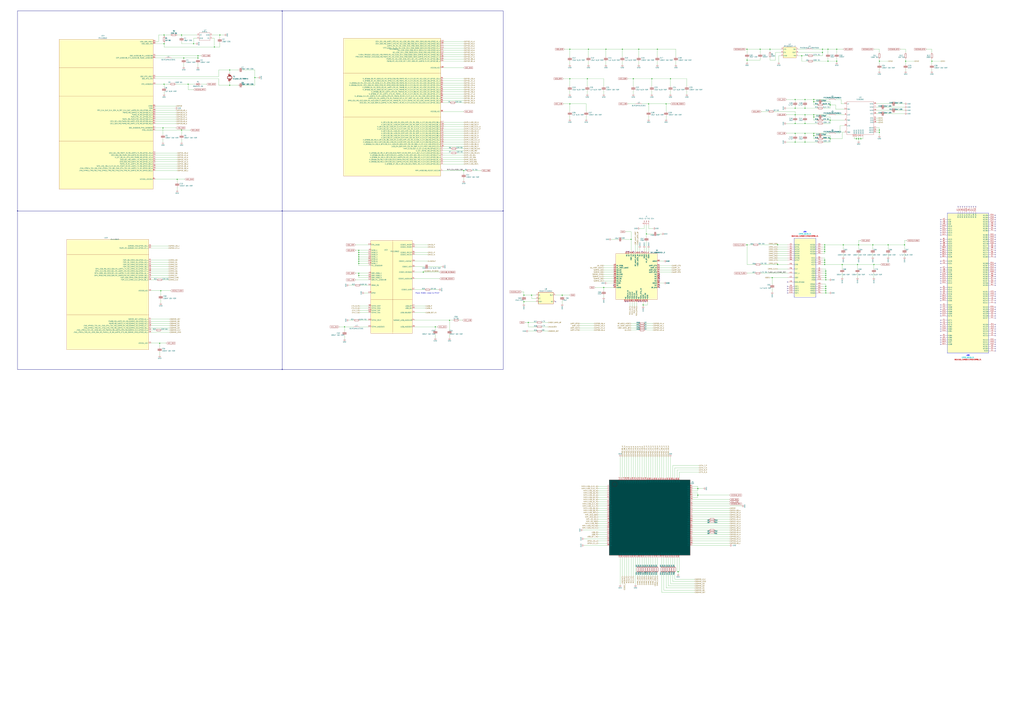
<source format=kicad_sch>
(kicad_sch (version 20250114) (generator "eeschema") (generator_version "9.0")
  (paper "A0")
  (lib_symbols
    (symbol "Connector:Conn_01x03_Pin" (pin_names (offset 1.016) (hide yes))
      (property "Reference" "J" (at 0 5.08 0))
      (property "Value" "Conn_01x03_Pin" (at 0 -5.08 0))
      (symbol "Conn_01x03_Pin_1_1"
        (pin passive line (at 5.08 2.54 180) (length 3.81) (name "Pin_1") (number "1"))
        (pin passive line (at 5.08 0 180) (length 3.81) (name "Pin_2") (number "2"))
        (pin passive line (at 5.08 -2.54 180) (length 3.81) (name "Pin_3") (number "3"))
      )
    )
    (symbol "Device:D" (pin_numbers (hide yes)) (pin_names (offset 1.016) (hide yes))
      (property "Reference" "D" (at 0 2.54 0))
      (property "Value" "D" (at 0 -2.54 0))
      (symbol "D_1_1"
        (pin passive line (at -3.81 0 0) (length 2.54) (name "K") (number "1"))
        (pin passive line (at 3.81 0 180) (length 2.54) (name "A") (number "2"))
      )
    )
    (symbol "Device:L" (pin_numbers (hide yes)) (pin_names (offset 1.016) (hide yes))
      (property "Reference" "L" (at -1.27 0 90))
      (property "Value" "L" (at 1.905 0 90))
      (symbol "L_1_1"
        (pin passive line (at 0 3.81 270) (length 1.27) (name "1") (number "1"))
        (pin passive line (at 0 -3.81 90) (length 1.27) (name "2") (number "2"))
      )
    )
    (symbol "PCM_SL_Devices:Capacitor_NP"
      (property "Reference" "C" (at 0 6.35 0))
      (property "Value" "Capacitor_NP" (at 0 3.81 0))
      (symbol "Capacitor_NP_1_1"
        (pin passive line (at -2.54 0 0) (length 2) (name "~") (number "1"))
        (pin input line (at 2.54 0 180) (length 2) (name "~") (number "2"))
      )
    )
    (symbol "PCM_SL_Devices:Crystal_32.768kHz"
      (property "Reference" "Y" (at 0 7.62 0))
      (property "Value" "Crystal_32.768kHz" (at 0 5.08 0))
      (symbol "Crystal_32.768kHz_1_1"
        (pin passive line (at -5.08 0 0) (length 2.54) (name "") (number "1"))
        (pin passive line (at 5.08 0 180) (length 2.54) (name "") (number "2"))
      )
    )
    (symbol "PCM_SL_Resistors:Resistor"
      (property "Reference" "R" (at 0 5.08 0))
      (property "Value" "Resistor" (at 0 2.54 0))
      (symbol "Resistor_1_1"
        (pin passive line (at -3.81 0 0) (length 1.5) (name "") (number "1"))
        (pin passive line (at 3.81 0 180) (length 1.5) (name "~") (number "2"))
      )
    )
    (symbol "RV1106:CRY"
      (property "Reference" "U" (at 0 0 0))
      (symbol "CRY_1_1"
        (pin input line (at -8.89 -3.81 0) (length 2.54) (name "X2") (number "3"))
        (pin input line (at -8.89 -7.62 0) (length 2.54) (name "GND") (number "4"))
        (pin input line (at 8.89 -3.81 180) (length 2.54) (name "GND") (number "2"))
        (pin input line (at 8.89 -7.62 180) (length 2.54) (name "X1") (number "1"))
      )
    )
    (symbol "RV1106:Core1106G3"
      (property "Reference" "U" (at 0 0 0))
      (symbol "Core1106G3_1_1"
        (pin input line (at -50.8 -20.32 0) (length 2.54) (name "1") (number "1"))
        (pin input line (at -50.8 -22.86 0) (length 2.54) (name "2") (number "2"))
        (pin input line (at -50.8 -25.4 0) (length 2.54) (name "3") (number "3"))
        (pin input line (at -50.8 -27.94 0) (length 2.54) (name "4") (number "4"))
        (pin input line (at -50.8 -30.48 0) (length 2.54) (name "5") (number "5"))
        (pin input line (at -50.8 -33.02 0) (length 2.54) (name "6") (number "6"))
        (pin input line (at -50.8 -35.56 0) (length 2.54) (name "7") (number "7"))
        (pin input line (at -50.8 -38.1 0) (length 2.54) (name "8") (number "8"))
        (pin input line (at -50.8 -40.64 0) (length 2.54) (name "9") (number "9"))
        (pin input line (at -50.8 -43.18 0) (length 2.54) (name "10") (number "10"))
        (pin input line (at -50.8 -45.72 0) (length 2.54) (name "11") (number "11"))
        (pin input line (at -50.8 -48.26 0) (length 2.54) (name "12") (number "12"))
        (pin input line (at -50.8 -50.8 0) (length 2.54) (name "13") (number "13"))
        (pin input line (at -50.8 -53.34 0) (length 2.54) (name "14") (number "14"))
        (pin input line (at -50.8 -55.88 0) (length 2.54) (name "15") (number "15"))
        (pin input line (at -50.8 -58.42 0) (length 2.54) (name "16") (number "16"))
        (pin input line (at -50.8 -60.96 0) (length 2.54) (name "17") (number "17"))
        (pin input line (at -50.8 -63.5 0) (length 2.54) (name "18") (number "18"))
        (pin input line (at -50.8 -66.04 0) (length 2.54) (name "19") (number "19"))
        (pin input line (at -50.8 -68.58 0) (length 2.54) (name "20") (number "20"))
        (pin input line (at -50.8 -71.12 0) (length 2.54) (name "21") (number "21"))
        (pin input line (at -50.8 -73.66 0) (length 2.54) (name "22") (number "22"))
        (pin input line (at -50.8 -76.2 0) (length 2.54) (name "23") (number "23"))
        (pin input line (at -50.8 -78.74 0) (length 2.54) (name "24") (number "24"))
        (pin input line (at -50.8 -81.28 0) (length 2.54) (name "25") (number "25"))
        (pin input line (at -50.8 -83.82 0) (length 2.54) (name "26") (number "26"))
        (pin input line (at -50.8 -86.36 0) (length 2.54) (name "27") (number "27"))
        (pin input line (at -50.8 -88.9 0) (length 2.54) (name "28") (number "28"))
        (pin input line (at -35.56 -10.16 270) (length 2.54) (name "112") (number "112"))
        (pin input line (at -35.56 -102.87 90) (length 2.54) (name "29") (number "29"))
        (pin input line (at -33.02 -10.16 270) (length 2.54) (name "111") (number "111"))
        (pin input line (at -33.02 -102.87 90) (length 2.54) (name "30") (number "30"))
        (pin input line (at -30.48 -10.16 270) (length 2.54) (name "110") (number "110"))
        (pin input line (at -30.48 -102.87 90) (length 2.54) (name "31") (number "31"))
        (pin input line (at -27.94 -10.16 270) (length 2.54) (name "109") (number "109"))
        (pin input line (at -27.94 -102.87 90) (length 2.54) (name "32") (number "32"))
        (pin input line (at -25.4 -10.16 270) (length 2.54) (name "108") (number "108"))
        (pin input line (at -25.4 -102.87 90) (length 2.54) (name "33") (number "33"))
        (pin input line (at -22.86 -10.16 270) (length 2.54) (name "107") (number "107"))
        (pin input line (at -22.86 -102.87 90) (length 2.54) (name "34") (number "34"))
        (pin input line (at -20.32 -10.16 270) (length 2.54) (name "106") (number "106"))
        (pin input line (at -20.32 -102.87 90) (length 2.54) (name "35") (number "35"))
        (pin input line (at -17.78 -10.16 270) (length 2.54) (name "105") (number "105"))
        (pin input line (at -17.78 -102.87 90) (length 2.54) (name "36") (number "36"))
        (pin input line (at -15.24 -10.16 270) (length 2.54) (name "104") (number "104"))
        (pin input line (at -15.24 -102.87 90) (length 2.54) (name "37") (number "37"))
        (pin input line (at -12.7 -10.16 270) (length 2.54) (name "103") (number "103"))
        (pin input line (at -12.7 -102.87 90) (length 2.54) (name "38") (number "38"))
        (pin input line (at -10.16 -10.16 270) (length 2.54) (name "102") (number "102"))
        (pin input line (at -10.16 -102.87 90) (length 2.54) (name "39") (number "39"))
        (pin input line (at -7.62 -10.16 270) (length 2.54) (name "101") (number "101"))
        (pin input line (at -7.62 -102.87 90) (length 2.54) (name "40") (number "40"))
        (pin input line (at -5.08 -10.16 270) (length 2.54) (name "100") (number "100"))
        (pin input line (at -5.08 -102.87 90) (length 2.54) (name "41") (number "41"))
        (pin input line (at -2.54 -10.16 270) (length 2.54) (name "99") (number "99"))
        (pin input line (at -2.54 -102.87 90) (length 2.54) (name "42") (number "42"))
        (pin input line (at 0 -10.16 270) (length 2.54) (name "98") (number "98"))
        (pin input line (at 0 -102.87 90) (length 2.54) (name "43") (number "43"))
        (pin input line (at 2.54 -10.16 270) (length 2.54) (name "97") (number "97"))
        (pin input line (at 2.54 -102.87 90) (length 2.54) (name "44") (number "44"))
        (pin input line (at 5.08 -10.16 270) (length 2.54) (name "96") (number "96"))
        (pin input line (at 5.08 -102.87 90) (length 2.54) (name "45") (number "45"))
        (pin input line (at 7.62 -10.16 270) (length 2.54) (name "95") (number "95"))
        (pin input line (at 7.62 -102.87 90) (length 2.54) (name "46") (number "46"))
        (pin input line (at 10.16 -10.16 270) (length 2.54) (name "94") (number "94"))
        (pin input line (at 10.16 -102.87 90) (length 2.54) (name "47") (number "47"))
        (pin input line (at 12.7 -10.16 270) (length 2.54) (name "93") (number "93"))
        (pin input line (at 12.7 -102.87 90) (length 2.54) (name "48") (number "48"))
        (pin input line (at 15.24 -10.16 270) (length 2.54) (name "92") (number "92"))
        (pin input line (at 15.24 -102.87 90) (length 2.54) (name "49") (number "49"))
        (pin input line (at 17.78 -10.16 270) (length 2.54) (name "91") (number "91"))
        (pin input line (at 17.78 -102.87 90) (length 2.54) (name "50") (number "50"))
        (pin input line (at 20.32 -10.16 270) (length 2.54) (name "90") (number "90"))
        (pin input line (at 20.32 -102.87 90) (length 2.54) (name "51") (number "51"))
        (pin input line (at 22.86 -10.16 270) (length 2.54) (name "89") (number "89"))
        (pin input line (at 22.86 -102.87 90) (length 2.54) (name "52") (number "52"))
        (pin input line (at 25.4 -10.16 270) (length 2.54) (name "88") (number "88"))
        (pin input line (at 25.4 -102.87 90) (length 2.54) (name "53") (number "53"))
        (pin input line (at 27.94 -10.16 270) (length 2.54) (name "87") (number "87"))
        (pin input line (at 27.94 -102.87 90) (length 2.54) (name "54") (number "54"))
        (pin input line (at 30.48 -10.16 270) (length 2.54) (name "86") (number "86"))
        (pin input line (at 30.48 -102.87 90) (length 2.54) (name "55") (number "55"))
        (pin input line (at 33.02 -10.16 270) (length 2.54) (name "85") (number "85"))
        (pin input line (at 33.02 -102.87 90) (length 2.54) (name "56") (number "56"))
        (pin input line (at 48.26 -20.32 180) (length 2.54) (name "84") (number "84"))
        (pin input line (at 48.26 -22.86 180) (length 2.54) (name "83") (number "83"))
        (pin input line (at 48.26 -25.4 180) (length 2.54) (name "82") (number "82"))
        (pin input line (at 48.26 -27.94 180) (length 2.54) (name "81") (number "81"))
        (pin input line (at 48.26 -30.48 180) (length 2.54) (name "80") (number "80"))
        (pin input line (at 48.26 -33.02 180) (length 2.54) (name "79") (number "79"))
        (pin input line (at 48.26 -35.56 180) (length 2.54) (name "78") (number "78"))
        (pin input line (at 48.26 -38.1 180) (length 2.54) (name "77") (number "77"))
        (pin input line (at 48.26 -40.64 180) (length 2.54) (name "76") (number "76"))
        (pin input line (at 48.26 -43.18 180) (length 2.54) (name "75") (number "75"))
        (pin input line (at 48.26 -45.72 180) (length 2.54) (name "74") (number "74"))
        (pin input line (at 48.26 -48.26 180) (length 2.54) (name "73") (number "73"))
        (pin input line (at 48.26 -50.8 180) (length 2.54) (name "72") (number "72"))
        (pin input line (at 48.26 -53.34 180) (length 2.54) (name "71") (number "71"))
        (pin input line (at 48.26 -55.88 180) (length 2.54) (name "70") (number "70"))
        (pin input line (at 48.26 -58.42 180) (length 2.54) (name "69") (number "69"))
        (pin input line (at 48.26 -60.96 180) (length 2.54) (name "68") (number "68"))
        (pin input line (at 48.26 -63.5 180) (length 2.54) (name "67") (number "67"))
        (pin input line (at 48.26 -66.04 180) (length 2.54) (name "66") (number "66"))
        (pin input line (at 48.26 -68.58 180) (length 2.54) (name "65") (number "65"))
        (pin input line (at 48.26 -71.12 180) (length 2.54) (name "64") (number "64"))
        (pin input line (at 48.26 -73.66 180) (length 2.54) (name "63") (number "63"))
        (pin input line (at 48.26 -76.2 180) (length 2.54) (name "62") (number "62"))
        (pin input line (at 48.26 -78.74 180) (length 2.54) (name "61") (number "61"))
        (pin input line (at 48.26 -81.28 180) (length 2.54) (name "60") (number "60"))
        (pin input line (at 48.26 -83.82 180) (length 2.54) (name "59") (number "59"))
        (pin input line (at 48.26 -86.36 180) (length 2.54) (name "58") (number "58"))
        (pin input line (at 48.26 -88.9 180) (length 2.54) (name "57") (number "57"))
      )
    )
    (symbol "RV1106:EA3036C"
      (property "Reference" "U3" (at 0.635 3.81 0))
      (property "Value" "EA3036C" (at 0.635 1.27 0))
      (symbol "EA3036C_1_1"
        (pin input line (at -17.78 -3.81 0) (length 2.54) (name "LX") (number "11"))
        (pin input line (at -17.78 -10.16 0) (length 2.54) (name "FB1") (number "14"))
        (pin input line (at -17.78 -16.51 0) (length 2.54) (name "LX2") (number "6"))
        (pin input line (at -17.78 -22.86 0) (length 2.54) (name "FB2") (number "3"))
        (pin input line (at -17.78 -29.21 0) (length 2.54) (name "LX3") (number "20"))
        (pin input line (at -17.78 -36.83 0) (length 2.54) (name "FB3") (number "2"))
        (pin input line (at -6.35 -41.91 90) (length 2.54) (name "GND1") (number "12"))
        (pin input line (at -3.81 -41.91 90) (length 2.54) (name "GND1") (number "13"))
        (pin input line (at -1.27 -41.91 90) (length 2.54) (name "GND2") (number "4"))
        (pin input line (at 1.27 -41.91 90) (length 2.54) (name "GND2") (number "5"))
        (pin input line (at 3.81 -41.91 90) (length 2.54) (name "GND3") (number "1"))
        (pin input line (at 19.05 -3.81 180) (length 2.54) (name "VIN1") (number "10"))
        (pin input line (at 19.05 -7.62 180) (length 2.54) (name "VIN2") (number "7"))
        (pin input line (at 19.05 -11.43 180) (length 2.54) (name "VIN3") (number "19"))
        (pin input line (at 19.05 -15.24 180) (length 2.54) (name "VCC") (number "16"))
        (pin input line (at 19.05 -20.32 180) (length 2.54) (name "EN1") (number "9"))
        (pin input line (at 19.05 -22.86 180) (length 2.54) (name "EN2") (number "8"))
        (pin input line (at 19.05 -25.4 180) (length 2.54) (name "EN3") (number "18"))
        (pin input line (at 19.05 -31.75 180) (length 2.54) (name "AGND") (number "17"))
        (pin input line (at 19.05 -34.29 180) (length 2.54) (name "AGND") (number "15"))
        (pin input line (at 19.05 -36.83 180) (length 2.54) (name "AGND") (number "21"))
      )
    )
    (symbol "RV1106:MP1605GTF-Z"
      (property "Reference" "U" (at 0 0 0))
      (symbol "MP1605GTF-Z_1_1"
        (pin input line (at -10.16 -3.81 0) (length 2.54) (name "VIN") (number "3"))
        (pin input line (at -10.16 -7.62 0) (length 2.54) (name "EN") (number "5"))
        (pin input line (at -10.16 -11.43 0) (length 2.54) (name "GND") (number "2"))
        (pin input line (at 10.16 -3.81 180) (length 2.54) (name "SW") (number "4"))
        (pin input line (at 10.16 -7.62 180) (length 2.54) (name "OUT") (number "6"))
        (pin input line (at 10.16 -11.43 180) (length 2.54) (name "FB") (number "1"))
      )
    )
    (symbol "RV1106:RS70B08G3S03F"
      (property "Reference" "U4000" (at 11.43 4.572 0))
      (property "Value" "EMMC_B153_2L" (at 0 -71.12 0))
      (property "PCB FOOTPRINT" "BGA153_13R00X11R50X0R90_2L" (at 0 -73.66 0))
      (symbol "RS70B08G3S03F_1_0"
        (pin passive line (at -7.62 -7.62 0) (length 7.62) (name "DATA0") (number "A3"))
        (pin passive line (at -7.62 -10.16 0) (length 7.62) (name "DATA1") (number "A4"))
        (pin passive line (at -7.62 -12.7 0) (length 7.62) (name "DATA2") (number "A5"))
        (pin passive line (at -7.62 -15.24 0) (length 7.62) (name "DATA3") (number "B2"))
        (pin passive line (at -7.62 -17.78 0) (length 7.62) (name "DATA4") (number "B3"))
        (pin passive line (at -7.62 -20.32 0) (length 7.62) (name "DATA5") (number "B4"))
        (pin passive line (at -7.62 -22.86 0) (length 7.62) (name "DATA6") (number "B5"))
        (pin passive line (at -7.62 -25.4 0) (length 7.62) (name "DATA7") (number "B6"))
        (pin passive line (at -7.62 -30.48 0) (length 7.62) (name "CMD") (number "M5"))
        (pin passive line (at -7.62 -35.56 0) (length 7.62) (name "CLK") (number "M6"))
        (pin passive line (at -7.62 -40.64 0) (length 7.62) (name "RST_n") (number "K5"))
        (pin passive line (at -7.62 -45.72 0) (length 7.62) (name "VDDi") (number "C2"))
        (pin passive line (at -7.62 -50.8 0) (length 7.62) (name "Data_Strobe") (number "H5"))
        (pin passive line (at -7.62 -55.88 0) (length 7.62) (name "VSF1") (number "E9"))
        (pin passive line (at -7.62 -58.42 0) (length 7.62) (name "VSF2") (number "E10"))
        (pin passive line (at -7.62 -60.96 0) (length 7.62) (name "VSF3") (number "F10"))
        (pin passive line (at -7.62 -63.5 0) (length 7.62) (name "VSF4") (number "K10"))
        (pin passive line (at 33.02 -7.62 180) (length 7.62) (name "VCCQ1") (number "C6"))
        (pin passive line (at 33.02 -10.16 180) (length 7.62) (name "VCCQ2") (number "M4"))
        (pin passive line (at 33.02 -12.7 180) (length 7.62) (name "VCCQ3") (number "N4"))
        (pin passive line (at 33.02 -15.24 180) (length 7.62) (name "VCCQ4") (number "P3"))
        (pin passive line (at 33.02 -17.78 180) (length 7.62) (name "VCCQ5") (number "P5"))
        (pin passive line (at 33.02 -22.86 180) (length 7.62) (name "VCC1") (number "E6"))
        (pin passive line (at 33.02 -25.4 180) (length 7.62) (name "VCC2") (number "F5"))
        (pin passive line (at 33.02 -27.94 180) (length 7.62) (name "VCC3") (number "J10"))
        (pin passive line (at 33.02 -30.48 180) (length 7.62) (name "VCC4") (number "K9"))
        (pin passive line (at 33.02 -35.56 180) (length 7.62) (name "VSS1") (number "J5"))
        (pin passive line (at 33.02 -38.1 180) (length 7.62) (name "VSS2") (number "A6"))
        (pin passive line (at 33.02 -40.64 180) (length 7.62) (name "VSS3") (number "C4"))
        (pin passive line (at 33.02 -43.18 180) (length 7.62) (name "VSS4") (number "E7"))
        (pin passive line (at 33.02 -45.72 180) (length 7.62) (name "VSS5") (number "G5"))
        (pin passive line (at 33.02 -48.26 180) (length 7.62) (name "VSS6") (number "H10"))
        (pin passive line (at 33.02 -53.34 180) (length 7.62) (name "VSSQ1") (number "K8"))
        (pin passive line (at 33.02 -55.88 180) (length 7.62) (name "VSSQ2") (number "N2"))
        (pin passive line (at 33.02 -58.42 180) (length 7.62) (name "VSSQ3") (number "N5"))
        (pin passive line (at 33.02 -60.96 180) (length 7.62) (name "VSSQ4") (number "P4"))
        (pin passive line (at 33.02 -63.5 180) (length 7.62) (name "VSSQ5") (number "P6"))
      )
      (symbol "RS70B08G3S03F_2_0"
        (pin passive line (at -7.62 -7.62 0) (length 7.62) (name "NC2") (number "A2"))
        (pin passive line (at -7.62 -10.16 0) (length 7.62) (name "NC8") (number "A8"))
        (pin passive line (at -7.62 -12.7 0) (length 7.62) (name "NC9") (number "A9"))
        (pin passive line (at -7.62 -15.24 0) (length 7.62) (name "NC10") (number "A10"))
        (pin passive line (at -7.62 -17.78 0) (length 7.62) (name "NC11") (number "A11"))
        (pin passive line (at -7.62 -20.32 0) (length 7.62) (name "NC12") (number "A12"))
        (pin passive line (at -7.62 -22.86 0) (length 7.62) (name "NC13") (number "A13"))
        (pin passive line (at -7.62 -25.4 0) (length 7.62) (name "NC14") (number "A14"))
        (pin passive line (at -7.62 -30.48 0) (length 7.62) (name "NC15") (number "B1"))
        (pin passive line (at -7.62 -33.02 0) (length 7.62) (name "NC21") (number "B7"))
        (pin passive line (at -7.62 -35.56 0) (length 7.62) (name "NC22") (number "B8"))
        (pin passive line (at -7.62 -38.1 0) (length 7.62) (name "NC23") (number "B9"))
        (pin passive line (at -7.62 -40.64 0) (length 7.62) (name "NC24") (number "B10"))
        (pin passive line (at -7.62 -43.18 0) (length 7.62) (name "NC25") (number "B11"))
        (pin passive line (at -7.62 -45.72 0) (length 7.62) (name "NC26") (number "B12"))
        (pin passive line (at -7.62 -48.26 0) (length 7.62) (name "NC27") (number "B13"))
        (pin passive line (at -7.62 -50.8 0) (length 7.62) (name "NC28") (number "B14"))
        (pin passive line (at -7.62 -55.88 0) (length 7.62) (name "NC29") (number "C1"))
        (pin passive line (at -7.62 -58.42 0) (length 7.62) (name "NC31") (number "C3"))
        (pin passive line (at -7.62 -63.5 0) (length 7.62) (name "NC35") (number "C7"))
        (pin passive line (at -7.62 -66.04 0) (length 7.62) (name "NC36") (number "C8"))
        (pin passive line (at -7.62 -68.58 0) (length 7.62) (name "NC37") (number "C9"))
        (pin passive line (at -7.62 -71.12 0) (length 7.62) (name "NC38") (number "C10"))
        (pin passive line (at -7.62 -73.66 0) (length 7.62) (name "NC39") (number "C11"))
        (pin passive line (at -7.62 -76.2 0) (length 7.62) (name "NC40") (number "C12"))
        (pin passive line (at -7.62 -78.74 0) (length 7.62) (name "NC41") (number "C13"))
        (pin passive line (at -7.62 -81.28 0) (length 7.62) (name "NC42") (number "C14"))
        (pin passive line (at -7.62 -86.36 0) (length 7.62) (name "NC43") (number "D1"))
        (pin passive line (at -7.62 -88.9 0) (length 7.62) (name "NC44") (number "D2"))
        (pin passive line (at -7.62 -91.44 0) (length 7.62) (name "NC45") (number "D3"))
        (pin passive line (at -7.62 -93.98 0) (length 7.62) (name "NC46") (number "D4"))
        (pin passive line (at -7.62 -96.52 0) (length 7.62) (name "NC54") (number "D12"))
        (pin passive line (at -7.62 -99.06 0) (length 7.62) (name "NC55") (number "D13"))
        (pin passive line (at -7.62 -101.6 0) (length 7.62) (name "NC56") (number "D14"))
        (pin passive line (at -7.62 -106.68 0) (length 7.62) (name "NC57") (number "E1"))
        (pin passive line (at -7.62 -109.22 0) (length 7.62) (name "NC58") (number "E2"))
        (pin passive line (at -7.62 -111.76 0) (length 7.62) (name "NC59") (number "E3"))
        (pin passive line (at -7.62 -114.3 0) (length 7.62) (name "NC68") (number "E12"))
        (pin passive line (at -7.62 -116.84 0) (length 7.62) (name "NC69") (number "E13"))
        (pin passive line (at -7.62 -119.38 0) (length 7.62) (name "NC70") (number "E14"))
        (pin passive line (at -7.62 -124.46 0) (length 7.62) (name "NC71") (number "F1"))
        (pin passive line (at -7.62 -127 0) (length 7.62) (name "NC72") (number "F2"))
        (pin passive line (at -7.62 -129.54 0) (length 7.62) (name "NC73") (number "F3"))
        (pin passive line (at -7.62 -132.08 0) (length 7.62) (name "NC82") (number "F12"))
        (pin passive line (at -7.62 -134.62 0) (length 7.62) (name "NC83") (number "F13"))
        (pin passive line (at -7.62 -137.16 0) (length 7.62) (name "NC84") (number "F14"))
        (pin passive line (at -7.62 -142.24 0) (length 7.62) (name "NC85") (number "G1"))
        (pin passive line (at -7.62 -144.78 0) (length 7.62) (name "NC86") (number "G2"))
        (pin passive line (at -7.62 -147.32 0) (length 7.62) (name "NC96") (number "G12"))
        (pin passive line (at -7.62 -149.86 0) (length 7.62) (name "NC97") (number "G13"))
        (pin passive line (at -7.62 -152.4 0) (length 7.62) (name "NC98") (number "G14"))
        (pin passive line (at 12.7 7.62 270) (length 7.62) (name "RFU1") (number "A7"))
        (pin passive line (at 15.24 7.62 270) (length 7.62) (name "RFU2") (number "E5"))
        (pin passive line (at 17.78 7.62 270) (length 7.62) (name "RFU3") (number "E8"))
        (pin passive line (at 20.32 7.62 270) (length 7.62) (name "RFU4") (number "G3"))
        (pin passive line (at 22.86 7.62 270) (length 7.62) (name "RFU5") (number "G10"))
        (pin passive line (at 25.4 7.62 270) (length 7.62) (name "RFU6") (number "K6"))
        (pin passive line (at 27.94 7.62 270) (length 7.62) (name "RFU7") (number "K7"))
        (pin passive line (at 30.48 7.62 270) (length 7.62) (name "RFU8") (number "P7"))
        (pin passive line (at 33.02 7.62 270) (length 7.62) (name "RFU9") (number "P10"))
        (pin passive line (at 55.88 -2.54 180) (length 7.62) (name "NC196") (number "P14"))
        (pin passive line (at 55.88 -5.08 180) (length 7.62) (name "NC195") (number "P13"))
        (pin passive line (at 55.88 -7.62 180) (length 7.62) (name "NC194") (number "P12"))
        (pin passive line (at 55.88 -10.16 180) (length 7.62) (name "NC193") (number "P11"))
        (pin passive line (at 55.88 -12.7 180) (length 7.62) (name "NC191") (number "P9"))
        (pin passive line (at 55.88 -15.24 180) (length 7.62) (name "NC190") (number "P8"))
        (pin passive line (at 55.88 -17.78 180) (length 7.62) (name "NC184") (number "P2"))
        (pin passive line (at 55.88 -20.32 180) (length 7.62) (name "NC183") (number "P1"))
        (pin passive line (at 55.88 -25.4 180) (length 7.62) (name "NC182") (number "N14"))
        (pin passive line (at 55.88 -27.94 180) (length 7.62) (name "NC181") (number "N13"))
        (pin passive line (at 55.88 -30.48 180) (length 7.62) (name "NC180") (number "N12"))
        (pin passive line (at 55.88 -33.02 180) (length 7.62) (name "NC179") (number "N11"))
        (pin passive line (at 55.88 -35.56 180) (length 7.62) (name "NC178") (number "N10"))
        (pin passive line (at 55.88 -38.1 180) (length 7.62) (name "NC177") (number "N9"))
        (pin passive line (at 55.88 -40.64 180) (length 7.62) (name "NC176") (number "N8"))
        (pin passive line (at 55.88 -43.18 180) (length 7.62) (name "NC175") (number "N7"))
        (pin passive line (at 55.88 -45.72 180) (length 7.62) (name "NC174") (number "N6"))
        (pin passive line (at 55.88 -48.26 180) (length 7.62) (name "NC171") (number "N3"))
        (pin passive line (at 55.88 -50.8 180) (length 7.62) (name "NC169") (number "N1"))
        (pin passive line (at 55.88 -58.42 180) (length 7.62) (name "NC168") (number "M14"))
        (pin passive line (at 55.88 -60.96 180) (length 7.62) (name "NC167") (number "M13"))
        (pin passive line (at 55.88 -63.5 180) (length 7.62) (name "NC166") (number "M12"))
        (pin passive line (at 55.88 -66.04 180) (length 7.62) (name "NC165") (number "M11"))
        (pin passive line (at 55.88 -68.58 180) (length 7.62) (name "NC164") (number "M10"))
        (pin passive line (at 55.88 -71.12 180) (length 7.62) (name "NC163") (number "M9"))
        (pin passive line (at 55.88 -73.66 180) (length 7.62) (name "NC162") (number "M8"))
        (pin passive line (at 55.88 -76.2 180) (length 7.62) (name "NC161") (number "M7"))
        (pin passive line (at 55.88 -78.74 180) (length 7.62) (name "NC157") (number "M3"))
        (pin passive line (at 55.88 -81.28 180) (length 7.62) (name "NC156") (number "M2"))
        (pin passive line (at 55.88 -83.82 180) (length 7.62) (name "NC155") (number "M1"))
        (pin passive line (at 55.88 -91.44 180) (length 7.62) (name "NC154") (number "L14"))
        (pin passive line (at 55.88 -93.98 180) (length 7.62) (name "NC153") (number "L13"))
        (pin passive line (at 55.88 -96.52 180) (length 7.62) (name "NC152") (number "L12"))
        (pin passive line (at 55.88 -99.06 180) (length 7.62) (name "NC143") (number "L3"))
        (pin passive line (at 55.88 -101.6 180) (length 7.62) (name "NC142") (number "L2"))
        (pin passive line (at 55.88 -104.14 180) (length 7.62) (name "NC141") (number "L1"))
        (pin passive line (at 55.88 -109.22 180) (length 7.62) (name "NC140") (number "K14"))
        (pin passive line (at 55.88 -111.76 180) (length 7.62) (name "NC139") (number "K13"))
        (pin passive line (at 55.88 -114.3 180) (length 7.62) (name "NC138") (number "K12"))
        (pin passive line (at 55.88 -116.84 180) (length 7.62) (name "NC129") (number "K3"))
        (pin passive line (at 55.88 -119.38 180) (length 7.62) (name "NC128") (number "K2"))
        (pin passive line (at 55.88 -121.92 180) (length 7.62) (name "NC127") (number "K1"))
        (pin passive line (at 55.88 -129.54 180) (length 7.62) (name "NC126") (number "J14"))
        (pin passive line (at 55.88 -132.08 180) (length 7.62) (name "NC125") (number "J13"))
        (pin passive line (at 55.88 -134.62 180) (length 7.62) (name "NC124") (number "J12"))
        (pin passive line (at 55.88 -137.16 180) (length 7.62) (name "NC115") (number "J3"))
        (pin passive line (at 55.88 -139.7 180) (length 7.62) (name "NC114") (number "J2"))
        (pin passive line (at 55.88 -142.24 180) (length 7.62) (name "NC113") (number "J1"))
        (pin passive line (at 55.88 -147.32 180) (length 7.62) (name "NC112") (number "H14"))
        (pin passive line (at 55.88 -149.86 180) (length 7.62) (name "NC111") (number "H13"))
        (pin passive line (at 55.88 -152.4 180) (length 7.62) (name "NC110") (number "H12"))
        (pin passive line (at 55.88 -154.94 180) (length 7.62) (name "NC101") (number "H3"))
        (pin passive line (at 55.88 -157.48 180) (length 7.62) (name "NC100") (number "H2"))
        (pin passive line (at 55.88 -160.02 180) (length 7.62) (name "NC99") (number "H1"))
      )
    )
    (symbol "RV1106:RV1106"
      (property "Reference" "U1" (at -7.874 -13.462 0))
      (property "Value" "~" (at 2.54 -15.24 0))
      (symbol "RV1106_1_1"
        (pin input line (at 59.69 -17.78 180) (length 2.54) (name "OSC_SOC_XOUT") (number "69"))
        (pin input line (at 59.69 -20.32 180) (length 2.54) (name "OSC_SOC_XIN") (number "68"))
        (pin input line (at 59.69 -34.29 180) (length 2.54) (name "OSC_AVDD1V8_PLL_AVDD1V8") (number "70"))
        (pin input line (at 59.69 -36.83 180) (length 2.54) (name "OTP_AVDD1V8_ETH_AVDD1V8_TSADC_AVDD1V8") (number "96"))
        (pin input line (at 59.69 -58.42 180) (length 2.54) (name "OSC_RTC_XOUT") (number "20"))
        (pin input line (at 59.69 -60.96 180) (length 2.54) (name "OSC_RTC_XIN") (number "21"))
        (pin input line (at 59.69 -67.31 180) (length 2.54) (name "RTC_AVDD3V3") (number "19"))
        (pin input line (at 59.69 -92.71 180) (length 2.54) (name "nPOR") (number "66"))
        (pin input line (at 59.69 -95.25 180) (length 2.54) (name "TVSS") (number "57"))
        (pin input line (at 59.69 -97.79 180) (length 2.54) (name "RTC_CLK_OUT_CLK_32K_IN_REF_CLK_OUT_UART0_RX_M0_GPIO0_A0_z") (number "58"))
        (pin input line (at 59.69 -100.33 180) (length 2.54) (name "PWM2_M0_UART0_TX_M0_GPIO0_A1_d") (number "59"))
        (pin input line (at 59.69 -102.87 180) (length 2.54) (name "PWM3_IR_M0_GPIO0_A2_d") (number "60"))
        (pin input line (at 59.69 -105.41 180) (length 2.54) (name "PWR_CTRL_M1_GPIO0_A3_u") (number "62"))
        (pin input line (at 59.69 -107.95 180) (length 2.54) (name "PWM1_M0_PWR_CTRL_M0_GPIO0_A4_d") (number "63"))
        (pin input line (at 59.69 -110.49 180) (length 2.54) (name "I2C1_SCL_M0_PWM5_M0_UART1_RTS_M0_GPIO0_A5_d") (number "64"))
        (pin input line (at 59.69 -113.03 180) (length 2.54) (name "I2C1_SDA_M0_PWM6_M0_UART1_CTS_M0_GPIO0_A6_d") (number "65"))
        (pin input line (at 59.69 -118.11 180) (length 2.54) (name "OSC_DVDD0V9_PMU_DVDD0V9") (number "67"))
        (pin input line (at 59.69 -120.65 180) (length 2.54) (name "PMU_VCC3V3") (number "61"))
        (pin input line (at 59.69 -147.32 180) (length 2.54) (name "I2C2_SCL_M0_PWM7_IR_M0_UART3_TX_M0_GPIO1_A0_d") (number "72"))
        (pin input line (at 59.69 -149.86 180) (length 2.54) (name "I2C2_SDA_M0_PWM4_M0_UART3_RX_M0_GPIO1_A1_d") (number "73"))
        (pin input line (at 59.69 -152.4 180) (length 2.54) (name "VI_CIF_D0_M1_CPU_AVS_PWM0_M0_GPIO1_A2_d") (number "74"))
        (pin input line (at 59.69 -154.94 180) (length 2.54) (name "I2C0_SCL_M0_UART1_TX_M0_GPIO1_A3_d") (number "75"))
        (pin input line (at 59.69 -157.48 180) (length 2.54) (name "I2C0_SDA_M0_UART1_RX_M0_GPIO1_A4_d") (number "76"))
        (pin input line (at 59.69 -160.02 180) (length 2.54) (name "PWM3_IR_M1_UART4_RX_M0_GPIO1_B0_d") (number "77"))
        (pin input line (at 59.69 -162.56 180) (length 2.54) (name "SPI1_CS1_M0_VI_CIF_D1_M1_PWM7_IR_M1_UART4_TX_M0_GPIO1_B1_d") (number "78"))
        (pin input line (at 59.69 -165.1 180) (length 2.54) (name "JTAG_HPMCU_TCK_M0_JTAG_LPMCU_TCK_M0_JTAG_CPU_TCK_M1_UART2_TX_M1_GPIO1_B2_d") (number "79"))
        (pin input line (at 59.69 -167.64 180) (length 2.54) (name "JTAG_HPMCU_TMS_M0_JTAG_LPMCU_TMS_M0_JTAG_CPU_TMS_M1_UART2_RX_M1_GPIO1_B3_u") (number "80"))
        (pin input line (at 59.69 -177.8 180) (length 2.54) (name "VCCIO1_VCC3V3") (number "81"))
      )
      (symbol "RV1106_2_1"
        (pin input line (at 44.45 -22.86 180) (length 2.54) (name "SARADC_IN0_GPIO4_C0_z") (number "23"))
        (pin input line (at 44.45 -25.4 180) (length 2.54) (name "PWM1_M1_SARADC_IN1_GPIO4_C1_z") (number "22"))
        (pin input line (at 44.45 -39.37 180) (length 2.54) (name "FSPI_D0_EMMC_D0_GPIO4_A4_u") (number "41"))
        (pin input line (at 44.45 -41.91 180) (length 2.54) (name "FSPI_D1_EMMC_D1_GPIO4_A3_u") (number "42"))
        (pin input line (at 44.45 -44.45 180) (length 2.54) (name "FSPI_D2_EMMC_D2_GPIO4_A2_u") (number "44"))
        (pin input line (at 44.45 -46.99 180) (length 2.54) (name "FSPI_D3_EMMC_D3_GPIO4_A6_u") (number "39"))
        (pin input line (at 44.45 -49.53 180) (length 2.54) (name "SPI1_CS0_M0_I2C2_SDA_M1_UART1_TX_M2_EMMC_D4_GPIO4_A5_u") (number "40"))
        (pin input line (at 44.45 -52.07 180) (length 2.54) (name "SPI1_CLK_M0_I2C2_SCL_M1_UART1_RX_M2_EMMC_D5_GPIO4_A7_u") (number "38"))
        (pin input line (at 44.45 -54.61 180) (length 2.54) (name "SPI1_MOSI_M0_I2C0_SCL_M1_UART0_TX_M2_EMMC_D6_GPIO4_A1_u") (number "45"))
        (pin input line (at 44.45 -57.15 180) (length 2.54) (name "SPI1_MISO_M0_I2C0_SDA_M1_UART0_RX_M2_EMMC_D7_GPIO4_A0_u") (number "46"))
        (pin input line (at 44.45 -59.69 180) (length 2.54) (name "FSPI_CS0_EMMC_CMD_GPIO4_B0_u") (number "47"))
        (pin input line (at 44.45 -62.23 180) (length 2.54) (name "FSPI_CLK_EMMC_CLK_GPIO4_B1_d") (number "48"))
        (pin input line (at 44.45 -74.93 180) (length 2.54) (name "VCCIO3_VCC") (number "43"))
        (pin input line (at 44.45 -107.95 180) (length 2.54) (name "SDMMC_DET_GPIO3_A1_u") (number "11"))
        (pin input line (at 44.45 -110.49 180) (length 2.54) (name "PWM8_M0_UART2_RX_M0_SDMMC_D0_GPIO3_A3_u") (number "14"))
        (pin input line (at 44.45 -113.03 180) (length 2.54) (name "PWM9_M0_UART2_TX_M0_SDMMC_D1_GPIO3_A2_u") (number "12"))
        (pin input line (at 44.45 -115.57 180) (length 2.54) (name "JTAG_HPMCU_TCK_M1_JTAG_CPU_TCK_M0_UART5_RX_M0_SDMMC_D2_GPIO3_A7_u") (number "18"))
        (pin input line (at 44.45 -118.11 180) (length 2.54) (name "JTAG_HPMCU_TMS_M1_JTAG_CPU_TMS_M0_UART5_TX_M0_SDMMC_D3_GPIO3_A6_u") (number "17"))
        (pin input line (at 44.45 -120.65 180) (length 2.54) (name "JTAG_LPMCU_TCK_M1_I2C0_SCL_M2_PWM10_M0_UART5_RTS_M0_SDMMC_CLK_GPIO3_A4_d") (number "15"))
        (pin input line (at 44.45 -123.19 180) (length 2.54) (name "JTAG_LPMCU_TMS_M1_I2C0_SDA_M2_PWM11_IR_M0_UART5_CTS_M0_SDMMC_CMD_GPIO3_A5_u") (number "16"))
        (pin input line (at 44.45 -135.89 180) (length 2.54) (name "VCCIO4_VCC") (number "13"))
      )
      (symbol "RV1106_3_1"
        (pin input line (at 59.69 -6.35 180) (length 2.54) (name "I2C4_SCL_M0_UART1_RTS_M1_VO_LCDC_D9_I2S0_LRCK_SDIO_D0_M0_GPIO2_A1_d") (number "110"))
        (pin input line (at 59.69 -8.89 180) (length 2.54) (name "I2C4_SDA_M0_UART1_CTS_M1_VO_LCDC_D8_I2S0_SCLK_SDIO_D1_M0_GPIO2_A0_d") (number "109"))
        (pin input line (at 59.69 -11.43 180) (length 2.54) (name "UART1_RX_M1_VO_LCDC_D13_I2S0_SDI0_SDIO_D2_M0_GPIO2_A5_d") (number "114"))
        (pin input line (at 59.69 -13.97 180) (length 2.54) (name "UART1_TX_M1_VO_LCDC_D12_I2S0_SDO0_SDIO_D3_M0_GPIO2_A4_d") (number "113"))
        (pin input line (at 59.69 -16.51 180) (length 2.54) (name "VO_LCDC_D10_I2S0_MCLK_SDIO_CLK_M0_GPIO2_A2_d") (number "111"))
        (pin input line (at 59.69 -19.05 180) (length 2.54) (name "VO_LCDC_D11_I2S0_SDO3_SDI1_SDIO_CMD_M0_GPIO2_A3_d") (number "112"))
        (pin input line (at 59.69 -21.59 180) (length 2.54) (name "FLASH_TRIGOUT_I2C3_SCL_M0_PWM2_M1_VO_LCDC_D14_I2S0_SDO2_SDI2_UART0_RTS_M1_GPIO2_A6_d") (number "107"))
        (pin input line (at 59.69 -24.13 180) (length 2.54) (name "PRELIGHT_TRIGOUT_I2C3_SDA_M0_PWM4_M1_VO_LCDC_D15_I2S0_SDO1_SDI3_UART0_CTS_M1_GPIO2_A7_d") (number "106"))
        (pin input line (at 59.69 -26.67 180) (length 2.54) (name "PWM5_M1_VO_LCDC_D16_I2C1_SCL_M1_UART0_RX_M1_GPIO2_B0_d") (number "105"))
        (pin input line (at 59.69 -29.21 180) (length 2.54) (name "PWM6_M1_VO_LCDC_D17_I2C1_SDA_M1_UART0_TX_M1_GPIO2_B1_d") (number "104"))
        (pin input line (at 59.69 -36.83 180) (length 2.54) (name "VCCIO5_VCC") (number "108"))
        (pin input line (at 59.69 -49.53 180) (length 2.54) (name "VI_BT656_D0_M1_SDIO_D1_M1_SPI0_CS0_M0_PWM2_M2_VI_CIF_D2_M1_VO_LCDC_D7_GPIO1_C0_d") (number "95"))
        (pin input line (at 59.69 -52.07 180) (length 2.54) (name "VI_BT656_D1_M1_SDIO_D0_M1_SPI0_CLK_M0_PWM4_M2_VI_CIF_D3_M1_VO_LCDC_D6_GPIO1_C1_d") (number "94"))
        (pin input line (at 59.69 -54.61 180) (length 2.54) (name "VI_BT656_D2_M1_I2C4_SCL_M1_SDIO_CLK_M1_SPI0_MOSI_M0_PWM5_M2_VI_CIF_D4_M1_VO_LCDC_D5_GPIO1_C2_d") (number "93"))
        (pin input line (at 59.69 -57.15 180) (length 2.54) (name "VI_BT656_D3_M1_I2C4_SDA_M1_SDIO_CMD_M1_SPI0_MISO_M0_PWM6_M2_VI_CIF_D5_M1_VO_LCDC_D4_GPIO1_C3_d") (number "92"))
        (pin input line (at 59.69 -59.69 180) (length 2.54) (name "VI_BT656_D4_M1_SDIO_D3_M1_UART4_RX_M1_PWM8_M1_VI_CIF_D6_M1_VO_LCDC_D3_GPIO1_C4_d") (number "91"))
        (pin input line (at 59.69 -62.23 180) (length 2.54) (name "VI_BT656_D5_M1_SDIO_D2_M1_UART4_TX_M1_PWM9_M1_VI_CIF_D7_M1_VO_LCDC_D2_GPIO1_C5_d") (number "90"))
        (pin input line (at 59.69 -64.77 180) (length 2.54) (name "VI_BT656_D6_M1_UART4_RTS_M1_PWM10_M1_VI_CIF_D8_M1_VO_LCDC_D1_GPIO1_C6_d") (number "83"))
        (pin input line (at 59.69 -67.31 180) (length 2.54) (name "VI_BT656_D7_M1_UART4_CTS_M1_PWM11_IR_M1_VI_CIF_D9_M1_VO_LCDC_D0_GPIO1_C7_d") (number "84"))
        (pin input line (at 59.69 -69.85 180) (length 2.54) (name "VI_BT656_CLK_M1_UART3_TX_M1_UART5_RTS_M1_PWM3_IR_M2_VI_CIF_CLKI_M1_VO_LCDC_DEN_GPIO1_D0_d") (number "89"))
        (pin input line (at 59.69 -72.39 180) (length 2.54) (name "UART3_RX_M1_UART5_CTS_M1_PWM10_M2_VI_CIF_HREF_M1_VO_LCDC_HSYNC_GPIO1_D1_d") (number "87"))
        (pin input line (at 59.69 -74.93 180) (length 2.54) (name "SPI0_CS1_M0_I2C3_SDA_M1_AUD_DSM_P_UART5_RX_M1_PWM0_M1_VI_CIF_VSYNC_M1_VO_LCDC_VSYNC_GPIO1_D2_d") (number "86"))
        (pin input line (at 59.69 -77.47 180) (length 2.54) (name "I2C3_SCL_M1_AUD_DSM_N_UART5_TX_M1_PWM11_IR_M2_VI_CIF_CLKO_M1_VO_LCDC_CLK_GPIO1_D3_d") (number "85"))
        (pin input line (at 59.69 -87.63 180) (length 2.54) (name "VCCIO6_VCC") (number "88"))
        (pin input line (at 59.69 -100.33 180) (length 2.54) (name "VI_BT1120_D0_LVDS_RX_D3N_MIPI_CSI_RX_D3N_VI_CIF_D0_M0_GPI3_B0_d") (number "117"))
        (pin input line (at 59.69 -102.87 180) (length 2.54) (name "VI_BT1120_D1_LVDS_RX_D3P_MIPI_CSI_RX_D3P_VI_CIF_D1_M0_GPI3_B1_d") (number "118"))
        (pin input line (at 59.69 -105.41 180) (length 2.54) (name "VI_BT1120_D2_LVDS_RX_CLK1N_MIPI_CSI_RX_CLK1N_VI_CIF_D2_M0_GPI3_B2_d") (number "119"))
        (pin input line (at 59.69 -107.95 180) (length 2.54) (name "VI_BT1120_D3_LVDS_RX_CLK1P_MIPI_CSI_RX_CLK1P_VI_CIF_D3_M0_GPI3_B3_d") (number "120"))
        (pin input line (at 59.69 -110.49 180) (length 2.54) (name "VI_BT1120_D4_LVDS_RX_D2N_MIPI_CSI_RX_D2N_VI_CIF_D4_M0_GPI3_B4_d") (number "121"))
        (pin input line (at 59.69 -113.03 180) (length 2.54) (name "VI_BT1120_D5_LVDS_RX_D2P_MIPI_CSI_RX_D2P_VI_CIF_D5_M0_GPI3_B5_d") (number "122"))
        (pin input line (at 59.69 -115.57 180) (length 2.54) (name "VI_BT1120_D6_LVDS_RX_D1N_MIPI_CSI_RX_D1N_VI_CIF_D6_M0_GPI3_B6_d") (number "123"))
        (pin input line (at 59.69 -118.11 180) (length 2.54) (name "VI_BT1120_D7_LVDS_RX_D1P_MIPI_CSI_RX_D1P_VI_CIF_D7_M0_GPI3_B7_d") (number "124"))
        (pin input line (at 59.69 -120.65 180) (length 2.54) (name "VI_BT656_D0_M0_VI_BT1120_D8_LVDS_RX_CLK0N_MIPI_CSI_RX_CLK0N_VI_CIF_D8_M0_GPI3_C0_d") (number "125"))
        (pin input line (at 59.69 -123.19 180) (length 2.54) (name "VI_BT656_D1_M0_VI_BT1120_D9_LVDS_RX_CLK0P_MIPI_CSI_RX_CLK0P_VI_CIF_D9_M0_GPI3_C1_d") (number "126"))
        (pin input line (at 59.69 -125.73 180) (length 2.54) (name "VI_BT656_CLK_M0_VI_BT1120_CLK_LVDS_RX_D0N_MIPI_CSI_RX_D0N_VI_CIF_CLKI_M0_GPI3_C2_d") (number "127"))
        (pin input line (at 59.69 -128.27 180) (length 2.54) (name "LVDS_RX_D0P_MIPI_CSI_RX_D0P_VI_CIF_HREF_M0_GPI3_C3_d") (number "128"))
        (pin input line (at 59.69 -130.81 180) (length 2.54) (name "MIPI_CLK0_OUT_VI_CIF_CLKO_M0_GPIO3_C4_d") (number "2"))
        (pin input line (at 59.69 -133.35 180) (length 2.54) (name "VI_CIF_VSYNC_M0_GPIO3_C5_d") (number "3"))
        (pin input line (at 59.69 -135.89 180) (length 2.54) (name "VI_BT656_D2_M0_VI_BT1120_D10_PWM7_IR_M2_MIPI_CLK1_OUT_VI_CIF_D10_GPIO3_C6_d") (number "4"))
        (pin input line (at 59.69 -138.43 180) (length 2.54) (name "VI_BT656_D3_M0_VI_BT1120_D11_UART5_TX_M2_I2C4_SCL_M2_VI_CIF_D11_GPIO3_C7_d") (number "5"))
        (pin input line (at 59.69 -140.97 180) (length 2.54) (name "VI_BT656_D4_M0_VI_BT1120_D12_UART5_RX_M2_I2C4_SDA_M2_VI_CIF_D12_GPIO3_D0_d") (number "7"))
        (pin input line (at 59.69 -143.51 180) (length 2.54) (name "VI_BT656_D5_M0_VI_BT1120_D13_UART5_RTS_M2_I2C3_SCL_M2_VI_CIF_D13_GPIO3_D1_d") (number "6"))
        (pin input line (at 59.69 -146.05 180) (length 2.54) (name "VI_BT656_D6_M0_VI_BT1120_D14_UART5_CTS_M2_I2C3_SDA_M2_VI_CIF_D14_GPIO3_D2_d") (number "8"))
        (pin input line (at 59.69 -148.59 180) (length 2.54) (name "VI_BT656_D7_M0_VI_BT1120_D15_PWM1_M2_VI_CIF_D15_GPIO3_D3_d") (number "9"))
        (pin input line (at 59.69 -156.21 180) (length 2.54) (name "MIPI_AVDD1V8_VCCIO7_VCC1V8") (number "1"))
      )
      (symbol "RV1106_4_1"
        (pin input line (at -27.94 -7.62 0) (length 2.54) (name "CPU_DVDD") (number "115"))
        (pin input line (at -27.94 -13.97 0) (length 2.54) (name "DVDD_1") (number "10"))
        (pin input line (at -27.94 -16.51 0) (length 2.54) (name "DVDD_2") (number "51"))
        (pin input line (at -27.94 -19.05 0) (length 2.54) (name "DVDD_3") (number "54"))
        (pin input line (at -27.94 -21.59 0) (length 2.54) (name "DVDD_4") (number "55"))
        (pin input line (at -27.94 -24.13 0) (length 2.54) (name "DVDD_5") (number "82"))
        (pin input line (at -27.94 -26.67 0) (length 2.54) (name "DVDD_6") (number "103"))
        (pin input line (at -27.94 -29.21 0) (length 2.54) (name "DVDD_7") (number "116"))
        (pin input line (at -27.94 -31.75 0) (length 2.54) (name "PLL_DVDD0V9") (number "71"))
        (pin input line (at -27.94 -40.64 0) (length 2.54) (name "DDR_VDDQ_1") (number "49"))
        (pin input line (at -27.94 -43.18 0) (length 2.54) (name "DDR_VDDQ_2") (number "50"))
        (pin input line (at -27.94 -45.72 0) (length 2.54) (name "DDR_VDDQ_3") (number "56"))
        (pin input line (at -27.94 -48.26 0) (length 2.54) (name "DDR_PLL_AVDD1V8") (number "53"))
        (pin input line (at -27.94 -54.61 0) (length 2.54) (name "DRAM_ZQ") (number "52"))
        (pin input line (at -27.94 -63.5 0) (length 2.54) (name "ePAD") (number "129"))
        (pin input line (at -27.94 -78.74 0) (length 2.54) (name "FEPHY_RXP") (number "98"))
        (pin input line (at -27.94 -81.28 0) (length 2.54) (name "FEPHY_RXN") (number "97"))
        (pin input line (at -27.94 -83.82 0) (length 2.54) (name "FEPHY_TXP") (number "100"))
        (pin input line (at -27.94 -86.36 0) (length 2.54) (name "FEPHY_TXN") (number "99"))
        (pin input line (at -27.94 -95.25 0) (length 2.54) (name "FEPHY_REXT") (number "102"))
        (pin input line (at -27.94 -102.87 0) (length 2.54) (name "FEPHY_AVDD3V3") (number "101"))
        (pin input line (at 25.4 -7.62 180) (length 2.54) (name "CODEC_MIC0P") (number "34"))
        (pin input line (at 25.4 -10.16 180) (length 2.54) (name "CODEC_MIC0N") (number "33"))
        (pin input line (at 25.4 -16.51 180) (length 2.54) (name "CODEC_MIC1P") (number "36"))
        (pin input line (at 25.4 -19.05 180) (length 2.54) (name "CODEC_MIC1N") (number "35"))
        (pin input line (at 25.4 -26.67 180) (length 2.54) (name "CODEC_LINEOUT") (number "29"))
        (pin input line (at 25.4 -33.02 180) (length 2.54) (name "CODEC_VCM") (number "30"))
        (pin input line (at 25.4 -39.37 180) (length 2.54) (name "CODEC_MICBIAS") (number "32"))
        (pin input line (at 25.4 -46.99 180) (length 2.54) (name "CODEC_AVDD1V8") (number "31"))
        (pin input line (at 25.4 -59.69 180) (length 2.54) (name "CODEC_AVSS") (number "37"))
        (pin input line (at 25.4 -78.74 180) (length 2.54) (name "USB_DP") (number "27"))
        (pin input line (at 25.4 -81.28 180) (length 2.54) (name "USB_DM") (number "26"))
        (pin input line (at 25.4 -86.36 180) (length 2.54) (name "USB_VBUSDET") (number "25"))
        (pin input line (at 25.4 -95.25 180) (length 2.54) (name "SARADC_USB_AVDD1V8") (number "24"))
        (pin input line (at 25.4 -102.87 180) (length 2.54) (name "USB_AVDD3V3") (number "28"))
      )
    )
    (symbol "RV1106:SKI.WB800DCS_.2"
      (property "Reference" "U" (at 23.114 1.27 0))
      (symbol "SKI.WB800DCS_.2_1_1"
        (pin input line (at -26.67 -8.89 0) (length 2.54) (name "WL_DIS#") (number "12"))
        (pin input line (at -26.67 -11.43 0) (length 2.54) (name "WL_HOST_WAKE") (number "13"))
        (pin input line (at -26.67 -13.97 0) (length 2.54) (name "SD_D2") (number "14"))
        (pin input line (at -26.67 -16.51 0) (length 2.54) (name "SD_D3") (number "15"))
        (pin input line (at -26.67 -19.05 0) (length 2.54) (name "SD_CMD") (number "16"))
        (pin input line (at -26.67 -21.59 0) (length 2.54) (name "SD_CLK") (number "17"))
        (pin input line (at -26.67 -24.13 0) (length 2.54) (name "SD_D0") (number "18"))
        (pin input line (at -26.67 -26.67 0) (length 2.54) (name "SD_D1") (number "19"))
        (pin input line (at -26.67 -29.21 0) (length 2.54) (name "AGND") (number "20"))
        (pin input line (at -26.67 -31.75 0) (length 2.54) (name "NC") (number "21"))
        (pin input line (at -26.67 -34.29 0) (length 2.54) (name "VDDIO") (number "22"))
        (pin input line (at -12.7 -50.8 90) (length 2.54) (name "NC") (number "23"))
        (pin input line (at -11.43 7.62 270) (length 2.54) (name "NC") (number "11"))
        (pin input line (at -10.16 -50.8 90) (length 2.54) (name "SUSCLK_IN") (number "24"))
        (pin input line (at -8.89 7.62 270) (length 2.54) (name "NC") (number "10"))
        (pin input line (at -7.62 -50.8 90) (length 2.54) (name "PCM_OUT") (number "25"))
        (pin input line (at -6.35 7.62 270) (length 2.54) (name "VBAT_IN") (number "9"))
        (pin input line (at -5.08 -50.8 90) (length 2.54) (name "PCM_CLK") (number "26"))
        (pin input line (at -3.81 7.62 270) (length 2.54) (name "NC") (number "8"))
        (pin input line (at -2.54 -50.8 90) (length 2.54) (name "PCM_IN") (number "27"))
        (pin input line (at -1.27 7.62 270) (length 2.54) (name "BT_WAKE_HOST") (number "7"))
        (pin input line (at 0 -50.8 90) (length 2.54) (name "PCM_SYNC") (number "28"))
        (pin input line (at 1.27 7.62 270) (length 2.54) (name "HOST_WAKE_BT") (number "6"))
        (pin input line (at 2.54 -50.8 90) (length 2.54) (name "NC") (number "29"))
        (pin input line (at 3.81 7.62 270) (length 2.54) (name "NC") (number "5"))
        (pin input line (at 5.08 -50.8 90) (length 2.54) (name "MAIN_XTAL_IN") (number "30"))
        (pin input line (at 6.35 7.62 270) (length 2.54) (name "NC") (number "4"))
        (pin input line (at 7.62 -50.8 90) (length 2.54) (name "AGND") (number "31"))
        (pin input line (at 8.89 7.62 270) (length 2.54) (name "AGND") (number "3"))
        (pin input line (at 10.16 -50.8 90) (length 2.54) (name "ANT/NC") (number "32"))
        (pin input line (at 11.43 7.62 270) (length 2.54) (name "WL_BT_ANT") (number "2"))
        (pin input line (at 12.7 -50.8 90) (length 2.54) (name "AGND") (number "33"))
        (pin input line (at 13.97 7.62 270) (length 2.54) (name "AGND") (number "1"))
        (pin input line (at 26.67 -3.81 180) (length 2.54) (name "AGND") (number "45"))
        (pin input line (at 26.67 -8.89 180) (length 2.54) (name "UART_CTS") (number "44"))
        (pin input line (at 26.67 -11.43 180) (length 2.54) (name "UART_IN") (number "43"))
        (pin input line (at 26.67 -13.97 180) (length 2.54) (name "UART_OUT") (number "42"))
        (pin input line (at 26.67 -16.51 180) (length 2.54) (name "UART_RTS") (number "41"))
        (pin input line (at 26.67 -19.05 180) (length 2.54) (name "NC") (number "40"))
        (pin input line (at 26.67 -21.59 180) (length 2.54) (name "NC") (number "39"))
        (pin input line (at 26.67 -24.13 180) (length 2.54) (name "NC") (number "38"))
        (pin input line (at 26.67 -26.67 180) (length 2.54) (name "NC") (number "37"))
        (pin input line (at 26.67 -29.21 180) (length 2.54) (name "AGND") (number "36"))
        (pin input line (at 26.67 -31.75 180) (length 2.54) (name "NC") (number "35"))
        (pin input line (at 26.67 -34.29 180) (length 2.54) (name "BT_DIS") (number "34"))
      )
    )
    (symbol "RV1106_1"
      (property "Reference" "U1" (at -7.874 -13.462 0))
      (property "Value" "~" (at 2.54 -15.24 0))
      (symbol "RV1106_1_1_1"
        (pin input line (at 59.69 -17.78 180) (length 2.54) (name "OSC_SOC_XOUT") (number "69"))
        (pin input line (at 59.69 -20.32 180) (length 2.54) (name "OSC_SOC_XIN") (number "68"))
        (pin input line (at 59.69 -34.29 180) (length 2.54) (name "OSC_AVDD1V8_PLL_AVDD1V8") (number "70"))
        (pin input line (at 59.69 -36.83 180) (length 2.54) (name "OTP_AVDD1V8_ETH_AVDD1V8_TSADC_AVDD1V8") (number "96"))
        (pin input line (at 59.69 -58.42 180) (length 2.54) (name "OSC_RTC_XOUT") (number "20"))
        (pin input line (at 59.69 -60.96 180) (length 2.54) (name "OSC_RTC_XIN") (number "21"))
        (pin input line (at 59.69 -67.31 180) (length 2.54) (name "RTC_AVDD3V3") (number "19"))
        (pin input line (at 59.69 -92.71 180) (length 2.54) (name "nPOR") (number "66"))
        (pin input line (at 59.69 -95.25 180) (length 2.54) (name "TVSS") (number "57"))
        (pin input line (at 59.69 -97.79 180) (length 2.54) (name "RTC_CLK_OUT_CLK_32K_IN_REF_CLK_OUT_UART0_RX_M0_GPIO0_A0_z") (number "58"))
        (pin input line (at 59.69 -100.33 180) (length 2.54) (name "PWM2_M0_UART0_TX_M0_GPIO0_A1_d") (number "59"))
        (pin input line (at 59.69 -102.87 180) (length 2.54) (name "PWM3_IR_M0_GPIO0_A2_d") (number "60"))
        (pin input line (at 59.69 -105.41 180) (length 2.54) (name "PWR_CTRL_M1_GPIO0_A3_u") (number "62"))
        (pin input line (at 59.69 -107.95 180) (length 2.54) (name "PWM1_M0_PWR_CTRL_M0_GPIO0_A4_d") (number "63"))
        (pin input line (at 59.69 -110.49 180) (length 2.54) (name "I2C1_SCL_M0_PWM5_M0_UART1_RTS_M0_GPIO0_A5_d") (number "64"))
        (pin input line (at 59.69 -113.03 180) (length 2.54) (name "I2C1_SDA_M0_PWM6_M0_UART1_CTS_M0_GPIO0_A6_d") (number "65"))
        (pin input line (at 59.69 -118.11 180) (length 2.54) (name "OSC_DVDD0V9_PMU_DVDD0V9") (number "67"))
        (pin input line (at 59.69 -120.65 180) (length 2.54) (name "PMU_VCC3V3") (number "61"))
        (pin input line (at 59.69 -147.32 180) (length 2.54) (name "I2C2_SCL_M0_PWM7_IR_M0_UART3_TX_M0_GPIO1_A0_d") (number "72"))
        (pin input line (at 59.69 -149.86 180) (length 2.54) (name "I2C2_SDA_M0_PWM4_M0_UART3_RX_M0_GPIO1_A1_d") (number "73"))
        (pin input line (at 59.69 -152.4 180) (length 2.54) (name "VI_CIF_D0_M1_CPU_AVS_PWM0_M0_GPIO1_A2_d") (number "74"))
        (pin input line (at 59.69 -154.94 180) (length 2.54) (name "I2C0_SCL_M0_UART1_TX_M0_GPIO1_A3_d") (number "75"))
        (pin input line (at 59.69 -157.48 180) (length 2.54) (name "I2C0_SDA_M0_UART1_RX_M0_GPIO1_A4_d") (number "76"))
        (pin input line (at 59.69 -160.02 180) (length 2.54) (name "PWM3_IR_M1_UART4_RX_M0_GPIO1_B0_d") (number "77"))
        (pin input line (at 59.69 -162.56 180) (length 2.54) (name "SPI1_CS1_M0_VI_CIF_D1_M1_PWM7_IR_M1_UART4_TX_M0_GPIO1_B1_d") (number "78"))
        (pin input line (at 59.69 -165.1 180) (length 2.54) (name "JTAG_HPMCU_TCK_M0_JTAG_LPMCU_TCK_M0_JTAG_CPU_TCK_M1_UART2_TX_M1_GPIO1_B2_d") (number "79"))
        (pin input line (at 59.69 -167.64 180) (length 2.54) (name "JTAG_HPMCU_TMS_M0_JTAG_LPMCU_TMS_M0_JTAG_CPU_TMS_M1_UART2_RX_M1_GPIO1_B3_u") (number "80"))
        (pin input line (at 59.69 -177.8 180) (length 2.54) (name "VCCIO1_VCC3V3") (number "81"))
      )
      (symbol "RV1106_1_2_1"
        (pin input line (at 44.45 -22.86 180) (length 2.54) (name "SARADC_IN0_GPIO4_C0_z") (number "23"))
        (pin input line (at 44.45 -25.4 180) (length 2.54) (name "PWM1_M1_SARADC_IN1_GPIO4_C1_z") (number "22"))
        (pin input line (at 44.45 -39.37 180) (length 2.54) (name "FSPI_D0_EMMC_D0_GPIO4_A4_u") (number "41"))
        (pin input line (at 44.45 -41.91 180) (length 2.54) (name "FSPI_D1_EMMC_D1_GPIO4_A3_u") (number "42"))
        (pin input line (at 44.45 -44.45 180) (length 2.54) (name "FSPI_D2_EMMC_D2_GPIO4_A2_u") (number "44"))
        (pin input line (at 44.45 -46.99 180) (length 2.54) (name "FSPI_D3_EMMC_D3_GPIO4_A6_u") (number "39"))
        (pin input line (at 44.45 -49.53 180) (length 2.54) (name "SPI1_CS0_M0_I2C2_SDA_M1_UART1_TX_M2_EMMC_D4_GPIO4_A5_u") (number "40"))
        (pin input line (at 44.45 -52.07 180) (length 2.54) (name "SPI1_CLK_M0_I2C2_SCL_M1_UART1_RX_M2_EMMC_D5_GPIO4_A7_u") (number "38"))
        (pin input line (at 44.45 -54.61 180) (length 2.54) (name "SPI1_MOSI_M0_I2C0_SCL_M1_UART0_TX_M2_EMMC_D6_GPIO4_A1_u") (number "45"))
        (pin input line (at 44.45 -57.15 180) (length 2.54) (name "SPI1_MISO_M0_I2C0_SDA_M1_UART0_RX_M2_EMMC_D7_GPIO4_A0_u") (number "46"))
        (pin input line (at 44.45 -59.69 180) (length 2.54) (name "FSPI_CS0_EMMC_CMD_GPIO4_B0_u") (number "47"))
        (pin input line (at 44.45 -62.23 180) (length 2.54) (name "FSPI_CLK_EMMC_CLK_GPIO4_B1_d") (number "48"))
        (pin input line (at 44.45 -74.93 180) (length 2.54) (name "VCCIO3_VCC") (number "43"))
        (pin input line (at 44.45 -107.95 180) (length 2.54) (name "SDMMC_DET_GPIO3_A1_u") (number "11"))
        (pin input line (at 44.45 -110.49 180) (length 2.54) (name "PWM8_M0_UART2_RX_M0_SDMMC_D0_GPIO3_A3_u") (number "14"))
        (pin input line (at 44.45 -113.03 180) (length 2.54) (name "PWM9_M0_UART2_TX_M0_SDMMC_D1_GPIO3_A2_u") (number "12"))
        (pin input line (at 44.45 -115.57 180) (length 2.54) (name "JTAG_HPMCU_TCK_M1_JTAG_CPU_TCK_M0_UART5_RX_M0_SDMMC_D2_GPIO3_A7_u") (number "18"))
        (pin input line (at 44.45 -118.11 180) (length 2.54) (name "JTAG_HPMCU_TMS_M1_JTAG_CPU_TMS_M0_UART5_TX_M0_SDMMC_D3_GPIO3_A6_u") (number "17"))
        (pin input line (at 44.45 -120.65 180) (length 2.54) (name "JTAG_LPMCU_TCK_M1_I2C0_SCL_M2_PWM10_M0_UART5_RTS_M0_SDMMC_CLK_GPIO3_A4_d") (number "15"))
        (pin input line (at 44.45 -123.19 180) (length 2.54) (name "JTAG_LPMCU_TMS_M1_I2C0_SDA_M2_PWM11_IR_M0_UART5_CTS_M0_SDMMC_CMD_GPIO3_A5_u") (number "16"))
        (pin input line (at 44.45 -135.89 180) (length 2.54) (name "VCCIO4_VCC") (number "13"))
      )
      (symbol "RV1106_1_3_1"
        (pin input line (at 59.69 -6.35 180) (length 2.54) (name "I2C4_SCL_M0_UART1_RTS_M1_VO_LCDC_D9_I2S0_LRCK_SDIO_D0_M0_GPIO2_A1_d") (number "110"))
        (pin input line (at 59.69 -8.89 180) (length 2.54) (name "I2C4_SDA_M0_UART1_CTS_M1_VO_LCDC_D8_I2S0_SCLK_SDIO_D1_M0_GPIO2_A0_d") (number "109"))
        (pin input line (at 59.69 -11.43 180) (length 2.54) (name "UART1_RX_M1_VO_LCDC_D13_I2S0_SDI0_SDIO_D2_M0_GPIO2_A5_d") (number "114"))
        (pin input line (at 59.69 -13.97 180) (length 2.54) (name "UART1_TX_M1_VO_LCDC_D12_I2S0_SDO0_SDIO_D3_M0_GPIO2_A4_d") (number "113"))
        (pin input line (at 59.69 -16.51 180) (length 2.54) (name "VO_LCDC_D10_I2S0_MCLK_SDIO_CLK_M0_GPIO2_A2_d") (number "111"))
        (pin input line (at 59.69 -19.05 180) (length 2.54) (name "VO_LCDC_D11_I2S0_SDO3_SDI1_SDIO_CMD_M0_GPIO2_A3_d") (number "112"))
        (pin input line (at 59.69 -21.59 180) (length 2.54) (name "FLASH_TRIGOUT_I2C3_SCL_M0_PWM2_M1_VO_LCDC_D14_I2S0_SDO2_SDI2_UART0_RTS_M1_GPIO2_A6_d") (number "107"))
        (pin input line (at 59.69 -24.13 180) (length 2.54) (name "PRELIGHT_TRIGOUT_I2C3_SDA_M0_PWM4_M1_VO_LCDC_D15_I2S0_SDO1_SDI3_UART0_CTS_M1_GPIO2_A7_d") (number "106"))
        (pin input line (at 59.69 -26.67 180) (length 2.54) (name "PWM5_M1_VO_LCDC_D16_I2C1_SCL_M1_UART0_RX_M1_GPIO2_B0_d") (number "105"))
        (pin input line (at 59.69 -29.21 180) (length 2.54) (name "PWM6_M1_VO_LCDC_D17_I2C1_SDA_M1_UART0_TX_M1_GPIO2_B1_d") (number "104"))
        (pin input line (at 59.69 -36.83 180) (length 2.54) (name "VCCIO5_VCC") (number "108"))
        (pin input line (at 59.69 -49.53 180) (length 2.54) (name "VI_BT656_D0_M1_SDIO_D1_M1_SPI0_CS0_M0_PWM2_M2_VI_CIF_D2_M1_VO_LCDC_D7_GPIO1_C0_d") (number "95"))
        (pin input line (at 59.69 -52.07 180) (length 2.54) (name "VI_BT656_D1_M1_SDIO_D0_M1_SPI0_CLK_M0_PWM4_M2_VI_CIF_D3_M1_VO_LCDC_D6_GPIO1_C1_d") (number "94"))
        (pin input line (at 59.69 -54.61 180) (length 2.54) (name "VI_BT656_D2_M1_I2C4_SCL_M1_SDIO_CLK_M1_SPI0_MOSI_M0_PWM5_M2_VI_CIF_D4_M1_VO_LCDC_D5_GPIO1_C2_d") (number "93"))
        (pin input line (at 59.69 -57.15 180) (length 2.54) (name "VI_BT656_D3_M1_I2C4_SDA_M1_SDIO_CMD_M1_SPI0_MISO_M0_PWM6_M2_VI_CIF_D5_M1_VO_LCDC_D4_GPIO1_C3_d") (number "92"))
        (pin input line (at 59.69 -59.69 180) (length 2.54) (name "VI_BT656_D4_M1_SDIO_D3_M1_UART4_RX_M1_PWM8_M1_VI_CIF_D6_M1_VO_LCDC_D3_GPIO1_C4_d") (number "91"))
        (pin input line (at 59.69 -62.23 180) (length 2.54) (name "VI_BT656_D5_M1_SDIO_D2_M1_UART4_TX_M1_PWM9_M1_VI_CIF_D7_M1_VO_LCDC_D2_GPIO1_C5_d") (number "90"))
        (pin input line (at 59.69 -64.77 180) (length 2.54) (name "VI_BT656_D6_M1_UART4_RTS_M1_PWM10_M1_VI_CIF_D8_M1_VO_LCDC_D1_GPIO1_C6_d") (number "83"))
        (pin input line (at 59.69 -67.31 180) (length 2.54) (name "VI_BT656_D7_M1_UART4_CTS_M1_PWM11_IR_M1_VI_CIF_D9_M1_VO_LCDC_D0_GPIO1_C7_d") (number "84"))
        (pin input line (at 59.69 -69.85 180) (length 2.54) (name "VI_BT656_CLK_M1_UART3_TX_M1_UART5_RTS_M1_PWM3_IR_M2_VI_CIF_CLKI_M1_VO_LCDC_DEN_GPIO1_D0_d") (number "89"))
        (pin input line (at 59.69 -72.39 180) (length 2.54) (name "UART3_RX_M1_UART5_CTS_M1_PWM10_M2_VI_CIF_HREF_M1_VO_LCDC_HSYNC_GPIO1_D1_d") (number "87"))
        (pin input line (at 59.69 -74.93 180) (length 2.54) (name "SPI0_CS1_M0_I2C3_SDA_M1_AUD_DSM_P_UART5_RX_M1_PWM0_M1_VI_CIF_VSYNC_M1_VO_LCDC_VSYNC_GPIO1_D2_d") (number "86"))
        (pin input line (at 59.69 -77.47 180) (length 2.54) (name "I2C3_SCL_M1_AUD_DSM_N_UART5_TX_M1_PWM11_IR_M2_VI_CIF_CLKO_M1_VO_LCDC_CLK_GPIO1_D3_d") (number "85"))
        (pin input line (at 59.69 -87.63 180) (length 2.54) (name "VCCIO6_VCC") (number "88"))
        (pin input line (at 59.69 -100.33 180) (length 2.54) (name "VI_BT1120_D0_LVDS_RX_D3N_MIPI_CSI_RX_D3N_VI_CIF_D0_M0_GPI3_B0_d") (number "117"))
        (pin input line (at 59.69 -102.87 180) (length 2.54) (name "VI_BT1120_D1_LVDS_RX_D3P_MIPI_CSI_RX_D3P_VI_CIF_D1_M0_GPI3_B1_d") (number "118"))
        (pin input line (at 59.69 -105.41 180) (length 2.54) (name "VI_BT1120_D2_LVDS_RX_CLK1N_MIPI_CSI_RX_CLK1N_VI_CIF_D2_M0_GPI3_B2_d") (number "119"))
        (pin input line (at 59.69 -107.95 180) (length 2.54) (name "VI_BT1120_D3_LVDS_RX_CLK1P_MIPI_CSI_RX_CLK1P_VI_CIF_D3_M0_GPI3_B3_d") (number "120"))
        (pin input line (at 59.69 -110.49 180) (length 2.54) (name "VI_BT1120_D4_LVDS_RX_D2N_MIPI_CSI_RX_D2N_VI_CIF_D4_M0_GPI3_B4_d") (number "121"))
        (pin input line (at 59.69 -113.03 180) (length 2.54) (name "VI_BT1120_D5_LVDS_RX_D2P_MIPI_CSI_RX_D2P_VI_CIF_D5_M0_GPI3_B5_d") (number "122"))
        (pin input line (at 59.69 -115.57 180) (length 2.54) (name "VI_BT1120_D6_LVDS_RX_D1N_MIPI_CSI_RX_D1N_VI_CIF_D6_M0_GPI3_B6_d") (number "123"))
        (pin input line (at 59.69 -118.11 180) (length 2.54) (name "VI_BT1120_D7_LVDS_RX_D1P_MIPI_CSI_RX_D1P_VI_CIF_D7_M0_GPI3_B7_d") (number "124"))
        (pin input line (at 59.69 -120.65 180) (length 2.54) (name "VI_BT656_D0_M0_VI_BT1120_D8_LVDS_RX_CLK0N_MIPI_CSI_RX_CLK0N_VI_CIF_D8_M0_GPI3_C0_d") (number "125"))
        (pin input line (at 59.69 -123.19 180) (length 2.54) (name "VI_BT656_D1_M0_VI_BT1120_D9_LVDS_RX_CLK0P_MIPI_CSI_RX_CLK0P_VI_CIF_D9_M0_GPI3_C1_d") (number "126"))
        (pin input line (at 59.69 -125.73 180) (length 2.54) (name "VI_BT656_CLK_M0_VI_BT1120_CLK_LVDS_RX_D0N_MIPI_CSI_RX_D0N_VI_CIF_CLKI_M0_GPI3_C2_d") (number "127"))
        (pin input line (at 59.69 -128.27 180) (length 2.54) (name "LVDS_RX_D0P_MIPI_CSI_RX_D0P_VI_CIF_HREF_M0_GPI3_C3_d") (number "128"))
        (pin input line (at 59.69 -130.81 180) (length 2.54) (name "MIPI_CLK0_OUT_VI_CIF_CLKO_M0_GPIO3_C4_d") (number "2"))
        (pin input line (at 59.69 -133.35 180) (length 2.54) (name "VI_CIF_VSYNC_M0_GPIO3_C5_d") (number "3"))
        (pin input line (at 59.69 -135.89 180) (length 2.54) (name "VI_BT656_D2_M0_VI_BT1120_D10_PWM7_IR_M2_MIPI_CLK1_OUT_VI_CIF_D10_GPIO3_C6_d") (number "4"))
        (pin input line (at 59.69 -138.43 180) (length 2.54) (name "VI_BT656_D3_M0_VI_BT1120_D11_UART5_TX_M2_I2C4_SCL_M2_VI_CIF_D11_GPIO3_C7_d") (number "5"))
        (pin input line (at 59.69 -140.97 180) (length 2.54) (name "VI_BT656_D4_M0_VI_BT1120_D12_UART5_RX_M2_I2C4_SDA_M2_VI_CIF_D12_GPIO3_D0_d") (number "7"))
        (pin input line (at 59.69 -143.51 180) (length 2.54) (name "VI_BT656_D5_M0_VI_BT1120_D13_UART5_RTS_M2_I2C3_SCL_M2_VI_CIF_D13_GPIO3_D1_d") (number "6"))
        (pin input line (at 59.69 -146.05 180) (length 2.54) (name "VI_BT656_D6_M0_VI_BT1120_D14_UART5_CTS_M2_I2C3_SDA_M2_VI_CIF_D14_GPIO3_D2_d") (number "8"))
        (pin input line (at 59.69 -148.59 180) (length 2.54) (name "VI_BT656_D7_M0_VI_BT1120_D15_PWM1_M2_VI_CIF_D15_GPIO3_D3_d") (number "9"))
        (pin input line (at 59.69 -156.21 180) (length 2.54) (name "MIPI_AVDD1V8_VCCIO7_VCC1V8") (number "1"))
      )
      (symbol "RV1106_1_4_1"
        (pin input line (at -27.94 -7.62 0) (length 2.54) (name "CPU_DVDD") (number "115"))
        (pin input line (at -27.94 -13.97 0) (length 2.54) (name "DVDD_1") (number "10"))
        (pin input line (at -27.94 -16.51 0) (length 2.54) (name "DVDD_2") (number "51"))
        (pin input line (at -27.94 -19.05 0) (length 2.54) (name "DVDD_3") (number "54"))
        (pin input line (at -27.94 -21.59 0) (length 2.54) (name "DVDD_4") (number "55"))
        (pin input line (at -27.94 -24.13 0) (length 2.54) (name "DVDD_5") (number "82"))
        (pin input line (at -27.94 -26.67 0) (length 2.54) (name "DVDD_6") (number "103"))
        (pin input line (at -27.94 -29.21 0) (length 2.54) (name "DVDD_7") (number "116"))
        (pin input line (at -27.94 -31.75 0) (length 2.54) (name "PLL_DVDD0V9") (number "71"))
        (pin input line (at -27.94 -40.64 0) (length 2.54) (name "DDR_VDDQ_1") (number "49"))
        (pin input line (at -27.94 -43.18 0) (length 2.54) (name "DDR_VDDQ_2") (number "50"))
        (pin input line (at -27.94 -45.72 0) (length 2.54) (name "DDR_VDDQ_3") (number "56"))
        (pin input line (at -27.94 -48.26 0) (length 2.54) (name "DDR_PLL_AVDD1V8") (number "53"))
        (pin input line (at -27.94 -54.61 0) (length 2.54) (name "DRAM_ZQ") (number "52"))
        (pin input line (at -27.94 -63.5 0) (length 2.54) (name "ePAD") (number "129"))
        (pin input line (at -27.94 -78.74 0) (length 2.54) (name "FEPHY_RXP") (number "98"))
        (pin input line (at -27.94 -81.28 0) (length 2.54) (name "FEPHY_RXN") (number "97"))
        (pin input line (at -27.94 -83.82 0) (length 2.54) (name "FEPHY_TXP") (number "100"))
        (pin input line (at -27.94 -86.36 0) (length 2.54) (name "FEPHY_TXN") (number "99"))
        (pin input line (at -27.94 -95.25 0) (length 2.54) (name "FEPHY_REXT") (number "102"))
        (pin input line (at -27.94 -102.87 0) (length 2.54) (name "FEPHY_AVDD3V3") (number "101"))
        (pin input line (at 25.4 -7.62 180) (length 2.54) (name "CODEC_MIC0P") (number "34"))
        (pin input line (at 25.4 -10.16 180) (length 2.54) (name "CODEC_MIC0N") (number "33"))
        (pin input line (at 25.4 -16.51 180) (length 2.54) (name "CODEC_MIC1P") (number "36"))
        (pin input line (at 25.4 -19.05 180) (length 2.54) (name "CODEC_MIC1N") (number "35"))
        (pin input line (at 25.4 -26.67 180) (length 2.54) (name "CODEC_LINEOUT") (number "29"))
        (pin input line (at 25.4 -33.02 180) (length 2.54) (name "CODEC_VCM") (number "30"))
        (pin input line (at 25.4 -39.37 180) (length 2.54) (name "CODEC_MICBIAS") (number "32"))
        (pin input line (at 25.4 -46.99 180) (length 2.54) (name "CODEC_AVDD1V8") (number "31"))
        (pin input line (at 25.4 -59.69 180) (length 2.54) (name "CODEC_AVSS") (number "37"))
        (pin input line (at 25.4 -78.74 180) (length 2.54) (name "USB_DP") (number "27"))
        (pin input line (at 25.4 -81.28 180) (length 2.54) (name "USB_DM") (number "26"))
        (pin input line (at 25.4 -86.36 180) (length 2.54) (name "USB_VBUSDET") (number "25"))
        (pin input line (at 25.4 -95.25 180) (length 2.54) (name "SARADC_USB_AVDD1V8") (number "24"))
        (pin input line (at 25.4 -102.87 180) (length 2.54) (name "USB_AVDD3V3") (number "28"))
      )
    )
    (symbol "RV1106_2"
      (property "Reference" "U1" (at -7.874 -13.462 0))
      (property "Value" "~" (at 2.54 -15.24 0))
      (symbol "RV1106_2_1_1"
        (pin input line (at 59.69 -17.78 180) (length 2.54) (name "OSC_SOC_XOUT") (number "69"))
        (pin input line (at 59.69 -20.32 180) (length 2.54) (name "OSC_SOC_XIN") (number "68"))
        (pin input line (at 59.69 -34.29 180) (length 2.54) (name "OSC_AVDD1V8_PLL_AVDD1V8") (number "70"))
        (pin input line (at 59.69 -36.83 180) (length 2.54) (name "OTP_AVDD1V8_ETH_AVDD1V8_TSADC_AVDD1V8") (number "96"))
        (pin input line (at 59.69 -58.42 180) (length 2.54) (name "OSC_RTC_XOUT") (number "20"))
        (pin input line (at 59.69 -60.96 180) (length 2.54) (name "OSC_RTC_XIN") (number "21"))
        (pin input line (at 59.69 -67.31 180) (length 2.54) (name "RTC_AVDD3V3") (number "19"))
        (pin input line (at 59.69 -92.71 180) (length 2.54) (name "nPOR") (number "66"))
        (pin input line (at 59.69 -95.25 180) (length 2.54) (name "TVSS") (number "57"))
        (pin input line (at 59.69 -97.79 180) (length 2.54) (name "RTC_CLK_OUT_CLK_32K_IN_REF_CLK_OUT_UART0_RX_M0_GPIO0_A0_z") (number "58"))
        (pin input line (at 59.69 -100.33 180) (length 2.54) (name "PWM2_M0_UART0_TX_M0_GPIO0_A1_d") (number "59"))
        (pin input line (at 59.69 -102.87 180) (length 2.54) (name "PWM3_IR_M0_GPIO0_A2_d") (number "60"))
        (pin input line (at 59.69 -105.41 180) (length 2.54) (name "PWR_CTRL_M1_GPIO0_A3_u") (number "62"))
        (pin input line (at 59.69 -107.95 180) (length 2.54) (name "PWM1_M0_PWR_CTRL_M0_GPIO0_A4_d") (number "63"))
        (pin input line (at 59.69 -110.49 180) (length 2.54) (name "I2C1_SCL_M0_PWM5_M0_UART1_RTS_M0_GPIO0_A5_d") (number "64"))
        (pin input line (at 59.69 -113.03 180) (length 2.54) (name "I2C1_SDA_M0_PWM6_M0_UART1_CTS_M0_GPIO0_A6_d") (number "65"))
        (pin input line (at 59.69 -118.11 180) (length 2.54) (name "OSC_DVDD0V9_PMU_DVDD0V9") (number "67"))
        (pin input line (at 59.69 -120.65 180) (length 2.54) (name "PMU_VCC3V3") (number "61"))
        (pin input line (at 59.69 -147.32 180) (length 2.54) (name "I2C2_SCL_M0_PWM7_IR_M0_UART3_TX_M0_GPIO1_A0_d") (number "72"))
        (pin input line (at 59.69 -149.86 180) (length 2.54) (name "I2C2_SDA_M0_PWM4_M0_UART3_RX_M0_GPIO1_A1_d") (number "73"))
        (pin input line (at 59.69 -152.4 180) (length 2.54) (name "VI_CIF_D0_M1_CPU_AVS_PWM0_M0_GPIO1_A2_d") (number "74"))
        (pin input line (at 59.69 -154.94 180) (length 2.54) (name "I2C0_SCL_M0_UART1_TX_M0_GPIO1_A3_d") (number "75"))
        (pin input line (at 59.69 -157.48 180) (length 2.54) (name "I2C0_SDA_M0_UART1_RX_M0_GPIO1_A4_d") (number "76"))
        (pin input line (at 59.69 -160.02 180) (length 2.54) (name "PWM3_IR_M1_UART4_RX_M0_GPIO1_B0_d") (number "77"))
        (pin input line (at 59.69 -162.56 180) (length 2.54) (name "SPI1_CS1_M0_VI_CIF_D1_M1_PWM7_IR_M1_UART4_TX_M0_GPIO1_B1_d") (number "78"))
        (pin input line (at 59.69 -165.1 180) (length 2.54) (name "JTAG_HPMCU_TCK_M0_JTAG_LPMCU_TCK_M0_JTAG_CPU_TCK_M1_UART2_TX_M1_GPIO1_B2_d") (number "79"))
        (pin input line (at 59.69 -167.64 180) (length 2.54) (name "JTAG_HPMCU_TMS_M0_JTAG_LPMCU_TMS_M0_JTAG_CPU_TMS_M1_UART2_RX_M1_GPIO1_B3_u") (number "80"))
        (pin input line (at 59.69 -177.8 180) (length 2.54) (name "VCCIO1_VCC3V3") (number "81"))
      )
      (symbol "RV1106_2_2_1"
        (pin input line (at 44.45 -22.86 180) (length 2.54) (name "SARADC_IN0_GPIO4_C0_z") (number "23"))
        (pin input line (at 44.45 -25.4 180) (length 2.54) (name "PWM1_M1_SARADC_IN1_GPIO4_C1_z") (number "22"))
        (pin input line (at 44.45 -39.37 180) (length 2.54) (name "FSPI_D0_EMMC_D0_GPIO4_A4_u") (number "41"))
        (pin input line (at 44.45 -41.91 180) (length 2.54) (name "FSPI_D1_EMMC_D1_GPIO4_A3_u") (number "42"))
        (pin input line (at 44.45 -44.45 180) (length 2.54) (name "FSPI_D2_EMMC_D2_GPIO4_A2_u") (number "44"))
        (pin input line (at 44.45 -46.99 180) (length 2.54) (name "FSPI_D3_EMMC_D3_GPIO4_A6_u") (number "39"))
        (pin input line (at 44.45 -49.53 180) (length 2.54) (name "SPI1_CS0_M0_I2C2_SDA_M1_UART1_TX_M2_EMMC_D4_GPIO4_A5_u") (number "40"))
        (pin input line (at 44.45 -52.07 180) (length 2.54) (name "SPI1_CLK_M0_I2C2_SCL_M1_UART1_RX_M2_EMMC_D5_GPIO4_A7_u") (number "38"))
        (pin input line (at 44.45 -54.61 180) (length 2.54) (name "SPI1_MOSI_M0_I2C0_SCL_M1_UART0_TX_M2_EMMC_D6_GPIO4_A1_u") (number "45"))
        (pin input line (at 44.45 -57.15 180) (length 2.54) (name "SPI1_MISO_M0_I2C0_SDA_M1_UART0_RX_M2_EMMC_D7_GPIO4_A0_u") (number "46"))
        (pin input line (at 44.45 -59.69 180) (length 2.54) (name "FSPI_CS0_EMMC_CMD_GPIO4_B0_u") (number "47"))
        (pin input line (at 44.45 -62.23 180) (length 2.54) (name "FSPI_CLK_EMMC_CLK_GPIO4_B1_d") (number "48"))
        (pin input line (at 44.45 -74.93 180) (length 2.54) (name "VCCIO3_VCC") (number "43"))
        (pin input line (at 44.45 -107.95 180) (length 2.54) (name "SDMMC_DET_GPIO3_A1_u") (number "11"))
        (pin input line (at 44.45 -110.49 180) (length 2.54) (name "PWM8_M0_UART2_RX_M0_SDMMC_D0_GPIO3_A3_u") (number "14"))
        (pin input line (at 44.45 -113.03 180) (length 2.54) (name "PWM9_M0_UART2_TX_M0_SDMMC_D1_GPIO3_A2_u") (number "12"))
        (pin input line (at 44.45 -115.57 180) (length 2.54) (name "JTAG_HPMCU_TCK_M1_JTAG_CPU_TCK_M0_UART5_RX_M0_SDMMC_D2_GPIO3_A7_u") (number "18"))
        (pin input line (at 44.45 -118.11 180) (length 2.54) (name "JTAG_HPMCU_TMS_M1_JTAG_CPU_TMS_M0_UART5_TX_M0_SDMMC_D3_GPIO3_A6_u") (number "17"))
        (pin input line (at 44.45 -120.65 180) (length 2.54) (name "JTAG_LPMCU_TCK_M1_I2C0_SCL_M2_PWM10_M0_UART5_RTS_M0_SDMMC_CLK_GPIO3_A4_d") (number "15"))
        (pin input line (at 44.45 -123.19 180) (length 2.54) (name "JTAG_LPMCU_TMS_M1_I2C0_SDA_M2_PWM11_IR_M0_UART5_CTS_M0_SDMMC_CMD_GPIO3_A5_u") (number "16"))
        (pin input line (at 44.45 -135.89 180) (length 2.54) (name "VCCIO4_VCC") (number "13"))
      )
      (symbol "RV1106_2_3_1"
        (pin input line (at 59.69 -6.35 180) (length 2.54) (name "I2C4_SCL_M0_UART1_RTS_M1_VO_LCDC_D9_I2S0_LRCK_SDIO_D0_M0_GPIO2_A1_d") (number "110"))
        (pin input line (at 59.69 -8.89 180) (length 2.54) (name "I2C4_SDA_M0_UART1_CTS_M1_VO_LCDC_D8_I2S0_SCLK_SDIO_D1_M0_GPIO2_A0_d") (number "109"))
        (pin input line (at 59.69 -11.43 180) (length 2.54) (name "UART1_RX_M1_VO_LCDC_D13_I2S0_SDI0_SDIO_D2_M0_GPIO2_A5_d") (number "114"))
        (pin input line (at 59.69 -13.97 180) (length 2.54) (name "UART1_TX_M1_VO_LCDC_D12_I2S0_SDO0_SDIO_D3_M0_GPIO2_A4_d") (number "113"))
        (pin input line (at 59.69 -16.51 180) (length 2.54) (name "VO_LCDC_D10_I2S0_MCLK_SDIO_CLK_M0_GPIO2_A2_d") (number "111"))
        (pin input line (at 59.69 -19.05 180) (length 2.54) (name "VO_LCDC_D11_I2S0_SDO3_SDI1_SDIO_CMD_M0_GPIO2_A3_d") (number "112"))
        (pin input line (at 59.69 -21.59 180) (length 2.54) (name "FLASH_TRIGOUT_I2C3_SCL_M0_PWM2_M1_VO_LCDC_D14_I2S0_SDO2_SDI2_UART0_RTS_M1_GPIO2_A6_d") (number "107"))
        (pin input line (at 59.69 -24.13 180) (length 2.54) (name "PRELIGHT_TRIGOUT_I2C3_SDA_M0_PWM4_M1_VO_LCDC_D15_I2S0_SDO1_SDI3_UART0_CTS_M1_GPIO2_A7_d") (number "106"))
        (pin input line (at 59.69 -26.67 180) (length 2.54) (name "PWM5_M1_VO_LCDC_D16_I2C1_SCL_M1_UART0_RX_M1_GPIO2_B0_d") (number "105"))
        (pin input line (at 59.69 -29.21 180) (length 2.54) (name "PWM6_M1_VO_LCDC_D17_I2C1_SDA_M1_UART0_TX_M1_GPIO2_B1_d") (number "104"))
        (pin input line (at 59.69 -36.83 180) (length 2.54) (name "VCCIO5_VCC") (number "108"))
        (pin input line (at 59.69 -49.53 180) (length 2.54) (name "VI_BT656_D0_M1_SDIO_D1_M1_SPI0_CS0_M0_PWM2_M2_VI_CIF_D2_M1_VO_LCDC_D7_GPIO1_C0_d") (number "95"))
        (pin input line (at 59.69 -52.07 180) (length 2.54) (name "VI_BT656_D1_M1_SDIO_D0_M1_SPI0_CLK_M0_PWM4_M2_VI_CIF_D3_M1_VO_LCDC_D6_GPIO1_C1_d") (number "94"))
        (pin input line (at 59.69 -54.61 180) (length 2.54) (name "VI_BT656_D2_M1_I2C4_SCL_M1_SDIO_CLK_M1_SPI0_MOSI_M0_PWM5_M2_VI_CIF_D4_M1_VO_LCDC_D5_GPIO1_C2_d") (number "93"))
        (pin input line (at 59.69 -57.15 180) (length 2.54) (name "VI_BT656_D3_M1_I2C4_SDA_M1_SDIO_CMD_M1_SPI0_MISO_M0_PWM6_M2_VI_CIF_D5_M1_VO_LCDC_D4_GPIO1_C3_d") (number "92"))
        (pin input line (at 59.69 -59.69 180) (length 2.54) (name "VI_BT656_D4_M1_SDIO_D3_M1_UART4_RX_M1_PWM8_M1_VI_CIF_D6_M1_VO_LCDC_D3_GPIO1_C4_d") (number "91"))
        (pin input line (at 59.69 -62.23 180) (length 2.54) (name "VI_BT656_D5_M1_SDIO_D2_M1_UART4_TX_M1_PWM9_M1_VI_CIF_D7_M1_VO_LCDC_D2_GPIO1_C5_d") (number "90"))
        (pin input line (at 59.69 -64.77 180) (length 2.54) (name "VI_BT656_D6_M1_UART4_RTS_M1_PWM10_M1_VI_CIF_D8_M1_VO_LCDC_D1_GPIO1_C6_d") (number "83"))
        (pin input line (at 59.69 -67.31 180) (length 2.54) (name "VI_BT656_D7_M1_UART4_CTS_M1_PWM11_IR_M1_VI_CIF_D9_M1_VO_LCDC_D0_GPIO1_C7_d") (number "84"))
        (pin input line (at 59.69 -69.85 180) (length 2.54) (name "VI_BT656_CLK_M1_UART3_TX_M1_UART5_RTS_M1_PWM3_IR_M2_VI_CIF_CLKI_M1_VO_LCDC_DEN_GPIO1_D0_d") (number "89"))
        (pin input line (at 59.69 -72.39 180) (length 2.54) (name "UART3_RX_M1_UART5_CTS_M1_PWM10_M2_VI_CIF_HREF_M1_VO_LCDC_HSYNC_GPIO1_D1_d") (number "87"))
        (pin input line (at 59.69 -74.93 180) (length 2.54) (name "SPI0_CS1_M0_I2C3_SDA_M1_AUD_DSM_P_UART5_RX_M1_PWM0_M1_VI_CIF_VSYNC_M1_VO_LCDC_VSYNC_GPIO1_D2_d") (number "86"))
        (pin input line (at 59.69 -77.47 180) (length 2.54) (name "I2C3_SCL_M1_AUD_DSM_N_UART5_TX_M1_PWM11_IR_M2_VI_CIF_CLKO_M1_VO_LCDC_CLK_GPIO1_D3_d") (number "85"))
        (pin input line (at 59.69 -87.63 180) (length 2.54) (name "VCCIO6_VCC") (number "88"))
        (pin input line (at 59.69 -100.33 180) (length 2.54) (name "VI_BT1120_D0_LVDS_RX_D3N_MIPI_CSI_RX_D3N_VI_CIF_D0_M0_GPI3_B0_d") (number "117"))
        (pin input line (at 59.69 -102.87 180) (length 2.54) (name "VI_BT1120_D1_LVDS_RX_D3P_MIPI_CSI_RX_D3P_VI_CIF_D1_M0_GPI3_B1_d") (number "118"))
        (pin input line (at 59.69 -105.41 180) (length 2.54) (name "VI_BT1120_D2_LVDS_RX_CLK1N_MIPI_CSI_RX_CLK1N_VI_CIF_D2_M0_GPI3_B2_d") (number "119"))
        (pin input line (at 59.69 -107.95 180) (length 2.54) (name "VI_BT1120_D3_LVDS_RX_CLK1P_MIPI_CSI_RX_CLK1P_VI_CIF_D3_M0_GPI3_B3_d") (number "120"))
        (pin input line (at 59.69 -110.49 180) (length 2.54) (name "VI_BT1120_D4_LVDS_RX_D2N_MIPI_CSI_RX_D2N_VI_CIF_D4_M0_GPI3_B4_d") (number "121"))
        (pin input line (at 59.69 -113.03 180) (length 2.54) (name "VI_BT1120_D5_LVDS_RX_D2P_MIPI_CSI_RX_D2P_VI_CIF_D5_M0_GPI3_B5_d") (number "122"))
        (pin input line (at 59.69 -115.57 180) (length 2.54) (name "VI_BT1120_D6_LVDS_RX_D1N_MIPI_CSI_RX_D1N_VI_CIF_D6_M0_GPI3_B6_d") (number "123"))
        (pin input line (at 59.69 -118.11 180) (length 2.54) (name "VI_BT1120_D7_LVDS_RX_D1P_MIPI_CSI_RX_D1P_VI_CIF_D7_M0_GPI3_B7_d") (number "124"))
        (pin input line (at 59.69 -120.65 180) (length 2.54) (name "VI_BT656_D0_M0_VI_BT1120_D8_LVDS_RX_CLK0N_MIPI_CSI_RX_CLK0N_VI_CIF_D8_M0_GPI3_C0_d") (number "125"))
        (pin input line (at 59.69 -123.19 180) (length 2.54) (name "VI_BT656_D1_M0_VI_BT1120_D9_LVDS_RX_CLK0P_MIPI_CSI_RX_CLK0P_VI_CIF_D9_M0_GPI3_C1_d") (number "126"))
        (pin input line (at 59.69 -125.73 180) (length 2.54) (name "VI_BT656_CLK_M0_VI_BT1120_CLK_LVDS_RX_D0N_MIPI_CSI_RX_D0N_VI_CIF_CLKI_M0_GPI3_C2_d") (number "127"))
        (pin input line (at 59.69 -128.27 180) (length 2.54) (name "LVDS_RX_D0P_MIPI_CSI_RX_D0P_VI_CIF_HREF_M0_GPI3_C3_d") (number "128"))
        (pin input line (at 59.69 -130.81 180) (length 2.54) (name "MIPI_CLK0_OUT_VI_CIF_CLKO_M0_GPIO3_C4_d") (number "2"))
        (pin input line (at 59.69 -133.35 180) (length 2.54) (name "VI_CIF_VSYNC_M0_GPIO3_C5_d") (number "3"))
        (pin input line (at 59.69 -135.89 180) (length 2.54) (name "VI_BT656_D2_M0_VI_BT1120_D10_PWM7_IR_M2_MIPI_CLK1_OUT_VI_CIF_D10_GPIO3_C6_d") (number "4"))
        (pin input line (at 59.69 -138.43 180) (length 2.54) (name "VI_BT656_D3_M0_VI_BT1120_D11_UART5_TX_M2_I2C4_SCL_M2_VI_CIF_D11_GPIO3_C7_d") (number "5"))
        (pin input line (at 59.69 -140.97 180) (length 2.54) (name "VI_BT656_D4_M0_VI_BT1120_D12_UART5_RX_M2_I2C4_SDA_M2_VI_CIF_D12_GPIO3_D0_d") (number "7"))
        (pin input line (at 59.69 -143.51 180) (length 2.54) (name "VI_BT656_D5_M0_VI_BT1120_D13_UART5_RTS_M2_I2C3_SCL_M2_VI_CIF_D13_GPIO3_D1_d") (number "6"))
        (pin input line (at 59.69 -146.05 180) (length 2.54) (name "VI_BT656_D6_M0_VI_BT1120_D14_UART5_CTS_M2_I2C3_SDA_M2_VI_CIF_D14_GPIO3_D2_d") (number "8"))
        (pin input line (at 59.69 -148.59 180) (length 2.54) (name "VI_BT656_D7_M0_VI_BT1120_D15_PWM1_M2_VI_CIF_D15_GPIO3_D3_d") (number "9"))
        (pin input line (at 59.69 -156.21 180) (length 2.54) (name "MIPI_AVDD1V8_VCCIO7_VCC1V8") (number "1"))
      )
      (symbol "RV1106_2_4_1"
        (pin input line (at -27.94 -7.62 0) (length 2.54) (name "CPU_DVDD") (number "115"))
        (pin input line (at -27.94 -13.97 0) (length 2.54) (name "DVDD_1") (number "10"))
        (pin input line (at -27.94 -16.51 0) (length 2.54) (name "DVDD_2") (number "51"))
        (pin input line (at -27.94 -19.05 0) (length 2.54) (name "DVDD_3") (number "54"))
        (pin input line (at -27.94 -21.59 0) (length 2.54) (name "DVDD_4") (number "55"))
        (pin input line (at -27.94 -24.13 0) (length 2.54) (name "DVDD_5") (number "82"))
        (pin input line (at -27.94 -26.67 0) (length 2.54) (name "DVDD_6") (number "103"))
        (pin input line (at -27.94 -29.21 0) (length 2.54) (name "DVDD_7") (number "116"))
        (pin input line (at -27.94 -31.75 0) (length 2.54) (name "PLL_DVDD0V9") (number "71"))
        (pin input line (at -27.94 -40.64 0) (length 2.54) (name "DDR_VDDQ_1") (number "49"))
        (pin input line (at -27.94 -43.18 0) (length 2.54) (name "DDR_VDDQ_2") (number "50"))
        (pin input line (at -27.94 -45.72 0) (length 2.54) (name "DDR_VDDQ_3") (number "56"))
        (pin input line (at -27.94 -48.26 0) (length 2.54) (name "DDR_PLL_AVDD1V8") (number "53"))
        (pin input line (at -27.94 -54.61 0) (length 2.54) (name "DRAM_ZQ") (number "52"))
        (pin input line (at -27.94 -63.5 0) (length 2.54) (name "ePAD") (number "129"))
        (pin input line (at -27.94 -78.74 0) (length 2.54) (name "FEPHY_RXP") (number "98"))
        (pin input line (at -27.94 -81.28 0) (length 2.54) (name "FEPHY_RXN") (number "97"))
        (pin input line (at -27.94 -83.82 0) (length 2.54) (name "FEPHY_TXP") (number "100"))
        (pin input line (at -27.94 -86.36 0) (length 2.54) (name "FEPHY_TXN") (number "99"))
        (pin input line (at -27.94 -95.25 0) (length 2.54) (name "FEPHY_REXT") (number "102"))
        (pin input line (at -27.94 -102.87 0) (length 2.54) (name "FEPHY_AVDD3V3") (number "101"))
        (pin input line (at 25.4 -7.62 180) (length 2.54) (name "CODEC_MIC0P") (number "34"))
        (pin input line (at 25.4 -10.16 180) (length 2.54) (name "CODEC_MIC0N") (number "33"))
        (pin input line (at 25.4 -16.51 180) (length 2.54) (name "CODEC_MIC1P") (number "36"))
        (pin input line (at 25.4 -19.05 180) (length 2.54) (name "CODEC_MIC1N") (number "35"))
        (pin input line (at 25.4 -26.67 180) (length 2.54) (name "CODEC_LINEOUT") (number "29"))
        (pin input line (at 25.4 -33.02 180) (length 2.54) (name "CODEC_VCM") (number "30"))
        (pin input line (at 25.4 -39.37 180) (length 2.54) (name "CODEC_MICBIAS") (number "32"))
        (pin input line (at 25.4 -46.99 180) (length 2.54) (name "CODEC_AVDD1V8") (number "31"))
        (pin input line (at 25.4 -59.69 180) (length 2.54) (name "CODEC_AVSS") (number "37"))
        (pin input line (at 25.4 -78.74 180) (length 2.54) (name "USB_DP") (number "27"))
        (pin input line (at 25.4 -81.28 180) (length 2.54) (name "USB_DM") (number "26"))
        (pin input line (at 25.4 -86.36 180) (length 2.54) (name "USB_VBUSDET") (number "25"))
        (pin input line (at 25.4 -95.25 180) (length 2.54) (name "SARADC_USB_AVDD1V8") (number "24"))
        (pin input line (at 25.4 -102.87 180) (length 2.54) (name "USB_AVDD3V3") (number "28"))
      )
    )
    (symbol "RV1106_3"
      (property "Reference" "U1" (at -7.874 -13.462 0))
      (property "Value" "~" (at 2.54 -15.24 0))
      (symbol "RV1106_3_1_1"
        (pin input line (at 59.69 -17.78 180) (length 2.54) (name "OSC_SOC_XOUT") (number "69"))
        (pin input line (at 59.69 -20.32 180) (length 2.54) (name "OSC_SOC_XIN") (number "68"))
        (pin input line (at 59.69 -34.29 180) (length 2.54) (name "OSC_AVDD1V8_PLL_AVDD1V8") (number "70"))
        (pin input line (at 59.69 -36.83 180) (length 2.54) (name "OTP_AVDD1V8_ETH_AVDD1V8_TSADC_AVDD1V8") (number "96"))
        (pin input line (at 59.69 -58.42 180) (length 2.54) (name "OSC_RTC_XOUT") (number "20"))
        (pin input line (at 59.69 -60.96 180) (length 2.54) (name "OSC_RTC_XIN") (number "21"))
        (pin input line (at 59.69 -67.31 180) (length 2.54) (name "RTC_AVDD3V3") (number "19"))
        (pin input line (at 59.69 -92.71 180) (length 2.54) (name "nPOR") (number "66"))
        (pin input line (at 59.69 -95.25 180) (length 2.54) (name "TVSS") (number "57"))
        (pin input line (at 59.69 -97.79 180) (length 2.54) (name "RTC_CLK_OUT_CLK_32K_IN_REF_CLK_OUT_UART0_RX_M0_GPIO0_A0_z") (number "58"))
        (pin input line (at 59.69 -100.33 180) (length 2.54) (name "PWM2_M0_UART0_TX_M0_GPIO0_A1_d") (number "59"))
        (pin input line (at 59.69 -102.87 180) (length 2.54) (name "PWM3_IR_M0_GPIO0_A2_d") (number "60"))
        (pin input line (at 59.69 -105.41 180) (length 2.54) (name "PWR_CTRL_M1_GPIO0_A3_u") (number "62"))
        (pin input line (at 59.69 -107.95 180) (length 2.54) (name "PWM1_M0_PWR_CTRL_M0_GPIO0_A4_d") (number "63"))
        (pin input line (at 59.69 -110.49 180) (length 2.54) (name "I2C1_SCL_M0_PWM5_M0_UART1_RTS_M0_GPIO0_A5_d") (number "64"))
        (pin input line (at 59.69 -113.03 180) (length 2.54) (name "I2C1_SDA_M0_PWM6_M0_UART1_CTS_M0_GPIO0_A6_d") (number "65"))
        (pin input line (at 59.69 -118.11 180) (length 2.54) (name "OSC_DVDD0V9_PMU_DVDD0V9") (number "67"))
        (pin input line (at 59.69 -120.65 180) (length 2.54) (name "PMU_VCC3V3") (number "61"))
        (pin input line (at 59.69 -147.32 180) (length 2.54) (name "I2C2_SCL_M0_PWM7_IR_M0_UART3_TX_M0_GPIO1_A0_d") (number "72"))
        (pin input line (at 59.69 -149.86 180) (length 2.54) (name "I2C2_SDA_M0_PWM4_M0_UART3_RX_M0_GPIO1_A1_d") (number "73"))
        (pin input line (at 59.69 -152.4 180) (length 2.54) (name "VI_CIF_D0_M1_CPU_AVS_PWM0_M0_GPIO1_A2_d") (number "74"))
        (pin input line (at 59.69 -154.94 180) (length 2.54) (name "I2C0_SCL_M0_UART1_TX_M0_GPIO1_A3_d") (number "75"))
        (pin input line (at 59.69 -157.48 180) (length 2.54) (name "I2C0_SDA_M0_UART1_RX_M0_GPIO1_A4_d") (number "76"))
        (pin input line (at 59.69 -160.02 180) (length 2.54) (name "PWM3_IR_M1_UART4_RX_M0_GPIO1_B0_d") (number "77"))
        (pin input line (at 59.69 -162.56 180) (length 2.54) (name "SPI1_CS1_M0_VI_CIF_D1_M1_PWM7_IR_M1_UART4_TX_M0_GPIO1_B1_d") (number "78"))
        (pin input line (at 59.69 -165.1 180) (length 2.54) (name "JTAG_HPMCU_TCK_M0_JTAG_LPMCU_TCK_M0_JTAG_CPU_TCK_M1_UART2_TX_M1_GPIO1_B2_d") (number "79"))
        (pin input line (at 59.69 -167.64 180) (length 2.54) (name "JTAG_HPMCU_TMS_M0_JTAG_LPMCU_TMS_M0_JTAG_CPU_TMS_M1_UART2_RX_M1_GPIO1_B3_u") (number "80"))
        (pin input line (at 59.69 -177.8 180) (length 2.54) (name "VCCIO1_VCC3V3") (number "81"))
      )
      (symbol "RV1106_3_2_1"
        (pin input line (at 44.45 -22.86 180) (length 2.54) (name "SARADC_IN0_GPIO4_C0_z") (number "23"))
        (pin input line (at 44.45 -25.4 180) (length 2.54) (name "PWM1_M1_SARADC_IN1_GPIO4_C1_z") (number "22"))
        (pin input line (at 44.45 -39.37 180) (length 2.54) (name "FSPI_D0_EMMC_D0_GPIO4_A4_u") (number "41"))
        (pin input line (at 44.45 -41.91 180) (length 2.54) (name "FSPI_D1_EMMC_D1_GPIO4_A3_u") (number "42"))
        (pin input line (at 44.45 -44.45 180) (length 2.54) (name "FSPI_D2_EMMC_D2_GPIO4_A2_u") (number "44"))
        (pin input line (at 44.45 -46.99 180) (length 2.54) (name "FSPI_D3_EMMC_D3_GPIO4_A6_u") (number "39"))
        (pin input line (at 44.45 -49.53 180) (length 2.54) (name "SPI1_CS0_M0_I2C2_SDA_M1_UART1_TX_M2_EMMC_D4_GPIO4_A5_u") (number "40"))
        (pin input line (at 44.45 -52.07 180) (length 2.54) (name "SPI1_CLK_M0_I2C2_SCL_M1_UART1_RX_M2_EMMC_D5_GPIO4_A7_u") (number "38"))
        (pin input line (at 44.45 -54.61 180) (length 2.54) (name "SPI1_MOSI_M0_I2C0_SCL_M1_UART0_TX_M2_EMMC_D6_GPIO4_A1_u") (number "45"))
        (pin input line (at 44.45 -57.15 180) (length 2.54) (name "SPI1_MISO_M0_I2C0_SDA_M1_UART0_RX_M2_EMMC_D7_GPIO4_A0_u") (number "46"))
        (pin input line (at 44.45 -59.69 180) (length 2.54) (name "FSPI_CS0_EMMC_CMD_GPIO4_B0_u") (number "47"))
        (pin input line (at 44.45 -62.23 180) (length 2.54) (name "FSPI_CLK_EMMC_CLK_GPIO4_B1_d") (number "48"))
        (pin input line (at 44.45 -74.93 180) (length 2.54) (name "VCCIO3_VCC") (number "43"))
        (pin input line (at 44.45 -107.95 180) (length 2.54) (name "SDMMC_DET_GPIO3_A1_u") (number "11"))
        (pin input line (at 44.45 -110.49 180) (length 2.54) (name "PWM8_M0_UART2_RX_M0_SDMMC_D0_GPIO3_A3_u") (number "14"))
        (pin input line (at 44.45 -113.03 180) (length 2.54) (name "PWM9_M0_UART2_TX_M0_SDMMC_D1_GPIO3_A2_u") (number "12"))
        (pin input line (at 44.45 -115.57 180) (length 2.54) (name "JTAG_HPMCU_TCK_M1_JTAG_CPU_TCK_M0_UART5_RX_M0_SDMMC_D2_GPIO3_A7_u") (number "18"))
        (pin input line (at 44.45 -118.11 180) (length 2.54) (name "JTAG_HPMCU_TMS_M1_JTAG_CPU_TMS_M0_UART5_TX_M0_SDMMC_D3_GPIO3_A6_u") (number "17"))
        (pin input line (at 44.45 -120.65 180) (length 2.54) (name "JTAG_LPMCU_TCK_M1_I2C0_SCL_M2_PWM10_M0_UART5_RTS_M0_SDMMC_CLK_GPIO3_A4_d") (number "15"))
        (pin input line (at 44.45 -123.19 180) (length 2.54) (name "JTAG_LPMCU_TMS_M1_I2C0_SDA_M2_PWM11_IR_M0_UART5_CTS_M0_SDMMC_CMD_GPIO3_A5_u") (number "16"))
        (pin input line (at 44.45 -135.89 180) (length 2.54) (name "VCCIO4_VCC") (number "13"))
      )
      (symbol "RV1106_3_3_1"
        (pin input line (at 59.69 -6.35 180) (length 2.54) (name "I2C4_SCL_M0_UART1_RTS_M1_VO_LCDC_D9_I2S0_LRCK_SDIO_D0_M0_GPIO2_A1_d") (number "110"))
        (pin input line (at 59.69 -8.89 180) (length 2.54) (name "I2C4_SDA_M0_UART1_CTS_M1_VO_LCDC_D8_I2S0_SCLK_SDIO_D1_M0_GPIO2_A0_d") (number "109"))
        (pin input line (at 59.69 -11.43 180) (length 2.54) (name "UART1_RX_M1_VO_LCDC_D13_I2S0_SDI0_SDIO_D2_M0_GPIO2_A5_d") (number "114"))
        (pin input line (at 59.69 -13.97 180) (length 2.54) (name "UART1_TX_M1_VO_LCDC_D12_I2S0_SDO0_SDIO_D3_M0_GPIO2_A4_d") (number "113"))
        (pin input line (at 59.69 -16.51 180) (length 2.54) (name "VO_LCDC_D10_I2S0_MCLK_SDIO_CLK_M0_GPIO2_A2_d") (number "111"))
        (pin input line (at 59.69 -19.05 180) (length 2.54) (name "VO_LCDC_D11_I2S0_SDO3_SDI1_SDIO_CMD_M0_GPIO2_A3_d") (number "112"))
        (pin input line (at 59.69 -21.59 180) (length 2.54) (name "FLASH_TRIGOUT_I2C3_SCL_M0_PWM2_M1_VO_LCDC_D14_I2S0_SDO2_SDI2_UART0_RTS_M1_GPIO2_A6_d") (number "107"))
        (pin input line (at 59.69 -24.13 180) (length 2.54) (name "PRELIGHT_TRIGOUT_I2C3_SDA_M0_PWM4_M1_VO_LCDC_D15_I2S0_SDO1_SDI3_UART0_CTS_M1_GPIO2_A7_d") (number "106"))
        (pin input line (at 59.69 -26.67 180) (length 2.54) (name "PWM5_M1_VO_LCDC_D16_I2C1_SCL_M1_UART0_RX_M1_GPIO2_B0_d") (number "105"))
        (pin input line (at 59.69 -29.21 180) (length 2.54) (name "PWM6_M1_VO_LCDC_D17_I2C1_SDA_M1_UART0_TX_M1_GPIO2_B1_d") (number "104"))
        (pin input line (at 59.69 -36.83 180) (length 2.54) (name "VCCIO5_VCC") (number "108"))
        (pin input line (at 59.69 -49.53 180) (length 2.54) (name "VI_BT656_D0_M1_SDIO_D1_M1_SPI0_CS0_M0_PWM2_M2_VI_CIF_D2_M1_VO_LCDC_D7_GPIO1_C0_d") (number "95"))
        (pin input line (at 59.69 -52.07 180) (length 2.54) (name "VI_BT656_D1_M1_SDIO_D0_M1_SPI0_CLK_M0_PWM4_M2_VI_CIF_D3_M1_VO_LCDC_D6_GPIO1_C1_d") (number "94"))
        (pin input line (at 59.69 -54.61 180) (length 2.54) (name "VI_BT656_D2_M1_I2C4_SCL_M1_SDIO_CLK_M1_SPI0_MOSI_M0_PWM5_M2_VI_CIF_D4_M1_VO_LCDC_D5_GPIO1_C2_d") (number "93"))
        (pin input line (at 59.69 -57.15 180) (length 2.54) (name "VI_BT656_D3_M1_I2C4_SDA_M1_SDIO_CMD_M1_SPI0_MISO_M0_PWM6_M2_VI_CIF_D5_M1_VO_LCDC_D4_GPIO1_C3_d") (number "92"))
        (pin input line (at 59.69 -59.69 180) (length 2.54) (name "VI_BT656_D4_M1_SDIO_D3_M1_UART4_RX_M1_PWM8_M1_VI_CIF_D6_M1_VO_LCDC_D3_GPIO1_C4_d") (number "91"))
        (pin input line (at 59.69 -62.23 180) (length 2.54) (name "VI_BT656_D5_M1_SDIO_D2_M1_UART4_TX_M1_PWM9_M1_VI_CIF_D7_M1_VO_LCDC_D2_GPIO1_C5_d") (number "90"))
        (pin input line (at 59.69 -64.77 180) (length 2.54) (name "VI_BT656_D6_M1_UART4_RTS_M1_PWM10_M1_VI_CIF_D8_M1_VO_LCDC_D1_GPIO1_C6_d") (number "83"))
        (pin input line (at 59.69 -67.31 180) (length 2.54) (name "VI_BT656_D7_M1_UART4_CTS_M1_PWM11_IR_M1_VI_CIF_D9_M1_VO_LCDC_D0_GPIO1_C7_d") (number "84"))
        (pin input line (at 59.69 -69.85 180) (length 2.54) (name "VI_BT656_CLK_M1_UART3_TX_M1_UART5_RTS_M1_PWM3_IR_M2_VI_CIF_CLKI_M1_VO_LCDC_DEN_GPIO1_D0_d") (number "89"))
        (pin input line (at 59.69 -72.39 180) (length 2.54) (name "UART3_RX_M1_UART5_CTS_M1_PWM10_M2_VI_CIF_HREF_M1_VO_LCDC_HSYNC_GPIO1_D1_d") (number "87"))
        (pin input line (at 59.69 -74.93 180) (length 2.54) (name "SPI0_CS1_M0_I2C3_SDA_M1_AUD_DSM_P_UART5_RX_M1_PWM0_M1_VI_CIF_VSYNC_M1_VO_LCDC_VSYNC_GPIO1_D2_d") (number "86"))
        (pin input line (at 59.69 -77.47 180) (length 2.54) (name "I2C3_SCL_M1_AUD_DSM_N_UART5_TX_M1_PWM11_IR_M2_VI_CIF_CLKO_M1_VO_LCDC_CLK_GPIO1_D3_d") (number "85"))
        (pin input line (at 59.69 -87.63 180) (length 2.54) (name "VCCIO6_VCC") (number "88"))
        (pin input line (at 59.69 -100.33 180) (length 2.54) (name "VI_BT1120_D0_LVDS_RX_D3N_MIPI_CSI_RX_D3N_VI_CIF_D0_M0_GPI3_B0_d") (number "117"))
        (pin input line (at 59.69 -102.87 180) (length 2.54) (name "VI_BT1120_D1_LVDS_RX_D3P_MIPI_CSI_RX_D3P_VI_CIF_D1_M0_GPI3_B1_d") (number "118"))
        (pin input line (at 59.69 -105.41 180) (length 2.54) (name "VI_BT1120_D2_LVDS_RX_CLK1N_MIPI_CSI_RX_CLK1N_VI_CIF_D2_M0_GPI3_B2_d") (number "119"))
        (pin input line (at 59.69 -107.95 180) (length 2.54) (name "VI_BT1120_D3_LVDS_RX_CLK1P_MIPI_CSI_RX_CLK1P_VI_CIF_D3_M0_GPI3_B3_d") (number "120"))
        (pin input line (at 59.69 -110.49 180) (length 2.54) (name "VI_BT1120_D4_LVDS_RX_D2N_MIPI_CSI_RX_D2N_VI_CIF_D4_M0_GPI3_B4_d") (number "121"))
        (pin input line (at 59.69 -113.03 180) (length 2.54) (name "VI_BT1120_D5_LVDS_RX_D2P_MIPI_CSI_RX_D2P_VI_CIF_D5_M0_GPI3_B5_d") (number "122"))
        (pin input line (at 59.69 -115.57 180) (length 2.54) (name "VI_BT1120_D6_LVDS_RX_D1N_MIPI_CSI_RX_D1N_VI_CIF_D6_M0_GPI3_B6_d") (number "123"))
        (pin input line (at 59.69 -118.11 180) (length 2.54) (name "VI_BT1120_D7_LVDS_RX_D1P_MIPI_CSI_RX_D1P_VI_CIF_D7_M0_GPI3_B7_d") (number "124"))
        (pin input line (at 59.69 -120.65 180) (length 2.54) (name "VI_BT656_D0_M0_VI_BT1120_D8_LVDS_RX_CLK0N_MIPI_CSI_RX_CLK0N_VI_CIF_D8_M0_GPI3_C0_d") (number "125"))
        (pin input line (at 59.69 -123.19 180) (length 2.54) (name "VI_BT656_D1_M0_VI_BT1120_D9_LVDS_RX_CLK0P_MIPI_CSI_RX_CLK0P_VI_CIF_D9_M0_GPI3_C1_d") (number "126"))
        (pin input line (at 59.69 -125.73 180) (length 2.54) (name "VI_BT656_CLK_M0_VI_BT1120_CLK_LVDS_RX_D0N_MIPI_CSI_RX_D0N_VI_CIF_CLKI_M0_GPI3_C2_d") (number "127"))
        (pin input line (at 59.69 -128.27 180) (length 2.54) (name "LVDS_RX_D0P_MIPI_CSI_RX_D0P_VI_CIF_HREF_M0_GPI3_C3_d") (number "128"))
        (pin input line (at 59.69 -130.81 180) (length 2.54) (name "MIPI_CLK0_OUT_VI_CIF_CLKO_M0_GPIO3_C4_d") (number "2"))
        (pin input line (at 59.69 -133.35 180) (length 2.54) (name "VI_CIF_VSYNC_M0_GPIO3_C5_d") (number "3"))
        (pin input line (at 59.69 -135.89 180) (length 2.54) (name "VI_BT656_D2_M0_VI_BT1120_D10_PWM7_IR_M2_MIPI_CLK1_OUT_VI_CIF_D10_GPIO3_C6_d") (number "4"))
        (pin input line (at 59.69 -138.43 180) (length 2.54) (name "VI_BT656_D3_M0_VI_BT1120_D11_UART5_TX_M2_I2C4_SCL_M2_VI_CIF_D11_GPIO3_C7_d") (number "5"))
        (pin input line (at 59.69 -140.97 180) (length 2.54) (name "VI_BT656_D4_M0_VI_BT1120_D12_UART5_RX_M2_I2C4_SDA_M2_VI_CIF_D12_GPIO3_D0_d") (number "7"))
        (pin input line (at 59.69 -143.51 180) (length 2.54) (name "VI_BT656_D5_M0_VI_BT1120_D13_UART5_RTS_M2_I2C3_SCL_M2_VI_CIF_D13_GPIO3_D1_d") (number "6"))
        (pin input line (at 59.69 -146.05 180) (length 2.54) (name "VI_BT656_D6_M0_VI_BT1120_D14_UART5_CTS_M2_I2C3_SDA_M2_VI_CIF_D14_GPIO3_D2_d") (number "8"))
        (pin input line (at 59.69 -148.59 180) (length 2.54) (name "VI_BT656_D7_M0_VI_BT1120_D15_PWM1_M2_VI_CIF_D15_GPIO3_D3_d") (number "9"))
        (pin input line (at 59.69 -156.21 180) (length 2.54) (name "MIPI_AVDD1V8_VCCIO7_VCC1V8") (number "1"))
      )
      (symbol "RV1106_3_4_1"
        (pin input line (at -27.94 -7.62 0) (length 2.54) (name "CPU_DVDD") (number "115"))
        (pin input line (at -27.94 -13.97 0) (length 2.54) (name "DVDD_1") (number "10"))
        (pin input line (at -27.94 -16.51 0) (length 2.54) (name "DVDD_2") (number "51"))
        (pin input line (at -27.94 -19.05 0) (length 2.54) (name "DVDD_3") (number "54"))
        (pin input line (at -27.94 -21.59 0) (length 2.54) (name "DVDD_4") (number "55"))
        (pin input line (at -27.94 -24.13 0) (length 2.54) (name "DVDD_5") (number "82"))
        (pin input line (at -27.94 -26.67 0) (length 2.54) (name "DVDD_6") (number "103"))
        (pin input line (at -27.94 -29.21 0) (length 2.54) (name "DVDD_7") (number "116"))
        (pin input line (at -27.94 -31.75 0) (length 2.54) (name "PLL_DVDD0V9") (number "71"))
        (pin input line (at -27.94 -40.64 0) (length 2.54) (name "DDR_VDDQ_1") (number "49"))
        (pin input line (at -27.94 -43.18 0) (length 2.54) (name "DDR_VDDQ_2") (number "50"))
        (pin input line (at -27.94 -45.72 0) (length 2.54) (name "DDR_VDDQ_3") (number "56"))
        (pin input line (at -27.94 -48.26 0) (length 2.54) (name "DDR_PLL_AVDD1V8") (number "53"))
        (pin input line (at -27.94 -54.61 0) (length 2.54) (name "DRAM_ZQ") (number "52"))
        (pin input line (at -27.94 -63.5 0) (length 2.54) (name "ePAD") (number "129"))
        (pin input line (at -27.94 -78.74 0) (length 2.54) (name "FEPHY_RXP") (number "98"))
        (pin input line (at -27.94 -81.28 0) (length 2.54) (name "FEPHY_RXN") (number "97"))
        (pin input line (at -27.94 -83.82 0) (length 2.54) (name "FEPHY_TXP") (number "100"))
        (pin input line (at -27.94 -86.36 0) (length 2.54) (name "FEPHY_TXN") (number "99"))
        (pin input line (at -27.94 -95.25 0) (length 2.54) (name "FEPHY_REXT") (number "102"))
        (pin input line (at -27.94 -102.87 0) (length 2.54) (name "FEPHY_AVDD3V3") (number "101"))
        (pin input line (at 25.4 -7.62 180) (length 2.54) (name "CODEC_MIC0P") (number "34"))
        (pin input line (at 25.4 -10.16 180) (length 2.54) (name "CODEC_MIC0N") (number "33"))
        (pin input line (at 25.4 -16.51 180) (length 2.54) (name "CODEC_MIC1P") (number "36"))
        (pin input line (at 25.4 -19.05 180) (length 2.54) (name "CODEC_MIC1N") (number "35"))
        (pin input line (at 25.4 -26.67 180) (length 2.54) (name "CODEC_LINEOUT") (number "29"))
        (pin input line (at 25.4 -33.02 180) (length 2.54) (name "CODEC_VCM") (number "30"))
        (pin input line (at 25.4 -39.37 180) (length 2.54) (name "CODEC_MICBIAS") (number "32"))
        (pin input line (at 25.4 -46.99 180) (length 2.54) (name "CODEC_AVDD1V8") (number "31"))
        (pin input line (at 25.4 -59.69 180) (length 2.54) (name "CODEC_AVSS") (number "37"))
        (pin input line (at 25.4 -78.74 180) (length 2.54) (name "USB_DP") (number "27"))
        (pin input line (at 25.4 -81.28 180) (length 2.54) (name "USB_DM") (number "26"))
        (pin input line (at 25.4 -86.36 180) (length 2.54) (name "USB_VBUSDET") (number "25"))
        (pin input line (at 25.4 -95.25 180) (length 2.54) (name "SARADC_USB_AVDD1V8") (number "24"))
        (pin input line (at 25.4 -102.87 180) (length 2.54) (name "USB_AVDD3V3") (number "28"))
      )
    )
    (symbol "Regulator_Linear:TLV70012_SOT23-5" (pin_names (offset 0.254))
      (property "Reference" "U8" (at 0 8.89 0))
      (property "Value" "TLV70012_SOT23-5" (at 0 6.35 0))
      (symbol "TLV70012_SOT23-5_1_1"
        (pin power_in line (at -11.43 2.54 0) (length 2.54) (name "IN") (number "1"))
        (pin input line (at -11.43 -1.27 0) (length 2.54) (name "CE") (number "3"))
        (pin power_in line (at -11.43 -5.08 0) (length 2.54) (name "GND") (number "2"))
        (pin power_out line (at 11.43 2.54 180) (length 2.54) (name "OUT") (number "5"))
        (pin input line (at 11.43 -5.08 180) (length 2.54) (name "NC") (number "4"))
      )
    )
    (symbol "power:GND" (power) (pin_numbers (hide yes)) (pin_names (offset 0) (hide yes))
      (property "Value" "GND" (at 0 -3.81 0))
      (symbol "GND_1_1"
        (pin power_in line (at 0 0 270) (length 0) (name "~") (number "1"))
      )
    )
  )
  (text "Place R1001 close to Pin37\n" (at 496.316 340.614 0) (effects (font (size 1.27 1.27))))
  (junction (at 741.68 57.15))
  (junction (at 923.29 154.94))
  (junction (at 810.26 575.31))
  (junction (at 934.72 125.73))
  (junction (at 1021.08 151.13))
  (junction (at 1031.24 284.48))
  (junction (at 787.4 664.21))
  (junction (at 958.85 320.04))
  (junction (at 957.58 292.1))
  (junction (at 961.39 57.15))
  (junction (at 996.95 161.29))
  (junction (at 1051.56 71.12))
  (junction (at 683.26 57.15))
  (junction (at 1021.08 71.12))
  (junction (at 963.93 161.29))
  (junction (at 189.23 148.59))
  (junction (at 190.5 40.64))
  (junction (at 958.85 340.36))
  (junction (at 958.85 322.58))
  (junction (at 958.85 325.12))
  (junction (at 1021.08 153.67))
  (junction (at 327.66 245.11))
  (junction (at 248.92 54.61))
  (junction (at 416.56 290.83))
  (junction (at 416.56 298.45))
  (junction (at 190.5 97.79))
  (junction (at 958.85 317.5))
  (junction (at 756.92 91.44))
  (junction (at 923.29 125.73))
  (junction (at 944.88 154.94))
  (junction (at 958.85 335.28))
  (junction (at 186.69 337.82))
  (junction (at 902.97 284.48))
  (junction (at 416.56 293.37))
  (junction (at 266.7 81.28))
  (junction (at 746.76 354.33))
  (junction (at 617.22 342.9))
  (junction (at 773.43 120.65))
  (junction (at 416.56 320.04))
  (junction (at 703.58 57.15))
  (junction (at 902.97 307.34))
  (junction (at 971.55 71.12))
  (junction (at 944.88 118.11))
  (junction (at 538.48 198.12))
  (junction (at 882.65 57.15))
  (junction (at 224.79 50.8))
  (junction (at 295.91 90.17))
  (junction (at 934.72 115.57))
  (junction (at 867.41 284.48))
  (junction (at 867.41 57.15))
  (junction (at 958.85 314.96))
  (junction (at 732.79 278.13))
  (junction (at 505.46 379.73))
  (junction (at 957.58 287.02))
  (junction (at 944.88 157.48))
  (junction (at 894.08 57.15))
  (junction (at 971.55 57.15))
  (junction (at 218.44 97.79))
  (junction (at 923.29 115.57))
  (junction (at 491.49 316.23))
  (junction (at 681.99 91.44))
  (junction (at 613.41 374.65))
  (junction (at 327.66 12.7))
  (junction (at 584.2 245.11))
  (junction (at 957.58 304.8))
  (junction (at 750.57 271.78))
  (junction (at 400.05 379.73))
  (junction (at 979.17 284.48))
  (junction (at 896.62 322.58))
  (junction (at 722.63 57.15))
  (junction (at 210.82 40.64))
  (junction (at 944.88 133.35))
  (junction (at 416.56 303.53))
  (junction (at 701.04 334.01))
  (junction (at 934.72 143.51))
  (junction (at 229.87 64.77))
  (junction (at 977.9 307.34))
  (junction (at 416.56 295.91))
  (junction (at 999.49 161.29))
  (junction (at 923.29 165.1))
  (junction (at 661.67 91.44))
  (junction (at 963.93 139.7))
  (junction (at 778.51 91.44))
  (junction (at 185.42 398.78))
  (junction (at 753.11 120.65))
  (junction (at 416.56 317.5))
  (junction (at 327.66 429.26))
  (junction (at 608.33 342.9))
  (junction (at 210.82 151.13))
  (junction (at 955.04 57.15))
  (junction (at 944.88 115.57))
  (junction (at 416.56 300.99))
  (junction (at 735.33 91.44))
  (junction (at 930.91 64.77))
  (junction (at 957.58 284.48))
  (junction (at 652.78 342.9))
  (junction (at 266.7 99.06))
  (junction (at 1013.46 284.48))
  (junction (at 923.29 133.35))
  (junction (at 20.32 245.11))
  (junction (at 994.41 161.29))
  (junction (at 867.41 69.85))
  (junction (at 190.5 50.8))
  (junction (at 1082.04 71.12))
  (junction (at 957.58 307.34))
  (junction (at 957.58 289.56))
  (junction (at 995.68 307.34))
  (junction (at 1014.73 307.34))
  (junction (at 996.95 284.48))
  (junction (at 955.04 60.96))
  (junction (at 1050.29 284.48))
  (junction (at 963.93 121.92))
  (junction (at 961.39 71.12))
  (junction (at 810.26 567.69))
  (junction (at 661.67 120.65))
  (junction (at 958.85 332.74))
  (junction (at 944.88 135.89))
  (junction (at 661.67 57.15))
  (junction (at 763.27 57.15))
  (junction (at 958.85 337.82))
  (junction (at 205.74 208.28))
  (junction (at 608.33 350.52))
  (junction (at 213.36 67.31))
  (junction (at 934.72 165.1))
  (junction (at 934.72 154.94))
  (junction (at 255.27 40.64))
  (junction (at 923.29 143.51))
  (junction (at 934.72 133.35))
  (junction (at 521.97 372.11))
  (junction (at 229.87 67.31))
  (junction (at 416.56 306.07))
  (junction (at 957.58 302.26))
  (no_connect (at 1155.7 359.41))
  (no_connect (at 1120.14 240.03))
  (no_connect (at 1155.7 369.57))
  (no_connect (at 741.68 350.52))
  (no_connect (at 1155.7 267.97))
  (no_connect (at 1092.2 257.81))
  (no_connect (at 1155.7 290.83))
  (no_connect (at 1092.2 311.15))
  (no_connect (at 1155.7 379.73))
  (no_connect (at 1155.7 326.39))
  (no_connect (at 1092.2 361.95))
  (no_connect (at 1092.2 364.49))
  (no_connect (at 730.25 292.1))
  (no_connect (at 1155.7 308.61))
  (no_connect (at 1115.06 240.03))
  (no_connect (at 744.22 350.52))
  (no_connect (at 1155.7 306.07))
  (no_connect (at 1092.2 290.83))
  (no_connect (at 1155.7 298.45))
  (no_connect (at 1092.2 262.89))
  (no_connect (at 1155.7 344.17))
  (no_connect (at 728.98 350.52))
  (no_connect (at 1112.52 240.03))
  (no_connect (at 1155.7 321.31))
  (no_connect (at 1155.7 285.75))
  (no_connect (at 1155.7 273.05))
  (no_connect (at 914.4 332.74))
  (no_connect (at 1155.7 387.35))
  (no_connect (at 1092.2 255.27))
  (no_connect (at 712.47 331.47))
  (no_connect (at 1125.22 240.03))
  (no_connect (at 765.81 326.39))
  (no_connect (at 1132.84 240.03))
  (no_connect (at 1092.2 394.97))
  (no_connect (at 1092.2 306.07))
  (no_connect (at 1155.7 331.47))
  (no_connect (at 1092.2 260.35))
  (no_connect (at 1155.7 288.29))
  (no_connect (at 1155.7 262.89))
  (no_connect (at 1155.7 405.13))
  (no_connect (at 1092.2 295.91))
  (no_connect (at 1092.2 346.71))
  (no_connect (at 749.3 350.52))
  (no_connect (at 765.81 318.77))
  (no_connect (at 914.4 340.36))
  (no_connect (at 765.81 321.31))
  (no_connect (at 1092.2 379.73))
  (no_connect (at 1155.7 280.67))
  (no_connect (at 645.16 350.52))
  (no_connect (at 1155.7 255.27))
  (no_connect (at 1155.7 397.51))
  (no_connect (at 1127.76 240.03))
  (no_connect (at 914.4 335.28))
  (no_connect (at 1092.2 367.03))
  (no_connect (at 1092.2 293.37))
  (no_connect (at 1155.7 318.77))
  (no_connect (at 726.44 350.52))
  (no_connect (at 1092.2 285.75))
  (no_connect (at 1155.7 339.09))
  (no_connect (at 1092.2 359.41))
  (no_connect (at 1155.7 323.85))
  (no_connect (at 1155.7 283.21))
  (no_connect (at 1155.7 400.05))
  (no_connect (at 1092.2 318.77))
  (no_connect (at 1092.2 288.29))
  (no_connect (at 1155.7 265.43))
  (no_connect (at 1092.2 377.19))
  (no_connect (at 1155.7 275.59))
  (no_connect (at 1092.2 336.55))
  (no_connect (at 1092.2 344.17))
  (no_connect (at 735.33 292.1))
  (no_connect (at 1092.2 270.51))
  (no_connect (at 1092.2 313.69))
  (no_connect (at 1092.2 280.67))
  (no_connect (at 1092.2 328.93))
  (no_connect (at 1155.7 346.71))
  (no_connect (at 1092.2 349.25))
  (no_connect (at 1092.2 323.85))
  (no_connect (at 1155.7 382.27))
  (no_connect (at 1092.2 283.21))
  (no_connect (at 1092.2 278.13))
  (no_connect (at 1155.7 407.67))
  (no_connect (at 1092.2 392.43))
  (no_connect (at 1155.7 341.63))
  (no_connect (at 1092.2 400.05))
  (no_connect (at 1155.7 295.91))
  (no_connect (at 1155.7 252.73))
  (no_connect (at 914.4 327.66))
  (no_connect (at 745.49 292.1))
  (no_connect (at 1155.7 384.81))
  (no_connect (at 1155.7 293.37))
  (no_connect (at 1155.7 389.89))
  (no_connect (at 1155.7 356.87))
  (no_connect (at 1092.2 341.63))
  (no_connect (at 1092.2 321.31))
  (no_connect (at 914.4 337.82))
  (no_connect (at 1155.7 313.69))
  (no_connect (at 1092.2 273.05))
  (no_connect (at 1092.2 334.01))
  (no_connect (at 1092.2 298.45))
  (no_connect (at 1155.7 311.15))
  (no_connect (at 1092.2 382.27))
  (no_connect (at 1155.7 361.95))
  (no_connect (at 727.71 292.1))
  (no_connect (at 1155.7 367.03))
  (no_connect (at 1092.2 356.87))
  (no_connect (at 1092.2 372.11))
  (no_connect (at 1155.7 328.93))
  (no_connect (at 1155.7 394.97))
  (no_connect (at 1155.7 250.19))
  (no_connect (at 1155.7 316.23))
  (no_connect (at 1092.2 267.97))
  (no_connect (at 1155.7 257.81))
  (no_connect (at 1092.2 265.43))
  (no_connect (at 1155.7 402.59))
  (no_connect (at 1155.7 278.13))
  (no_connect (at 765.81 334.01))
  (no_connect (at 1092.2 389.89))
  (no_connect (at 1092.2 354.33))
  (no_connect (at 1092.2 397.51))
  (no_connect (at 1092.2 374.65))
  (no_connect (at 1130.3 240.03))
  (no_connect (at 1155.7 364.49))
  (no_connect (at 1155.7 377.19))
  (no_connect (at 1092.2 326.39))
  (no_connect (at 1092.2 303.53))
  (no_connect (at 1092.2 316.23))
  (no_connect (at 1117.6 240.03))
  (no_connect (at 1155.7 260.35))
  (no_connect (at 1155.7 351.79))
  (no_connect (at 765.81 331.47))
  (no_connect (at 1092.2 339.09))
  (no_connect (at 1092.2 384.81))
  (no_connect (at 1155.7 349.25))
  (no_connect (at 1122.68 240.03))
  (no_connect (at 765.81 323.85))
  (wire (pts (xy 661.67 91.44) (xy 681.99 91.44)))
  (wire (pts (xy 944.88 118.11) (xy 944.88 121.92)))
  (wire (pts (xy 847.09 608.33) (xy 803.91 608.33)))
  (wire (pts (xy 735.33 91.44) (xy 756.92 91.44)))
  (wire (pts (xy 913.13 143.51) (xy 923.29 143.51)))
  (wire (pts (xy 913.13 115.57) (xy 923.29 115.57)))
  (wire (pts (xy 1051.56 68.58) (xy 1051.56 71.12)))
  (wire (pts (xy 977.9 312.42) (xy 977.9 307.34)))
  (wire (pts (xy 210.82 43.18) (xy 210.82 40.64)))
  (wire (pts (xy 740.41 669.29) (xy 740.41 665.48)))
  (wire (pts (xy 704.85 328.93) (xy 712.47 328.93)))
  (wire (pts (xy 1019.81 137.16) (xy 1017.27 137.16)))
  (wire (pts (xy 957.58 284.48) (xy 979.17 284.48)))
  (wire (pts (xy 745.49 120.65) (xy 753.11 120.65)))
  (wire (pts (xy 701.04 342.9) (xy 701.04 345.44)))
  (wire (pts (xy 894.08 67.31) (xy 894.08 69.85)))
  (wire (pts (xy 514.35 78.74) (xy 538.48 78.74)))
  (wire (pts (xy 248.92 44.45) (xy 246.38 44.45)))
  (wire (pts (xy 180.34 148.59) (xy 189.23 148.59)))
  (wire (pts (xy 416.56 308.61) (xy 427.99 308.61)))
  (wire (pts (xy 971.55 57.15) (xy 979.17 57.15)))
  (wire (pts (xy 694.69 565.15) (xy 704.85 565.15)))
  (wire (pts (xy 768.35 688.34) (xy 768.35 665.48)))
  (wire (pts (xy 963.93 139.7) (xy 980.44 139.7)))
  (wire (pts (xy 882.65 57.15) (xy 894.08 57.15)))
  (wire (pts (xy 186.69 337.82) (xy 186.69 342.9)))
  (wire (pts (xy 995.68 322.58) (xy 995.68 317.5)))
  (wire (pts (xy 781.05 541.02) (xy 811.53 541.02)))
  (wire (pts (xy 224.79 104.14) (xy 218.44 104.14)))
  (wire (pts (xy 1014.73 312.42) (xy 1014.73 307.34)))
  (bus (pts (xy 327.66 245.11) (xy 327.66 429.26)))
  (wire (pts (xy 195.58 302.26) (xy 175.26 302.26)))
  (wire (pts (xy 811.53 548.64) (xy 788.67 548.64)))
  (wire (pts (xy 185.42 398.78) (xy 193.04 398.78)))
  (wire (pts (xy 224.79 44.45) (xy 228.6 44.45)))
  (wire (pts (xy 927.1 60.96) (xy 955.04 60.96)))
  (wire (pts (xy 736.6 355.6) (xy 736.6 350.52)))
  (wire (pts (xy 676.91 615.95) (xy 704.85 615.95)))
  (wire (pts (xy 694.69 588.01) (xy 704.85 588.01)))
  (wire (pts (xy 958.85 322.58) (xy 958.85 325.12)))
  (wire (pts (xy 944.88 133.35) (xy 962.66 133.35)))
  (wire (pts (xy 1017.27 120.65) (xy 1035.05 120.65)))
  (wire (pts (xy 867.41 69.85) (xy 882.65 69.85)))
  (wire (pts (xy 944.88 71.12) (xy 961.39 71.12)))
  (wire (pts (xy 902.97 299.72) (xy 914.4 299.72)))
  (wire (pts (xy 979.17 298.45) (xy 979.17 294.64)))
  (wire (pts (xy 750.57 647.7) (xy 750.57 657.86)))
  (wire (pts (xy 806.45 688.34) (xy 768.35 688.34)))
  (wire (pts (xy 180.34 133.35) (xy 204.47 133.35)))
  (wire (pts (xy 847.09 580.39) (xy 803.91 580.39)))
  (wire (pts (xy 996.95 279.4) (xy 996.95 284.48)))
  (wire (pts (xy 1014.73 57.15) (xy 1021.08 57.15)))
  (wire (pts (xy 944.88 135.89) (xy 944.88 133.35)))
  (wire (pts (xy 412.75 325.12) (xy 427.99 325.12)))
  (wire (pts (xy 763.27 57.15) (xy 763.27 66.04)))
  (wire (pts (xy 949.96 135.89) (xy 944.88 135.89)))
  (wire (pts (xy 213.36 67.31) (xy 213.36 68.58)))
  (wire (pts (xy 416.56 290.83) (xy 427.99 290.83)))
  (wire (pts (xy 739.14 355.6) (xy 739.14 350.52)))
  (wire (pts (xy 977.9 307.34) (xy 995.68 307.34)))
  (wire (pts (xy 722.63 647.7) (xy 722.63 669.29)))
  (wire (pts (xy 229.87 64.77) (xy 233.68 64.77)))
  (wire (pts (xy 963.93 125.73) (xy 963.93 121.92)))
  (wire (pts (xy 822.96 615.95) (xy 803.91 615.95)))
  (bus (pts (xy 20.32 429.26) (xy 327.66 429.26)))
  (wire (pts (xy 1051.56 57.15) (xy 1051.56 60.96)))
  (wire (pts (xy 1052.83 279.4) (xy 1050.29 279.4)))
  (wire (pts (xy 923.29 157.48) (xy 923.29 154.94)))
  (wire (pts (xy 773.43 120.65) (xy 778.51 120.65)))
  (wire (pts (xy 694.69 577.85) (xy 704.85 577.85)))
  (wire (pts (xy 758.19 665.48) (xy 758.19 669.29)))
  (wire (pts (xy 923.29 129.54) (xy 923.29 133.35)))
  (wire (pts (xy 701.04 311.15) (xy 712.47 311.15)))
  (wire (pts (xy 541.02 198.12) (xy 538.48 198.12)))
  (wire (pts (xy 923.29 165.1) (xy 923.29 162.56)))
  (wire (pts (xy 405.13 331.47) (xy 411.48 331.47)))
  (wire (pts (xy 514.35 198.12) (xy 538.48 198.12)))
  (wire (pts (xy 847.09 593.09) (xy 803.91 593.09)))
  (wire (pts (xy 210.82 165.1) (xy 210.82 161.29)))
  (wire (pts (xy 205.74 208.28) (xy 180.34 208.28)))
  (wire (pts (xy 977.9 322.58) (xy 977.9 317.5)))
  (wire (pts (xy 538.48 167.64) (xy 514.35 167.64)))
  (wire (pts (xy 847.09 628.65) (xy 803.91 628.65)))
  (wire (pts (xy 955.04 289.56) (xy 957.58 289.56)))
  (wire (pts (xy 748.03 530.86) (xy 748.03 554.99)))
  (wire (pts (xy 977.9 153.67) (xy 980.44 153.67)))
  (wire (pts (xy 218.44 104.14) (xy 218.44 97.79)))
  (wire (pts (xy 1013.46 284.48) (xy 1031.24 284.48)))
  (wire (pts (xy 538.48 106.68) (xy 514.35 106.68)))
  (wire (pts (xy 533.4 372.11) (xy 537.21 372.11)))
  (wire (pts (xy 181.61 325.12) (xy 175.26 325.12)))
  (wire (pts (xy 281.94 81.28) (xy 295.91 81.28)))
  (wire (pts (xy 734.06 355.6) (xy 734.06 350.52)))
  (wire (pts (xy 741.68 375.92) (xy 732.79 375.92)))
  (wire (pts (xy 963.93 165.1) (xy 963.93 161.29)))
  (wire (pts (xy 180.34 50.8) (xy 190.5 50.8)))
  (wire (pts (xy 934.72 123.19) (xy 934.72 125.73)))
  (wire (pts (xy 934.72 154.94) (xy 934.72 157.48)))
  (wire (pts (xy 694.69 628.65) (xy 704.85 628.65)))
  (wire (pts (xy 866.14 284.48) (xy 867.41 284.48)))
  (wire (pts (xy 963.93 121.92) (xy 970.28 121.92)))
  (wire (pts (xy 254 91.44) (xy 254 99.06)))
  (wire (pts (xy 904.24 72.39) (xy 904.24 64.77)))
  (wire (pts (xy 722.63 278.13) (xy 732.79 278.13)))
  (wire (pts (xy 847.09 623.57) (xy 803.91 623.57)))
  (wire (pts (xy 979.17 289.56) (xy 979.17 284.48)))
  (wire (pts (xy 783.59 665.48) (xy 783.59 673.1)))
  (wire (pts (xy 822.96 618.49) (xy 803.91 618.49)))
  (wire (pts (xy 481.33 309.88) (xy 492.76 309.88)))
  (wire (pts (xy 867.41 57.15) (xy 882.65 57.15)))
  (wire (pts (xy 514.35 58.42) (xy 538.48 58.42)))
  (wire (pts (xy 943.61 57.15) (xy 955.04 57.15)))
  (wire (pts (xy 760.73 647.7) (xy 760.73 657.86)))
  (wire (pts (xy 204.47 135.89) (xy 180.34 135.89)))
  (wire (pts (xy 876.3 317.5) (xy 867.41 317.5)))
  (wire (pts (xy 970.28 115.57) (xy 976.63 115.57)))
  (wire (pts (xy 538.48 172.72) (xy 530.86 172.72)))
  (wire (pts (xy 847.09 626.11) (xy 803.91 626.11)))
  (wire (pts (xy 775.97 680.72) (xy 806.45 680.72)))
  (wire (pts (xy 204.47 130.81) (xy 180.34 130.81)))
  (wire (pts (xy 934.72 165.1) (xy 923.29 165.1)))
  (wire (pts (xy 976.63 115.57) (xy 976.63 120.65)))
  (wire (pts (xy 190.5 54.61) (xy 248.92 54.61)))
  (bus (pts (xy 327.66 12.7) (xy 584.2 12.7)))
  (wire (pts (xy 189.23 148.59) (xy 189.23 156.21)))
  (wire (pts (xy 756.92 91.44) (xy 756.92 100.33)))
  (wire (pts (xy 678.18 633.73) (xy 704.85 633.73)))
  (wire (pts (xy 923.29 154.94) (xy 934.72 154.94)))
  (wire (pts (xy 701.04 321.31) (xy 712.47 321.31)))
  (wire (pts (xy 538.48 142.24) (xy 514.35 142.24)))
  (wire (pts (xy 416.56 293.37) (xy 416.56 295.91)))
  (wire (pts (xy 944.88 121.92) (xy 948.69 121.92)))
  (wire (pts (xy 505.46 379.73) (xy 505.46 383.54)))
  (wire (pts (xy 732.79 530.86) (xy 732.79 554.99)))
  (wire (pts (xy 205.74 198.12) (xy 180.34 198.12)))
  (wire (pts (xy 521.97 372.11) (xy 521.97 383.54)))
  (wire (pts (xy 175.26 337.82) (xy 186.69 337.82)))
  (wire (pts (xy 778.51 91.44) (xy 797.56 91.44)))
  (wire (pts (xy 419.1 331.47) (xy 427.99 331.47)))
  (wire (pts (xy 944.88 154.94) (xy 962.66 154.94)))
  (wire (pts (xy 496.57 287.02) (xy 481.33 287.02)))
  (wire (pts (xy 1082.04 57.15) (xy 1082.04 60.96)))
  (wire (pts (xy 1027.43 124.46) (xy 1050.29 124.46)))
  (wire (pts (xy 741.68 57.15) (xy 741.68 66.04)))
  (wire (pts (xy 496.57 284.48) (xy 481.33 284.48)))
  (wire (pts (xy 783.59 647.7) (xy 783.59 657.86)))
  (wire (pts (xy 694.69 570.23) (xy 704.85 570.23)))
  (wire (pts (xy 505.46 379.73) (xy 508 379.73)))
  (wire (pts (xy 961.39 71.12) (xy 971.55 71.12)))
  (wire (pts (xy 1082.04 71.12) (xy 1082.04 74.93)))
  (wire (pts (xy 210.82 151.13) (xy 220.98 151.13)))
  (wire (pts (xy 756.92 109.22) (xy 756.92 105.41)))
  (wire (pts (xy 608.33 350.52) (xy 622.3 350.52)))
  (bus (pts (xy 584.2 429.26) (xy 584.2 245.11)))
  (wire (pts (xy 957.58 289.56) (xy 957.58 292.1)))
  (wire (pts (xy 229.87 73.66) (xy 229.87 77.47)))
  (wire (pts (xy 958.85 340.36) (xy 955.04 340.36)))
  (wire (pts (xy 417.83 355.6) (xy 427.99 355.6)))
  (wire (pts (xy 608.33 342.9) (xy 617.22 342.9)))
  (wire (pts (xy 210.82 151.13) (xy 210.82 156.21)))
  (wire (pts (xy 847.09 585.47) (xy 803.91 585.47)))
  (wire (pts (xy 902.97 307.34) (xy 902.97 306.07)))
  (wire (pts (xy 1021.08 68.58) (xy 1021.08 71.12)))
  (wire (pts (xy 742.95 665.48) (xy 742.95 669.29)))
  (wire (pts (xy 1021.08 148.59) (xy 1017.27 148.59)))
  (wire (pts (xy 538.48 116.84) (xy 514.35 116.84)))
  (wire (pts (xy 416.56 303.53) (xy 416.56 306.07)))
  (wire (pts (xy 882.65 57.15) (xy 882.65 62.23)))
  (wire (pts (xy 204.47 123.19) (xy 180.34 123.19)))
  (wire (pts (xy 991.87 161.29) (xy 994.41 161.29)))
  (wire (pts (xy 654.05 91.44) (xy 661.67 91.44)))
  (wire (pts (xy 205.74 190.5) (xy 180.34 190.5)))
  (wire (pts (xy 266.7 99.06) (xy 276.86 99.06)))
  (wire (pts (xy 773.43 647.7) (xy 773.43 657.86)))
  (wire (pts (xy 902.97 297.18) (xy 914.4 297.18)))
  (wire (pts (xy 694.69 585.47) (xy 704.85 585.47)))
  (wire (pts (xy 949.96 157.48) (xy 944.88 157.48)))
  (wire (pts (xy 703.58 57.15) (xy 703.58 66.04)))
  (wire (pts (xy 758.19 271.78) (xy 750.57 271.78)))
  (wire (pts (xy 652.78 353.06) (xy 652.78 349.25)))
  (wire (pts (xy 681.99 109.22) (xy 681.99 105.41)))
  (wire (pts (xy 184.15 40.64) (xy 190.5 40.64)))
  (wire (pts (xy 694.69 600.71) (xy 704.85 600.71)))
  (wire (pts (xy 994.41 158.75) (xy 994.41 161.29)))
  (wire (pts (xy 923.29 143.51) (xy 923.29 140.97)))
  (wire (pts (xy 740.41 657.86) (xy 740.41 647.7)))
  (wire (pts (xy 694.69 613.41) (xy 704.85 613.41)))
  (wire (pts (xy 786.13 554.99) (xy 786.13 546.1)))
  (wire (pts (xy 753.11 120.65) (xy 753.11 129.54)))
  (wire (pts (xy 190.5 40.64) (xy 190.5 41.91)))
  (wire (pts (xy 190.5 50.8) (xy 190.5 54.61)))
  (wire (pts (xy 196.85 370.84) (xy 175.26 370.84)))
  (wire (pts (xy 248.92 54.61) (xy 255.27 54.61)))
  (wire (pts (xy 494.03 355.6) (xy 481.33 355.6)))
  (wire (pts (xy 944.88 133.35) (xy 934.72 133.35)))
  (wire (pts (xy 218.44 97.79) (xy 204.47 97.79)))
  (wire (pts (xy 255.27 40.64) (xy 255.27 44.45)))
  (wire (pts (xy 195.58 320.04) (xy 175.26 320.04)))
  (wire (pts (xy 963.93 118.11) (xy 955.04 118.11)))
  (wire (pts (xy 266.7 95.25) (xy 266.7 99.06)))
  (bus (pts (xy 327.66 245.11) (xy 20.32 245.11)))
  (wire (pts (xy 195.58 325.12) (xy 189.23 325.12)))
  (wire (pts (xy 636.27 374.65) (xy 629.92 374.65)))
  (wire (pts (xy 882.65 69.85) (xy 882.65 67.31)))
  (wire (pts (xy 218.44 97.79) (xy 226.06 97.79)))
  (wire (pts (xy 975.36 154.94) (xy 975.36 146.05)))
  (wire (pts (xy 755.65 530.86) (xy 755.65 554.99)))
  (wire (pts (xy 196.85 381) (xy 175.26 381)))
  (wire (pts (xy 255.27 54.61) (xy 255.27 49.53)))
  (wire (pts (xy 763.27 530.86) (xy 763.27 554.99)))
  (wire (pts (xy 701.04 109.22) (xy 701.04 105.41)))
  (wire (pts (xy 867.41 284.48) (xy 873.76 284.48)))
  (wire (pts (xy 514.35 50.8) (xy 538.48 50.8)))
  (wire (pts (xy 481.33 358.14) (xy 494.03 358.14)))
  (wire (pts (xy 961.39 67.31) (xy 961.39 71.12)))
  (wire (pts (xy 722.63 530.86) (xy 722.63 554.99)))
  (wire (pts (xy 810.26 572.77) (xy 810.26 575.31)))
  (wire (pts (xy 254 99.06) (xy 266.7 99.06)))
  (wire (pts (xy 538.48 177.8) (xy 530.86 177.8)))
  (wire (pts (xy 753.11 265.43) (xy 753.11 261.62)))
  (wire (pts (xy 806.45 683.26) (xy 773.43 683.26)))
  (wire (pts (xy 496.57 295.91) (xy 481.33 295.91)))
  (wire (pts (xy 196.85 383.54) (xy 187.96 383.54)))
  (bus (pts (xy 20.32 12.7) (xy 20.32 245.11)))
  (wire (pts (xy 205.74 208.28) (xy 205.74 212.09)))
  (wire (pts (xy 210.82 40.64) (xy 228.6 40.64)))
  (wire (pts (xy 902.97 292.1) (xy 914.4 292.1)))
  (wire (pts (xy 538.48 109.22) (xy 514.35 109.22)))
  (wire (pts (xy 944.88 64.77) (xy 955.04 64.77)))
  (wire (pts (xy 753.11 647.7) (xy 753.11 657.86)))
  (wire (pts (xy 608.33 349.25) (xy 608.33 350.52)))
  (wire (pts (xy 701.04 318.77) (xy 712.47 318.77)))
  (wire (pts (xy 558.8 198.12) (xy 548.64 198.12)))
  (wire (pts (xy 538.48 147.32) (xy 514.35 147.32)))
  (wire (pts (xy 760.73 665.48) (xy 760.73 669.29)))
  (wire (pts (xy 205.74 220.98) (xy 205.74 217.17)))
  (wire (pts (xy 979.17 284.48) (xy 996.95 284.48)))
  (wire (pts (xy 210.82 50.8) (xy 224.79 50.8)))
  (wire (pts (xy 190.5 40.64) (xy 198.12 40.64)))
  (wire (pts (xy 955.04 317.5) (xy 958.85 317.5)))
  (wire (pts (xy 523.24 177.8) (xy 514.35 177.8)))
  (wire (pts (xy 416.56 295.91) (xy 427.99 295.91)))
  (wire (pts (xy 195.58 312.42) (xy 175.26 312.42)))
  (bus (pts (xy 327.66 429.26) (xy 584.2 429.26)))
  (wire (pts (xy 847.09 595.63) (xy 803.91 595.63)))
  (wire (pts (xy 746.76 354.33) (xy 746.76 355.6)))
  (wire (pts (xy 417.83 372.11) (xy 427.99 372.11)))
  (wire (pts (xy 608.33 350.52) (xy 608.33 353.06)))
  (wire (pts (xy 970.28 121.92) (xy 970.28 127)))
  (wire (pts (xy 883.92 317.5) (xy 914.4 317.5)))
  (wire (pts (xy 847.09 618.49) (xy 830.58 618.49)))
  (wire (pts (xy 416.56 293.37) (xy 427.99 293.37)))
  (wire (pts (xy 971.55 67.31) (xy 971.55 71.12)))
  (wire (pts (xy 185.42 408.94) (xy 185.42 412.75)))
  (wire (pts (xy 205.74 182.88) (xy 180.34 182.88)))
  (wire (pts (xy 786.13 647.7) (xy 786.13 664.21)))
  (wire (pts (xy 958.85 330.2) (xy 958.85 332.74)))
  (wire (pts (xy 1014.73 307.34) (xy 995.68 307.34)))
  (wire (pts (xy 1021.08 71.12) (xy 1031.24 71.12)))
  (wire (pts (xy 956.31 161.29) (xy 963.93 161.29)))
  (wire (pts (xy 204.47 138.43) (xy 180.34 138.43)))
  (wire (pts (xy 781.05 665.48) (xy 781.05 675.64)))
  (wire (pts (xy 514.35 53.34) (xy 538.48 53.34)))
  (wire (pts (xy 957.58 302.26) (xy 957.58 299.72)))
  (wire (pts (xy 758.19 375.92) (xy 749.3 375.92)))
  (wire (pts (xy 622.3 346.71) (xy 617.22 346.71)))
  (wire (pts (xy 770.89 685.8) (xy 806.45 685.8)))
  (wire (pts (xy 1040.13 128.27) (xy 1050.29 128.27)))
  (wire (pts (xy 629.92 384.81) (xy 636.27 384.81)))
  (wire (pts (xy 416.56 298.45) (xy 427.99 298.45)))
  (wire (pts (xy 190.5 97.79) (xy 180.34 97.79)))
  (wire (pts (xy 538.48 152.4) (xy 514.35 152.4)))
  (wire (pts (xy 955.04 292.1) (xy 957.58 292.1)))
  (wire (pts (xy 847.09 590.55) (xy 803.91 590.55)))
  (wire (pts (xy 914.4 307.34) (xy 902.97 307.34)))
  (wire (pts (xy 810.26 567.69) (xy 816.61 567.69)))
  (wire (pts (xy 1013.46 289.56) (xy 1013.46 284.48)))
  (wire (pts (xy 847.09 613.41) (xy 803.91 613.41)))
  (wire (pts (xy 1019.81 139.7) (xy 1017.27 139.7)))
  (wire (pts (xy 605.79 339.09) (xy 608.33 339.09)))
  (wire (pts (xy 416.56 298.45) (xy 416.56 300.99)))
  (wire (pts (xy 609.6 374.65) (xy 613.41 374.65)))
  (wire (pts (xy 770.89 647.7) (xy 770.89 657.86)))
  (wire (pts (xy 205.74 177.8) (xy 180.34 177.8)))
  (wire (pts (xy 1022.35 307.34) (xy 1014.73 307.34)))
  (wire (pts (xy 748.03 647.7) (xy 748.03 657.86)))
  (wire (pts (xy 1021.08 71.12) (xy 1021.08 74.93)))
  (wire (pts (xy 740.41 284.48) (xy 740.41 292.1)))
  (wire (pts (xy 900.43 69.85) (xy 900.43 60.96)))
  (wire (pts (xy 742.95 647.7) (xy 742.95 657.86)))
  (wire (pts (xy 694.69 595.63) (xy 704.85 595.63)))
  (wire (pts (xy 963.93 157.48) (xy 955.04 157.48)))
  (wire (pts (xy 210.82 48.26) (xy 210.82 50.8)))
  (wire (pts (xy 957.58 304.8) (xy 957.58 302.26)))
  (wire (pts (xy 765.81 530.86) (xy 765.81 554.99)))
  (wire (pts (xy 185.42 398.78) (xy 185.42 403.86)))
  (wire (pts (xy 955.04 320.04) (xy 958.85 320.04)))
  (wire (pts (xy 996.95 289.56) (xy 996.95 284.48)))
  (wire (pts (xy 190.5 101.6) (xy 190.5 97.79)))
  (wire (pts (xy 748.03 288.29) (xy 748.03 292.1)))
  (wire (pts (xy 538.48 157.48) (xy 514.35 157.48)))
  (wire (pts (xy 730.25 530.86) (xy 730.25 554.99)))
  (wire (pts (xy 494.03 363.22) (xy 481.33 363.22)))
  (wire (pts (xy 753.11 120.65) (xy 773.43 120.65)))
  (wire (pts (xy 701.04 334.01) (xy 712.47 334.01)))
  (wire (pts (xy 195.58 314.96) (xy 175.26 314.96)))
  (wire (pts (xy 930.91 71.12) (xy 937.26 71.12)))
  (wire (pts (xy 896.62 322.58) (xy 914.4 322.58)))
  (wire (pts (xy 1017.27 124.46) (xy 1022.35 124.46)))
  (wire (pts (xy 788.67 548.64) (xy 788.67 554.99)))
  (wire (pts (xy 701.04 334.01) (xy 701.04 337.82)))
  (wire (pts (xy 883.92 129.54) (xy 891.54 129.54)))
  (wire (pts (xy 613.41 379.73) (xy 613.41 374.65)))
  (wire (pts (xy 765.81 328.93) (xy 770.89 328.93)))
  (wire (pts (xy 204.47 128.27) (xy 180.34 128.27)))
  (wire (pts (xy 934.72 140.97) (xy 934.72 143.51)))
  (wire (pts (xy 689.61 378.46) (xy 673.1 378.46)))
  (wire (pts (xy 694.69 590.55) (xy 704.85 590.55)))
  (wire (pts (xy 745.49 665.48) (xy 745.49 669.29)))
  (wire (pts (xy 510.54 323.85) (xy 481.33 323.85)))
  (wire (pts (xy 1019.81 142.24) (xy 1017.27 142.24)))
  (wire (pts (xy 963.93 161.29) (xy 977.9 161.29)))
  (wire (pts (xy 775.97 530.86) (xy 775.97 554.99)))
  (wire (pts (xy 694.69 608.33) (xy 704.85 608.33)))
  (wire (pts (xy 784.86 66.04) (xy 784.86 57.15)))
  (wire (pts (xy 955.04 322.58) (xy 958.85 322.58)))
  (wire (pts (xy 958.85 332.74) (xy 958.85 335.28)))
  (wire (pts (xy 266.7 81.28) (xy 276.86 81.28)))
  (wire (pts (xy 934.72 125.73) (xy 923.29 125.73)))
  (wire (pts (xy 896.62 335.28) (xy 896.62 339.09)))
  (wire (pts (xy 847.09 582.93) (xy 803.91 582.93)))
  (wire (pts (xy 955.04 337.82) (xy 958.85 337.82)))
  (wire (pts (xy 781.05 647.7) (xy 781.05 657.86)))
  (wire (pts (xy 753.11 530.86) (xy 753.11 554.99)))
  (wire (pts (xy 617.22 346.71) (xy 617.22 342.9)))
  (wire (pts (xy 894.08 57.15) (xy 906.78 57.15)))
  (wire (pts (xy 496.57 303.53) (xy 481.33 303.53)))
  (bus (pts (xy 327.66 12.7) (xy 327.66 245.11)))
  (wire (pts (xy 416.56 322.58) (xy 427.99 322.58)))
  (wire (pts (xy 958.85 320.04) (xy 958.85 322.58)))
  (wire (pts (xy 742.95 288.29) (xy 742.95 292.1)))
  (wire (pts (xy 199.39 67.31) (xy 213.36 67.31)))
  (wire (pts (xy 944.88 115.57) (xy 934.72 115.57)))
  (wire (pts (xy 680.72 120.65) (xy 680.72 129.54)))
  (wire (pts (xy 725.17 530.86) (xy 725.17 554.99)))
  (wire (pts (xy 755.65 647.7) (xy 755.65 657.86)))
  (wire (pts (xy 810.26 570.23) (xy 810.26 567.69)))
  (wire (pts (xy 957.58 287.02) (xy 957.58 289.56)))
  (wire (pts (xy 741.68 383.54) (xy 732.79 383.54)))
  (wire (pts (xy 1082.04 71.12) (xy 1092.2 71.12)))
  (wire (pts (xy 521.97 372.11) (xy 481.33 372.11)))
  (wire (pts (xy 510.54 316.23) (xy 491.49 316.23)))
  (wire (pts (xy 803.91 577.85) (xy 810.26 577.85)))
  (wire (pts (xy 786.13 546.1) (xy 811.53 546.1)))
  (wire (pts (xy 810.26 577.85) (xy 810.26 575.31)))
  (wire (pts (xy 944.88 118.11) (xy 944.88 115.57)))
  (wire (pts (xy 180.34 140.97) (xy 204.47 140.97)))
  (wire (pts (xy 196.85 375.92) (xy 175.26 375.92)))
  (wire (pts (xy 750.57 530.86) (xy 750.57 554.99)))
  (wire (pts (xy 847.09 605.79) (xy 830.58 605.79)))
  (wire (pts (xy 944.88 135.89) (xy 944.88 139.7)))
  (wire (pts (xy 773.43 530.86) (xy 773.43 554.99)))
  (wire (pts (xy 694.69 567.69) (xy 704.85 567.69)))
  (wire (pts (xy 416.56 306.07) (xy 416.56 308.61)))
  (wire (pts (xy 1021.08 57.15) (xy 1021.08 60.96)))
  (wire (pts (xy 735.33 109.22) (xy 735.33 105.41)))
  (wire (pts (xy 694.69 582.93) (xy 704.85 582.93)))
  (wire (pts (xy 538.48 160.02) (xy 514.35 160.02)))
  (wire (pts (xy 778.51 109.22) (xy 778.51 105.41)))
  (wire (pts (xy 958.85 335.28) (xy 958.85 337.82)))
  (wire (pts (xy 622.3 379.73) (xy 613.41 379.73)))
  (wire (pts (xy 689.61 375.92) (xy 673.1 375.92)))
  (wire (pts (xy 847.09 600.71) (xy 803.91 600.71)))
  (wire (pts (xy 1021.08 80.01) (xy 1021.08 82.55)))
  (wire (pts (xy 867.41 69.85) (xy 867.41 72.39)))
  (wire (pts (xy 742.95 265.43) (xy 748.03 265.43)))
  (wire (pts (xy 538.48 91.44) (xy 514.35 91.44)))
  (wire (pts (xy 750.57 261.62) (xy 750.57 271.78)))
  (wire (pts (xy 652.78 342.9) (xy 652.78 344.17)))
  (wire (pts (xy 735.33 91.44) (xy 735.33 100.33)))
  (wire (pts (xy 735.33 530.86) (xy 735.33 554.99)))
  (wire (pts (xy 995.68 312.42) (xy 995.68 307.34)))
  (wire (pts (xy 196.85 386.08) (xy 175.26 386.08)))
  (wire (pts (xy 811.53 543.56) (xy 783.59 543.56)))
  (wire (pts (xy 934.72 143.51) (xy 948.69 143.51)))
  (wire (pts (xy 753.11 288.29) (xy 753.11 292.1)))
  (wire (pts (xy 741.68 378.46) (xy 732.79 378.46)))
  (wire (pts (xy 726.44 269.24) (xy 732.79 269.24)))
  (wire (pts (xy 416.56 306.07) (xy 427.99 306.07)))
  (wire (pts (xy 731.52 355.6) (xy 731.52 350.52)))
  (wire (pts (xy 746.76 350.52) (xy 746.76 354.33)))
  (wire (pts (xy 779.78 308.61) (xy 765.81 308.61)))
  (wire (pts (xy 505.46 388.62) (xy 505.46 392.43)))
  (wire (pts (xy 248.92 44.45) (xy 248.92 54.61)))
  (wire (pts (xy 661.67 57.15) (xy 661.67 66.04)))
  (wire (pts (xy 999.49 279.4) (xy 996.95 279.4)))
  (wire (pts (xy 963.93 139.7) (xy 963.93 135.89)))
  (wire (pts (xy 867.41 67.31) (xy 867.41 69.85)))
  (wire (pts (xy 958.85 314.96) (xy 958.85 317.5)))
  (wire (pts (xy 883.92 307.34) (xy 902.97 307.34)))
  (wire (pts (xy 778.51 647.7) (xy 778.51 657.86)))
  (wire (pts (xy 694.69 580.39) (xy 704.85 580.39)))
  (wire (pts (xy 190.5 50.8) (xy 190.5 49.53)))
  (wire (pts (xy 781.05 675.64) (xy 806.45 675.64)))
  (wire (pts (xy 732.79 278.13) (xy 732.79 292.1)))
  (wire (pts (xy 725.17 647.7) (xy 725.17 669.29)))
  (wire (pts (xy 930.91 64.77) (xy 937.26 64.77)))
  (wire (pts (xy 196.85 378.46) (xy 175.26 378.46)))
  (wire (pts (xy 694.69 603.25) (xy 704.85 603.25)))
  (wire (pts (xy 787.4 664.21) (xy 787.4 666.75)))
  (wire (pts (xy 732.79 647.7) (xy 732.79 669.29)))
  (wire (pts (xy 412.75 284.48) (xy 427.99 284.48)))
  (wire (pts (xy 497.84 309.88) (xy 513.08 309.88)))
  (wire (pts (xy 694.69 598.17) (xy 704.85 598.17)))
  (wire (pts (xy 538.48 114.3) (xy 514.35 114.3)))
  (wire (pts (xy 763.27 74.93) (xy 763.27 71.12)))
  (wire (pts (xy 213.36 73.66) (xy 213.36 77.47)))
  (wire (pts (xy 538.48 154.94) (xy 514.35 154.94)))
  (wire (pts (xy 1050.29 279.4) (xy 1050.29 284.48)))
  (wire (pts (xy 613.41 374.65) (xy 622.3 374.65)))
  (wire (pts (xy 866.14 57.15) (xy 867.41 57.15)))
  (wire (pts (xy 694.69 593.09) (xy 704.85 593.09)))
  (wire (pts (xy 254 88.9) (xy 254 81.28)))
  (wire (pts (xy 393.7 379.73) (xy 400.05 379.73)))
  (wire (pts (xy 955.04 57.15) (xy 961.39 57.15)))
  (wire (pts (xy 701.04 313.69) (xy 712.47 313.69)))
  (wire (pts (xy 737.87 530.86) (xy 737.87 554.99)))
  (wire (pts (xy 661.67 57.15) (xy 683.26 57.15)))
  (wire (pts (xy 913.13 165.1) (xy 923.29 165.1)))
  (wire (pts (xy 758.19 381) (xy 749.3 381)))
  (wire (pts (xy 958.85 312.42) (xy 958.85 314.96)))
  (wire (pts (xy 184.15 48.26) (xy 184.15 40.64)))
  (wire (pts (xy 1051.56 80.01) (xy 1051.56 82.55)))
  (wire (pts (xy 810.26 575.31) (xy 847.09 575.31)))
  (wire (pts (xy 797.56 109.22) (xy 797.56 105.41)))
  (wire (pts (xy 822.96 603.25) (xy 803.91 603.25)))
  (wire (pts (xy 538.48 180.34) (xy 514.35 180.34)))
  (wire (pts (xy 295.91 99.06) (xy 295.91 90.17)))
  (wire (pts (xy 847.09 598.17) (xy 803.91 598.17)))
  (wire (pts (xy 957.58 292.1) (xy 957.58 294.64)))
  (wire (pts (xy 694.69 575.31) (xy 704.85 575.31)))
  (wire (pts (xy 1051.56 71.12) (xy 1051.56 74.93)))
  (wire (pts (xy 976.63 120.65) (xy 980.44 120.65)))
  (wire (pts (xy 722.63 57.15) (xy 741.68 57.15)))
  (wire (pts (xy 1031.24 289.56) (xy 1031.24 284.48)))
  (wire (pts (xy 416.56 303.53) (xy 427.99 303.53)))
  (wire (pts (xy 956.31 165.1) (xy 963.93 165.1)))
  (wire (pts (xy 955.04 294.64) (xy 957.58 294.64)))
  (wire (pts (xy 509.27 336.55) (xy 500.38 336.55)))
  (wire (pts (xy 694.69 623.57) (xy 704.85 623.57)))
  (wire (pts (xy 205.74 180.34) (xy 180.34 180.34)))
  (wire (pts (xy 405.13 372.11) (xy 410.21 372.11)))
  (wire (pts (xy 773.43 683.26) (xy 773.43 665.48)))
  (wire (pts (xy 180.34 383.54) (xy 175.26 383.54)))
  (wire (pts (xy 810.26 565.15) (xy 810.26 567.69)))
  (wire (pts (xy 758.19 265.43) (xy 753.11 265.43)))
  (wire (pts (xy 720.09 530.86) (xy 720.09 554.99)))
  (wire (pts (xy 195.58 322.58) (xy 175.26 322.58)))
  (wire (pts (xy 963.93 135.89) (xy 955.04 135.89)))
  (wire (pts (xy 934.72 115.57) (xy 934.72 118.11)))
  (wire (pts (xy 481.33 336.55) (xy 492.76 336.55)))
  (wire (pts (xy 735.33 647.7) (xy 735.33 669.29)))
  (wire (pts (xy 224.79 50.8) (xy 224.79 44.45)))
  (wire (pts (xy 896.62 330.2) (xy 896.62 322.58)))
  (wire (pts (xy 538.48 162.56) (xy 514.35 162.56)))
  (wire (pts (xy 904.24 64.77) (xy 906.78 64.77)))
  (wire (pts (xy 180.34 64.77) (xy 229.87 64.77)))
  (wire (pts (xy 847.09 615.95) (xy 830.58 615.95)))
  (wire (pts (xy 961.39 57.15) (xy 961.39 62.23)))
  (wire (pts (xy 538.48 96.52) (xy 514.35 96.52)))
  (wire (pts (xy 709.93 278.13) (xy 717.55 278.13)))
  (wire (pts (xy 775.97 665.48) (xy 775.97 680.72)))
  (wire (pts (xy 958.85 337.82) (xy 958.85 340.36)))
  (wire (pts (xy 1021.08 151.13) (xy 1021.08 148.59)))
  (wire (pts (xy 991.87 158.75) (xy 991.87 161.29)))
  (wire (pts (xy 254 81.28) (xy 266.7 81.28)))
  (wire (pts (xy 822.96 605.79) (xy 803.91 605.79)))
  (wire (pts (xy 189.23 161.29) (xy 189.23 165.1)))
  (wire (pts (xy 204.47 143.51) (xy 180.34 143.51)))
  (wire (pts (xy 617.22 342.9) (xy 622.3 342.9)))
  (wire (pts (xy 900.43 60.96) (xy 906.78 60.96)))
  (wire (pts (xy 944.88 115.57) (xy 962.66 115.57)))
  (wire (pts (xy 763.27 665.48) (xy 763.27 669.29)))
  (wire (pts (xy 934.72 162.56) (xy 934.72 165.1)))
  (wire (pts (xy 416.56 320.04) (xy 427.99 320.04)))
  (wire (pts (xy 661.67 91.44) (xy 661.67 100.33)))
  (wire (pts (xy 962.66 340.36) (xy 958.85 340.36)))
  (wire (pts (xy 957.58 307.34) (xy 977.9 307.34)))
  (wire (pts (xy 538.48 48.26) (xy 514.35 48.26)))
  (wire (pts (xy 957.58 299.72) (xy 955.04 299.72)))
  (wire (pts (xy 701.04 323.85) (xy 712.47 323.85)))
  (wire (pts (xy 934.72 165.1) (xy 948.69 165.1)))
  (wire (pts (xy 955.04 302.26) (xy 957.58 302.26)))
  (wire (pts (xy 186.69 347.98) (xy 186.69 351.79)))
  (wire (pts (xy 1017.27 128.27) (xy 1035.05 128.27)))
  (wire (pts (xy 1027.43 132.08) (xy 1050.29 132.08)))
  (wire (pts (xy 255.27 40.64) (xy 260.35 40.64)))
  (wire (pts (xy 538.48 209.55) (xy 538.48 207.01)))
  (wire (pts (xy 538.48 99.06) (xy 514.35 99.06)))
  (wire (pts (xy 689.61 381) (xy 673.1 381)))
  (wire (pts (xy 748.03 665.48) (xy 748.03 669.29)))
  (wire (pts (xy 195.58 317.5) (xy 175.26 317.5)))
  (wire (pts (xy 737.87 284.48) (xy 737.87 292.1)))
  (wire (pts (xy 944.88 139.7) (xy 948.69 139.7)))
  (wire (pts (xy 867.41 62.23) (xy 867.41 57.15)))
  (wire (pts (xy 514.35 55.88) (xy 538.48 55.88)))
  (wire (pts (xy 180.34 151.13) (xy 210.82 151.13)))
  (wire (pts (xy 613.41 384.81) (xy 622.3 384.81)))
  (wire (pts (xy 1031.24 298.45) (xy 1031.24 294.64)))
  (wire (pts (xy 416.56 317.5) (xy 427.99 317.5)))
  (wire (pts (xy 1013.46 298.45) (xy 1013.46 294.64)))
  (wire (pts (xy 955.04 312.42) (xy 958.85 312.42)))
  (wire (pts (xy 930.91 64.77) (xy 930.91 71.12)))
  (wire (pts (xy 778.51 678.18) (xy 778.51 665.48)))
  (wire (pts (xy 514.35 71.12) (xy 538.48 71.12)))
  (wire (pts (xy 956.31 139.7) (xy 963.93 139.7)))
  (wire (pts (xy 1050.29 298.45) (xy 1050.29 294.64)))
  (wire (pts (xy 955.04 284.48) (xy 957.58 284.48)))
  (wire (pts (xy 190.5 97.79) (xy 196.85 97.79)))
  (wire (pts (xy 683.26 57.15) (xy 703.58 57.15)))
  (wire (pts (xy 923.29 135.89) (xy 923.29 133.35)))
  (wire (pts (xy 958.85 317.5) (xy 958.85 320.04)))
  (wire (pts (xy 773.43 138.43) (xy 773.43 134.62)))
  (wire (pts (xy 416.56 320.04) (xy 416.56 322.58)))
  (wire (pts (xy 1021.08 157.48) (xy 1021.08 153.67)))
  (wire (pts (xy 758.19 530.86) (xy 758.19 554.99)))
  (wire (pts (xy 955.04 330.2) (xy 958.85 330.2)))
  (wire (pts (xy 755.65 665.48) (xy 755.65 669.29)))
  (wire (pts (xy 957.58 307.34) (xy 957.58 304.8)))
  (wire (pts (xy 971.55 71.12) (xy 971.55 72.39)))
  (wire (pts (xy 944.88 157.48) (xy 944.88 154.94)))
  (wire (pts (xy 1040.13 120.65) (xy 1050.29 120.65)))
  (wire (pts (xy 958.85 325.12) (xy 955.04 325.12)))
  (wire (pts (xy 400.05 389.89) (xy 400.05 393.7)))
  (wire (pts (xy 180.34 91.44) (xy 254 91.44)))
  (wire (pts (xy 722.63 74.93) (xy 722.63 71.12)))
  (wire (pts (xy 758.19 383.54) (xy 749.3 383.54)))
  (wire (pts (xy 955.04 60.96) (xy 955.04 57.15)))
  (wire (pts (xy 196.85 373.38) (xy 175.26 373.38)))
  (wire (pts (xy 266.7 81.28) (xy 266.7 85.09)))
  (wire (pts (xy 295.91 81.28) (xy 295.91 90.17)))
  (wire (pts (xy 803.91 572.77) (xy 810.26 572.77)))
  (wire (pts (xy 701.04 91.44) (xy 701.04 100.33)))
  (wire (pts (xy 694.69 610.87) (xy 704.85 610.87)))
  (wire (pts (xy 963.93 143.51) (xy 963.93 139.7)))
  (wire (pts (xy 703.58 74.93) (xy 703.58 71.12)))
  (wire (pts (xy 654.05 120.65) (xy 661.67 120.65)))
  (wire (pts (xy 881.38 284.48) (xy 902.97 284.48)))
  (wire (pts (xy 797.56 91.44) (xy 797.56 100.33)))
  (wire (pts (xy 608.33 339.09) (xy 608.33 342.9)))
  (wire (pts (xy 195.58 288.29) (xy 175.26 288.29)))
  (wire (pts (xy 180.34 88.9) (xy 254 88.9)))
  (wire (pts (xy 538.48 93.98) (xy 514.35 93.98)))
  (wire (pts (xy 750.57 280.67) (xy 750.57 292.1)))
  (wire (pts (xy 753.11 138.43) (xy 753.11 134.62)))
  (wire (pts (xy 400.05 379.73) (xy 410.21 379.73)))
  (wire (pts (xy 756.92 91.44) (xy 778.51 91.44)))
  (wire (pts (xy 934.72 143.51) (xy 923.29 143.51)))
  (wire (pts (xy 538.48 175.26) (xy 514.35 175.26)))
  (wire (pts (xy 781.05 554.99) (xy 781.05 541.02)))
  (wire (pts (xy 779.78 311.15) (xy 765.81 311.15)))
  (wire (pts (xy 902.97 302.26) (xy 914.4 302.26)))
  (wire (pts (xy 728.98 120.65) (xy 737.87 120.65)))
  (wire (pts (xy 763.27 271.78) (xy 768.35 271.78)))
  (wire (pts (xy 722.63 57.15) (xy 722.63 66.04)))
  (wire (pts (xy 956.31 125.73) (xy 963.93 125.73)))
  (wire (pts (xy 803.91 588.01) (xy 861.06 588.01)))
  (wire (pts (xy 975.36 146.05) (xy 980.44 146.05)))
  (wire (pts (xy 661.67 138.43) (xy 661.67 134.62)))
  (wire (pts (xy 246.38 40.64) (xy 255.27 40.64)))
  (bus (pts (xy 327.66 245.11) (xy 584.2 245.11)))
  (wire (pts (xy 741.68 57.15) (xy 763.27 57.15)))
  (wire (pts (xy 732.79 269.24) (xy 732.79 278.13)))
  (wire (pts (xy 847.09 621.03) (xy 803.91 621.03)))
  (wire (pts (xy 727.71 647.7) (xy 727.71 669.29)))
  (wire (pts (xy 847.09 603.25) (xy 830.58 603.25)))
  (wire (pts (xy 1002.03 158.75) (xy 1002.03 161.29)))
  (wire (pts (xy 681.99 91.44) (xy 681.99 100.33)))
  (wire (pts (xy 902.97 294.64) (xy 914.4 294.64)))
  (wire (pts (xy 416.56 290.83) (xy 416.56 293.37)))
  (wire (pts (xy 694.69 631.19) (xy 704.85 631.19)))
  (wire (pts (xy 902.97 287.02) (xy 914.4 287.02)))
  (wire (pts (xy 784.86 74.93) (xy 784.86 71.12)))
  (wire (pts (xy 491.49 316.23) (xy 481.33 316.23)))
  (wire (pts (xy 538.48 119.38) (xy 529.59 119.38)))
  (bus (pts (xy 584.2 245.11) (xy 584.2 12.7)))
  (wire (pts (xy 770.89 303.53) (xy 765.81 303.53)))
  (wire (pts (xy 955.04 307.34) (xy 957.58 307.34)))
  (wire (pts (xy 227.33 50.8) (xy 224.79 50.8)))
  (wire (pts (xy 720.09 647.7) (xy 720.09 679.45)))
  (wire (pts (xy 661.67 57.15) (xy 655.32 57.15)))
  (wire (pts (xy 787.4 664.21) (xy 788.67 664.21)))
  (wire (pts (xy 913.13 125.73) (xy 923.29 125.73)))
  (wire (pts (xy 847.09 633.73) (xy 803.91 633.73)))
  (wire (pts (xy 701.04 308.61) (xy 712.47 308.61)))
  (wire (pts (xy 768.35 530.86) (xy 768.35 554.99)))
  (wire (pts (xy 955.04 287.02) (xy 957.58 287.02)))
  (wire (pts (xy 806.45 678.18) (xy 778.51 678.18)))
  (wire (pts (xy 645.16 342.9) (xy 652.78 342.9)))
  (wire (pts (xy 996.95 158.75) (xy 996.95 161.29)))
  (wire (pts (xy 538.48 190.5) (xy 514.35 190.5)))
  (wire (pts (xy 180.34 48.26) (xy 184.15 48.26)))
  (bus (pts (xy 327.66 12.7) (xy 20.32 12.7)))
  (wire (pts (xy 701.04 326.39) (xy 712.47 326.39)))
  (wire (pts (xy 902.97 284.48) (xy 914.4 284.48)))
  (wire (pts (xy 703.58 57.15) (xy 722.63 57.15)))
  (wire (pts (xy 295.91 90.17) (xy 299.72 90.17)))
  (wire (pts (xy 927.1 64.77) (xy 930.91 64.77)))
  (wire (pts (xy 195.58 304.8) (xy 175.26 304.8)))
  (wire (pts (xy 913.13 133.35) (xy 923.29 133.35)))
  (wire (pts (xy 728.98 91.44) (xy 735.33 91.44)))
  (wire (pts (xy 923.29 115.57) (xy 934.72 115.57)))
  (wire (pts (xy 927.1 57.15) (xy 935.99 57.15)))
  (wire (pts (xy 753.11 665.48) (xy 753.11 669.29)))
  (wire (pts (xy 1045.21 57.15) (xy 1051.56 57.15)))
  (wire (pts (xy 521.97 372.11) (xy 525.78 372.11)))
  (wire (pts (xy 949.96 118.11) (xy 944.88 118.11)))
  (wire (pts (xy 955.04 332.74) (xy 958.85 332.74)))
  (wire (pts (xy 521.97 119.38) (xy 514.35 119.38)))
  (wire (pts (xy 492.76 314.96) (xy 491.49 314.96)))
  (wire (pts (xy 229.87 67.31) (xy 229.87 64.77)))
  (wire (pts (xy 683.26 74.93) (xy 683.26 71.12)))
  (wire (pts (xy 689.61 383.54) (xy 673.1 383.54)))
  (wire (pts (xy 996.95 161.29) (xy 996.95 163.83)))
  (wire (pts (xy 538.48 185.42) (xy 514.35 185.42)))
  (wire (pts (xy 514.35 60.96) (xy 538.48 60.96)))
  (wire (pts (xy 1082.04 80.01) (xy 1082.04 82.55)))
  (wire (pts (xy 963.93 121.92) (xy 963.93 118.11)))
  (wire (pts (xy 740.41 530.86) (xy 740.41 554.99)))
  (wire (pts (xy 770.89 665.48) (xy 770.89 685.8)))
  (wire (pts (xy 496.57 293.37) (xy 481.33 293.37)))
  (wire (pts (xy 636.27 379.73) (xy 629.92 379.73)))
  (wire (pts (xy 538.48 104.14) (xy 514.35 104.14)))
  (wire (pts (xy 205.74 193.04) (xy 180.34 193.04)))
  (wire (pts (xy 491.49 314.96) (xy 491.49 316.23)))
  (wire (pts (xy 902.97 312.42) (xy 914.4 312.42)))
  (wire (pts (xy 180.34 67.31) (xy 191.77 67.31)))
  (wire (pts (xy 745.49 647.7) (xy 745.49 657.86)))
  (wire (pts (xy 737.87 647.7) (xy 737.87 679.45)))
  (wire (pts (xy 745.49 530.86) (xy 745.49 554.99)))
  (wire (pts (xy 749.3 378.46) (xy 758.19 378.46)))
  (wire (pts (xy 970.28 133.35) (xy 980.44 133.35)))
  (wire (pts (xy 195.58 307.34) (xy 175.26 307.34)))
  (wire (pts (xy 955.04 304.8) (xy 957.58 304.8)))
  (wire (pts (xy 205.74 187.96) (xy 180.34 187.96)))
  (wire (pts (xy 538.48 170.18) (xy 514.35 170.18)))
  (wire (pts (xy 661.67 120.65) (xy 680.72 120.65)))
  (wire (pts (xy 876.3 307.34) (xy 867.41 307.34)))
  (wire (pts (xy 758.19 647.7) (xy 758.19 657.86)))
  (wire (pts (xy 894.08 57.15) (xy 894.08 59.69)))
  (wire (pts (xy 956.31 143.51) (xy 963.93 143.51)))
  (wire (pts (xy 1014.73 322.58) (xy 1014.73 317.5)))
  (wire (pts (xy 788.67 664.21) (xy 788.67 647.7)))
  (wire (pts (xy 955.04 335.28) (xy 958.85 335.28)))
  (wire (pts (xy 538.48 182.88) (xy 514.35 182.88)))
  (wire (pts (xy 205.74 195.58) (xy 180.34 195.58)))
  (wire (pts (xy 768.35 647.7) (xy 768.35 657.86)))
  (wire (pts (xy 416.56 300.99) (xy 427.99 300.99)))
  (wire (pts (xy 678.18 626.11) (xy 704.85 626.11)))
  (wire (pts (xy 778.51 91.44) (xy 778.51 100.33)))
  (wire (pts (xy 1082.04 68.58) (xy 1082.04 71.12)))
  (wire (pts (xy 514.35 68.58) (xy 538.48 68.58)))
  (wire (pts (xy 894.08 69.85) (xy 900.43 69.85)))
  (wire (pts (xy 538.48 144.78) (xy 514.35 144.78)))
  (wire (pts (xy 514.35 63.5) (xy 538.48 63.5)))
  (wire (pts (xy 902.97 289.56) (xy 914.4 289.56)))
  (wire (pts (xy 694.69 621.03) (xy 704.85 621.03)))
  (wire (pts (xy 770.89 530.86) (xy 770.89 554.99)))
  (wire (pts (xy 741.68 381) (xy 732.79 381)))
  (wire (pts (xy 751.84 354.33) (xy 751.84 350.52)))
  (wire (pts (xy 944.88 154.94) (xy 934.72 154.94)))
  (wire (pts (xy 899.16 129.54) (xy 923.29 129.54)))
  (wire (pts (xy 694.69 572.77) (xy 704.85 572.77)))
  (wire (pts (xy 957.58 284.48) (xy 957.58 287.02)))
  (wire (pts (xy 417.83 358.14) (xy 427.99 358.14)))
  (wire (pts (xy 1050.29 289.56) (xy 1050.29 284.48)))
  (wire (pts (xy 417.83 379.73) (xy 427.99 379.73)))
  (wire (pts (xy 971.55 57.15) (xy 971.55 62.23)))
  (wire (pts (xy 803.91 570.23) (xy 810.26 570.23)))
  (wire (pts (xy 195.58 285.75) (xy 175.26 285.75)))
  (wire (pts (xy 608.33 344.17) (xy 608.33 342.9)))
  (wire (pts (xy 412.75 317.5) (xy 416.56 317.5)))
  (wire (pts (xy 1002.03 161.29) (xy 999.49 161.29)))
  (wire (pts (xy 521.97 388.62) (xy 521.97 392.43)))
  (wire (pts (xy 956.31 121.92) (xy 963.93 121.92)))
  (wire (pts (xy 750.57 271.78) (xy 750.57 275.59)))
  (wire (pts (xy 514.35 66.04) (xy 538.48 66.04)))
  (wire (pts (xy 944.88 157.48) (xy 944.88 161.29)))
  (wire (pts (xy 229.87 68.58) (xy 229.87 67.31)))
  (wire (pts (xy 661.67 74.93) (xy 661.67 71.12)))
  (wire (pts (xy 1017.27 132.08) (xy 1022.35 132.08)))
  (wire (pts (xy 999.49 161.29) (xy 996.95 161.29)))
  (wire (pts (xy 750.57 665.48) (xy 750.57 669.29)))
  (wire (pts (xy 962.66 325.12) (xy 958.85 325.12)))
  (wire (pts (xy 538.48 129.54) (xy 514.35 129.54)))
  (wire (pts (xy 867.41 307.34) (xy 867.41 284.48)))
  (wire (pts (xy 902.97 283.21) (xy 902.97 284.48)))
  (wire (pts (xy 748.03 265.43) (xy 748.03 261.62)))
  (wire (pts (xy 778.51 530.86) (xy 778.51 554.99)))
  (wire (pts (xy 955.04 64.77) (xy 955.04 60.96)))
  (wire (pts (xy 195.58 309.88) (xy 175.26 309.88)))
  (wire (pts (xy 934.72 125.73) (xy 948.69 125.73)))
  (wire (pts (xy 763.27 647.7) (xy 763.27 657.86)))
  (wire (pts (xy 741.68 74.93) (xy 741.68 71.12)))
  (wire (pts (xy 847.09 610.87) (xy 803.91 610.87)))
  (wire (pts (xy 1017.27 151.13) (xy 1021.08 151.13)))
  (wire (pts (xy 175.26 398.78) (xy 185.42 398.78)))
  (wire (pts (xy 538.48 187.96) (xy 514.35 187.96)))
  (wire (pts (xy 190.5 106.68) (xy 190.5 109.22)))
  (wire (pts (xy 746.76 354.33) (xy 751.84 354.33)))
  (wire (pts (xy 538.48 165.1) (xy 514.35 165.1)))
  (wire (pts (xy 923.29 133.35) (xy 934.72 133.35)))
  (wire (pts (xy 213.36 67.31) (xy 229.87 67.31)))
  (wire (pts (xy 977.9 161.29) (xy 977.9 153.67)))
  (wire (pts (xy 970.28 154.94) (xy 975.36 154.94)))
  (wire (pts (xy 803.91 565.15) (xy 810.26 565.15)))
  (wire (pts (xy 894.08 322.58) (xy 896.62 322.58)))
  (wire (pts (xy 205.74 185.42) (xy 180.34 185.42)))
  (wire (pts (xy 694.69 605.79) (xy 704.85 605.79)))
  (wire (pts (xy 763.27 57.15) (xy 784.86 57.15)))
  (wire (pts (xy 523.24 172.72) (xy 514.35 172.72)))
  (wire (pts (xy 727.71 530.86) (xy 727.71 554.99)))
  (wire (pts (xy 779.78 316.23) (xy 765.81 316.23)))
  (wire (pts (xy 775.97 647.7) (xy 775.97 657.86)))
  (wire (pts (xy 963.93 161.29) (xy 963.93 157.48)))
  (wire (pts (xy 803.91 567.69) (xy 810.26 567.69)))
  (wire (pts (xy 783.59 543.56) (xy 783.59 554.99)))
  (wire (pts (xy 944.88 161.29) (xy 948.69 161.29)))
  (wire (pts (xy 417.83 363.22) (xy 427.99 363.22)))
  (wire (pts (xy 538.48 101.6) (xy 514.35 101.6)))
  (wire (pts (xy 694.69 618.49) (xy 704.85 618.49)))
  (wire (pts (xy 661.67 120.65) (xy 661.67 129.54)))
  (wire (pts (xy 481.33 379.73) (xy 505.46 379.73)))
  (wire (pts (xy 803.91 575.31) (xy 810.26 575.31)))
  (wire (pts (xy 203.2 125.73) (xy 180.34 125.73)))
  (wire (pts (xy 913.13 154.94) (xy 923.29 154.94)))
  (wire (pts (xy 422.91 340.36) (xy 427.99 340.36)))
  (wire (pts (xy 417.83 360.68) (xy 427.99 360.68)))
  (wire (pts (xy 847.09 631.19) (xy 803.91 631.19)))
  (wire (pts (xy 773.43 120.65) (xy 773.43 129.54)))
  (wire (pts (xy 996.95 284.48) (xy 1013.46 284.48)))
  (wire (pts (xy 923.29 125.73) (xy 923.29 123.19)))
  (wire (pts (xy 970.28 127) (xy 980.44 127)))
  (wire (pts (xy 210.82 40.64) (xy 205.74 40.64)))
  (wire (pts (xy 661.67 109.22) (xy 661.67 105.41)))
  (wire (pts (xy 994.41 161.29) (xy 996.95 161.29)))
  (wire (pts (xy 742.95 530.86) (xy 742.95 554.99)))
  (wire (pts (xy 996.95 298.45) (xy 996.95 294.64)))
  (wire (pts (xy 240.03 97.79) (xy 233.68 97.79)))
  (wire (pts (xy 1017.27 153.67) (xy 1021.08 153.67)))
  (wire (pts (xy 999.49 158.75) (xy 999.49 161.29)))
  (wire (pts (xy 400.05 379.73) (xy 400.05 384.81)))
  (wire (pts (xy 680.72 138.43) (xy 680.72 134.62)))
  (wire (pts (xy 412.75 290.83) (xy 416.56 290.83)))
  (wire (pts (xy 934.72 133.35) (xy 934.72 135.89)))
  (wire (pts (xy 690.88 334.01) (xy 701.04 334.01)))
  (wire (pts (xy 730.25 647.7) (xy 730.25 669.29)))
  (wire (pts (xy 416.56 295.91) (xy 416.56 298.45)))
  (wire (pts (xy 1051.56 71.12) (xy 1061.72 71.12)))
  (wire (pts (xy 416.56 317.5) (xy 416.56 320.04)))
  (wire (pts (xy 806.45 673.1) (xy 783.59 673.1)))
  (wire (pts (xy 1050.29 284.48) (xy 1031.24 284.48)))
  (wire (pts (xy 189.23 148.59) (xy 204.47 148.59)))
  (wire (pts (xy 683.26 57.15) (xy 683.26 66.04)))
  (wire (pts (xy 214.63 208.28) (xy 205.74 208.28)))
  (wire (pts (xy 186.69 337.82) (xy 198.12 337.82)))
  (wire (pts (xy 955.04 314.96) (xy 958.85 314.96)))
  (wire (pts (xy 538.48 198.12) (xy 538.48 201.93)))
  (wire (pts (xy 701.04 316.23) (xy 712.47 316.23)))
  (wire (pts (xy 961.39 57.15) (xy 971.55 57.15)))
  (wire (pts (xy 786.13 664.21) (xy 787.4 664.21)))
  (wire (pts (xy 538.48 149.86) (xy 514.35 149.86)))
  (wire (pts (xy 538.48 111.76) (xy 514.35 111.76)))
  (bus (pts (xy 20.32 245.11) (xy 20.32 429.26)))
  (wire (pts (xy 779.78 313.69) (xy 765.81 313.69)))
  (wire (pts (xy 416.56 300.99) (xy 416.56 303.53)))
  (wire (pts (xy 1075.69 57.15) (xy 1082.04 57.15)))
  (wire (pts (xy 281.94 99.06) (xy 295.91 99.06)))
  (wire (pts (xy 681.99 91.44) (xy 701.04 91.44)))
  (wire (pts (xy 1021.08 153.67) (xy 1021.08 151.13)))
  (wire (pts (xy 652.78 342.9) (xy 661.67 342.9)))
  (wire (pts (xy 760.73 530.86) (xy 760.73 554.99)))
  (wire (pts (xy 923.29 118.11) (xy 923.29 115.57)))
  (label "MIPI_CSI_AVDD_1V8" (at 537.21 198.12 180))
  (label "FLASH_ALE{slash}EMMC_RST" (at 891.54 317.5 0))
  (global_label "VCC_3V3" (shape input) (at 193.04 398.78 0) (property "Intersheetrefs" "${INTERSHEET_REFS}" (effects (hide yes))))
  (global_label "VCC3V3_RTC" (shape input) (at 224.79 104.14 0) (property "Intersheetrefs" "${INTERSHEET_REFS}" (effects (hide yes))))
  (global_label "VDD_0V9" (shape input) (at 204.47 148.59 0) (property "Intersheetrefs" "${INTERSHEET_REFS}" (effects (hide yes))))
  (global_label "VCC5V0_SYS" (shape input) (at 1075.69 57.15 180) (property "Intersheetrefs" "${INTERSHEET_REFS}" (effects (hide yes))))
  (global_label "3V3" (shape input) (at 661.67 342.9 0) (property "Intersheetrefs" "${INTERSHEET_REFS}" (effects (hide yes))))
  (global_label "VCC_DDR" (shape input) (at 412.75 317.5 180) (property "Intersheetrefs" "${INTERSHEET_REFS}" (effects (hide yes))))
  (global_label "VCC3V3_RTC" (shape input) (at 847.09 585.47 0) (property "Intersheetrefs" "${INTERSHEET_REFS}" (effects (hide yes))))
  (global_label "VCC_3V3" (shape input) (at 214.63 208.28 0) (property "Intersheetrefs" "${INTERSHEET_REFS}" (effects (hide yes))))
  (global_label "VDD_ARM" (shape input) (at 883.92 129.54 180) (property "Intersheetrefs" "${INTERSHEET_REFS}" (effects (hide yes))))
  (global_label "3V3" (shape input) (at 609.6 374.65 180) (property "Intersheetrefs" "${INTERSHEET_REFS}" (effects (hide yes))))
  (global_label "VCC_3V3" (shape input) (at 538.48 78.74 0) (property "Intersheetrefs" "${INTERSHEET_REFS}" (effects (hide yes))))
  (global_label "VCC1V8_MICBIAS" (shape input) (at 510.54 316.23 0) (property "Intersheetrefs" "${INTERSHEET_REFS}" (effects (hide yes))))
  (global_label "VCC5V0_SYS" (shape input) (at 1045.21 57.15 180) (property "Intersheetrefs" "${INTERSHEET_REFS}" (effects (hide yes))))
  (global_label "3V3" (shape input) (at 726.44 269.24 180) (property "Intersheetrefs" "${INTERSHEET_REFS}" (effects (hide yes))))
  (global_label "VCC_3V3" (shape input) (at 999.49 279.4 0) (property "Intersheetrefs" "${INTERSHEET_REFS}" (effects (hide yes))))
  (global_label "VCCIO_FLASH" (shape input) (at 866.14 284.48 180) (property "Intersheetrefs" "${INTERSHEET_REFS}" (effects (hide yes))))
  (global_label "VDD_ARM" (shape input) (at 412.75 284.48 180) (property "Intersheetrefs" "${INTERSHEET_REFS}" (effects (hide yes))))
  (global_label "VCC_DDR" (shape input) (at 979.17 57.15 0) (property "Intersheetrefs" "${INTERSHEET_REFS}" (effects (hide yes))))
  (global_label "VCC_3V3" (shape input) (at 393.7 379.73 180) (property "Intersheetrefs" "${INTERSHEET_REFS}" (effects (hide yes))))
  (global_label "VCC_3V3" (shape input) (at 240.03 97.79 0) (property "Intersheetrefs" "${INTERSHEET_REFS}" (effects (hide yes))))
  (global_label "VCCIO_FLASH" (shape input) (at 198.12 337.82 0) (property "Intersheetrefs" "${INTERSHEET_REFS}" (effects (hide yes))))
  (global_label "VCC5V0_SYS" (shape input) (at 605.79 339.09 180) (property "Intersheetrefs" "${INTERSHEET_REFS}" (effects (hide yes))))
  (global_label "VCC1V8_CODEC" (shape input) (at 510.54 323.85 0) (property "Intersheetrefs" "${INTERSHEET_REFS}" (effects (hide yes))))
  (global_label "VCC_1V8" (shape input) (at 728.98 120.65 180) (property "Intersheetrefs" "${INTERSHEET_REFS}" (effects (hide yes))))
  (global_label "VCC5V0_SYS" (shape input) (at 847.09 575.31 0) (property "Intersheetrefs" "${INTERSHEET_REFS}" (effects (hide yes))))
  (global_label "VCC5V0_SYS" (shape input) (at 866.14 57.15 180) (property "Intersheetrefs" "${INTERSHEET_REFS}" (effects (hide yes))))
  (global_label "VDD_0V9" (shape input) (at 412.75 290.83 180) (property "Intersheetrefs" "${INTERSHEET_REFS}" (effects (hide yes))))
  (global_label "VCC_1V8" (shape input) (at 913.13 154.94 180) (property "Intersheetrefs" "${INTERSHEET_REFS}" (effects (hide yes))))
  (global_label "VCC1V8_CODEC" (shape input) (at 778.51 120.65 0) (property "Intersheetrefs" "${INTERSHEET_REFS}" (effects (hide yes))))
  (global_label "VDD_0V9" (shape input) (at 655.32 57.15 180) (property "Intersheetrefs" "${INTERSHEET_REFS}" (effects (hide yes))))
  (global_label "VCC_1V8" (shape input) (at 412.75 325.12 180) (property "Intersheetrefs" "${INTERSHEET_REFS}" (effects (hide yes))))
  (global_label "VCC_3V3" (shape input) (at 1022.35 307.34 0) (property "Intersheetrefs" "${INTERSHEET_REFS}" (effects (hide yes))))
  (global_label "VCC_1V8" (shape input) (at 654.05 120.65 180) (property "Intersheetrefs" "${INTERSHEET_REFS}" (effects (hide yes))))
  (global_label "VCC_DDR" (shape input) (at 728.98 91.44 180) (property "Intersheetrefs" "${INTERSHEET_REFS}" (effects (hide yes))))
  (global_label "VCC_1V8" (shape input) (at 558.8 198.12 0) (property "Intersheetrefs" "${INTERSHEET_REFS}" (effects (hide yes))))
  (global_label "VDD_0V9" (shape input) (at 913.13 133.35 180) (property "Intersheetrefs" "${INTERSHEET_REFS}" (effects (hide yes))))
  (global_label "VCC5V0_SYS" (shape input) (at 1014.73 57.15 180) (property "Intersheetrefs" "${INTERSHEET_REFS}" (effects (hide yes))))
  (global_label "VCC_1V8" (shape input) (at 233.68 64.77 0) (property "Intersheetrefs" "${INTERSHEET_REFS}" (effects (hide yes))))
  (global_label "VCC_3V3" (shape input) (at 538.48 129.54 0) (property "Intersheetrefs" "${INTERSHEET_REFS}" (effects (hide yes))))
  (global_label "VCC_1V8" (shape input) (at 537.21 372.11 0) (property "Intersheetrefs" "${INTERSHEET_REFS}" (effects (hide yes))))
  (global_label "VCC_3V3" (shape input) (at 220.98 151.13 0) (property "Intersheetrefs" "${INTERSHEET_REFS}" (effects (hide yes))))
  (global_label "VCCIO_FLASH" (shape input) (at 867.41 317.5 180) (property "Intersheetrefs" "${INTERSHEET_REFS}" (effects (hide yes))))
  (global_label "VCC_3V3" (shape input) (at 508 379.73 0) (property "Intersheetrefs" "${INTERSHEET_REFS}" (effects (hide yes))))
  (global_label "VCC_1V8" (shape input) (at 847.09 582.93 0) (property "Intersheetrefs" "${INTERSHEET_REFS}" (effects (hide yes))))
  (global_label "VCCIO_FLASH" (shape input) (at 1052.83 279.4 0) (property "Intersheetrefs" "${INTERSHEET_REFS}" (effects (hide yes))))
  (global_label "VCC_3V3" (shape input) (at 913.13 115.57 180) (property "Intersheetrefs" "${INTERSHEET_REFS}" (effects (hide yes))))
  (global_label "3V3" (shape input) (at 690.88 334.01 180) (property "Intersheetrefs" "${INTERSHEET_REFS}" (effects (hide yes))))
  (global_label "VDD_ARM" (shape input) (at 654.05 91.44 180) (property "Intersheetrefs" "${INTERSHEET_REFS}" (effects (hide yes))))
  (global_label "VCC_3V3" (shape input) (at 847.09 580.39 0) (property "Intersheetrefs" "${INTERSHEET_REFS}" (effects (hide yes))))
  (hierarchical_label "GPIO1_B2_d" (shape input) (at 205.74 195.58 0))
  (hierarchical_label "GPIO0_A2_d" (shape input) (at 204.47 133.35 0))
  (hierarchical_label "EN3" (shape input) (at 1031.24 71.12 0))
  (hierarchical_label "GPIO1_D3_d" (shape input) (at 538.48 119.38 0))
  (hierarchical_label "MIPI_I2C3_SCL" (shape input) (at 694.69 600.71 180))
  (hierarchical_label "EMMC_D2" (shape input) (at 745.49 669.29 270))
  (hierarchical_label "GPIO2_A3_d" (shape input) (at 538.48 60.96 0))
  (hierarchical_label "GPIO0_A3_u" (shape input) (at 847.09 623.57 0))
  (hierarchical_label "GPIO2_A0_d" (shape input) (at 538.48 50.8 0))
  (hierarchical_label "GPIO0_A6_d" (shape input) (at 204.47 143.51 0))
  (hierarchical_label "PCM_SYNC" (shape input) (at 739.14 355.6 270))
  (hierarchical_label "GPIO1_A4_d" (shape input) (at 205.74 187.96 0))
  (hierarchical_label "MIC1_N" (shape input) (at 732.79 669.29 270))
  (hierarchical_label "UART_OUT" (shape input) (at 673.1 381 180))
  (hierarchical_label "GPIO1_D0_d" (shape input) (at 768.35 530.86 90))
  (hierarchical_label "SDMMC_CMD" (shape input) (at 701.04 318.77 180))
  (hierarchical_label "EN2" (shape input) (at 1061.72 71.12 0))
  (hierarchical_label "EMMC_D7" (shape input) (at 902.97 302.26 180))
  (hierarchical_label "EMMC_D0" (shape input) (at 740.41 669.29 270))
  (hierarchical_label "UART_RTS" (shape input) (at 779.78 316.23 0))
  (hierarchical_label "GPIO2_A5_d" (shape input) (at 732.79 530.86 90))
  (hierarchical_label "EMMC_D7" (shape input) (at 758.19 669.29 270))
  (hierarchical_label "USB_P" (shape input) (at 494.03 355.6 0))
  (hierarchical_label "SDMMC_D0" (shape input) (at 806.45 685.8 0))
  (hierarchical_label "CODEC_MICBIAS" (shape input) (at 492.76 314.96 0))
  (hierarchical_label "PCM_OUT" (shape input) (at 731.52 355.6 270))
  (hierarchical_label "GPIO0_A2_d" (shape input) (at 847.09 626.11 0))
  (hierarchical_label "BT_WAKE_HOST" (shape input) (at 732.79 375.92 180))
  (hierarchical_label "GPIO1_D2_d" (shape input) (at 538.48 116.84 0))
  (hierarchical_label "UART_CTS" (shape input) (at 673.1 383.54 180))
  (hierarchical_label "SDMMC_D2" (shape input) (at 806.45 680.72 0))
  (hierarchical_label "ETH_T_N" (shape input) (at 417.83 363.22 180))
  (hierarchical_label "GPIO2_B0_d" (shape input) (at 725.17 530.86 90))
  (hierarchical_label "MIPI{slash}LVDS_D1_P" (shape input) (at 538.48 160.02 0))
  (hierarchical_label "GPIO1_A4_d" (shape input) (at 847.09 603.25 0))
  (hierarchical_label "GPIO2_A7_d" (shape input) (at 727.71 530.86 90))
  (hierarchical_label "GPIO1_C0_d" (shape input) (at 538.48 91.44 0))
  (hierarchical_label "MIPI{slash}LVDS_D0_P" (shape input) (at 694.69 593.09 180))
  (hierarchical_label "MIPI{slash}LVDS_MCLK1" (shape input) (at 538.48 177.8 0))
  (hierarchical_label "EN1" (shape input) (at 1092.2 71.12 0))
  (hierarchical_label "GPIO1_A4_d" (shape input) (at 689.61 381 0))
  (hierarchical_label "EMMC_D6" (shape input) (at 755.65 669.29 270))
  (hierarchical_label "GPIO1_A3_d" (shape input) (at 205.74 185.42 0))
  (hierarchical_label "SDMMC_CLK" (shape input) (at 196.85 383.54 0))
  (hierarchical_label "USB_DET_IN" (shape input) (at 494.03 363.22 0))
  (hierarchical_label "MIPI{slash}LVDS_D3_P" (shape input) (at 694.69 572.77 180))
  (hierarchical_label "SDMMC_D3" (shape input) (at 806.45 678.18 0))
  (hierarchical_label "EMMC_D7" (shape input) (at 195.58 320.04 0))
  (hierarchical_label "MIPI{slash}LVDS_D3_N" (shape input) (at 694.69 570.23 180))
  (hierarchical_label "GPIO1_C4_d" (shape input) (at 758.19 530.86 90))
  (hierarchical_label "HOST_WAKE_BT" (shape input) (at 636.27 374.65 0))
  (hierarchical_label "UART_RTS" (shape input) (at 673.1 375.92 180))
  (hierarchical_label "GPIO4_C1_z" (shape input) (at 195.58 288.29 0))
  (hierarchical_label "EMMC_D0" (shape input) (at 902.97 283.21 180))
  (hierarchical_label "EMMC_D5" (shape input) (at 195.58 314.96 0))
  (hierarchical_label "GPIO2_A0_d" (shape input) (at 745.49 530.86 90))
  (hierarchical_label "EMMC_D7" (shape input) (at 902.97 306.07 180))
  (hierarchical_label "GPIO1_D1_d" (shape input) (at 770.89 530.86 90))
  (hierarchical_label "SDMMC_D1" (shape input) (at 701.04 326.39 180))
  (hierarchical_label "GPIO1_C2_d" (shape input) (at 538.48 96.52 0))
  (hierarchical_label "SDMMC_D0" (shape input) (at 196.85 373.38 0))
  (hierarchical_label "SDMMC_D3" (shape input) (at 196.85 381 0))
  (hierarchical_label "SDMMC_DET" (shape input) (at 806.45 688.34 0))
  (hierarchical_label "GPIO1_B0_d" (shape input) (at 847.09 600.71 0))
  (hierarchical_label "GPIO0_A3_u" (shape input) (at 758.19 378.46 0))
  (hierarchical_label "MIPI{slash}LVDS_RST" (shape input) (at 538.48 175.26 0))
  (hierarchical_label "MIPI{slash}LVDS_CLK1_P" (shape input) (at 694.69 567.69 180))
  (hierarchical_label "UART_IN" (shape input) (at 673.1 378.46 180))
  (hierarchical_label "GPIO4_C0_z" (shape input) (at 694.69 628.65 180))
  (hierarchical_label "SDMMC_D2" (shape input) (at 701.04 313.69 180))
  (hierarchical_label "MIPI_I2C3_SCL" (shape input) (at 538.48 185.42 0))
  (hierarchical_label "EMMC_CLK" (shape input) (at 902.97 312.42 180))
  (hierarchical_label "MIPI{slash}LVDS_D2_N" (shape input) (at 538.48 152.4 0))
  (hierarchical_label "WL_EN" (shape input) (at 701.04 308.61 180))
  (hierarchical_label "GPIO1_C3_d" (shape input) (at 538.48 99.06 0))
  (hierarchical_label "GPIO2_A4_d" (shape input) (at 735.33 530.86 90))
  (hierarchical_label "UART_IN" (shape input) (at 779.78 311.15 0))
  (hierarchical_label "MIC0_P" (shape input) (at 496.57 284.48 0))
  (hierarchical_label "EMMC_D5" (shape input) (at 753.11 669.29 270))
  (hierarchical_label "WL_HOST_WAKE" (shape input) (at 732.79 378.46 180))
  (hierarchical_label "MIPI{slash}LVDS_CLK_N" (shape input) (at 694.69 585.47 180))
  (hierarchical_label "GPIO2_A4_d" (shape input) (at 538.48 55.88 0))
  (hierarchical_label "MIC0_N" (shape input) (at 496.57 287.02 0))
  (hierarchical_label "EMMC_D1" (shape input) (at 902.97 287.02 180))
  (hierarchical_label "EMMC_D1" (shape input) (at 195.58 304.8 0))
  (hierarchical_label "MIPI_I2C3_SDA" (shape input) (at 538.48 187.96 0))
  (hierarchical_label "EN1" (shape input) (at 1019.81 137.16 0))
  (hierarchical_label "EMMC_D5" (shape input) (at 902.97 297.18 180))
  (hierarchical_label "GPIO0_A4_d" (shape input) (at 847.09 621.03 0))
  (hierarchical_label "GPIO1_C2_d" (shape input) (at 753.11 530.86 90))
  (hierarchical_label "ETH_T_P" (shape input) (at 811.53 541.02 0))
  (hierarchical_label "GPIO2_A2_d" (shape input) (at 740.41 530.86 90))
  (hierarchical_label "GPIO1_B3_u" (shape input) (at 205.74 198.12 0))
  (hierarchical_label "GPIO0_A0_z" (shape input) (at 847.09 631.19 0))
  (hierarchical_label "ETH_R_P" (shape input) (at 417.83 355.6 180))
  (hierarchical_label "SDMMC_D2" (shape input) (at 196.85 378.46 0))
  (hierarchical_label "GPIO1_A1_d" (shape input) (at 205.74 180.34 0))
  (hierarchical_label "GPIO1_D0_d" (shape input) (at 538.48 111.76 0))
  (hierarchical_label "GPIO2_B0_d" (shape input) (at 538.48 68.58 0))
  (hierarchical_label "MIPI{slash}LVDS_D0_P" (shape input) (at 538.48 170.18 0))
  (hierarchical_label "MIPI{slash}LVDS_D0_N" (shape input) (at 538.48 167.64 0))
  (hierarchical_label "GPIO2_B1_d" (shape input) (at 538.48 71.12 0))
  (hierarchical_label "GPIO1_C1_d" (shape input) (at 538.48 93.98 0))
  (hierarchical_label "EMMC_D4" (shape input) (at 195.58 312.42 0))
  (hierarchical_label "EMMC_D4" (shape input) (at 902.97 294.64 180))
  (hierarchical_label "MIPI{slash}LVDS_CLK_P" (shape input) (at 694.69 588.01 180))
  (hierarchical_label "MIPI_I2C_SDA" (shape input) (at 538.48 182.88 0))
  (hierarchical_label "GPIO0_A4_d" (shape input) (at 758.19 375.92 0))
  (hierarchical_label "GPIO2_A3_d" (shape input) (at 737.87 530.86 90))
  (hierarchical_label "GPIO0_A0_z" (shape input) (at 204.47 128.27 0))
  (hierarchical_label "GPIO2_A5_d" (shape input) (at 538.48 53.34 0))
  (hierarchical_label "GPIO2_B1_d" (shape input) (at 722.63 530.86 90))
  (hierarchical_label "EN2" (shape input) (at 1019.81 139.7 0))
  (hierarchical_label "NPOR" (shape input) (at 204.47 123.19 0))
  (hierarchical_label "MIPI{slash}LVDS_D1_N" (shape input) (at 538.48 157.48 0))
  (hierarchical_label "MIPI{slash}LVDS_RS" (shape input) (at 694.69 608.33 180))
  (hierarchical_label "SDMMC_CLK" (shape input) (at 701.04 321.31 180))
  (hierarchical_label "SDMMC_DET" (shape input) (at 196.85 370.84 0))
  (hierarchical_label "MIPI{slash}LVDS_D0_N" (shape input) (at 694.69 590.55 180))
  (hierarchical_label "MIPI{slash}LVDS_D2_P" (shape input) (at 694.69 577.85 180))
  (hierarchical_label "GPIO2_A7_d" (shape input) (at 538.48 66.04 0))
  (hierarchical_label "MIPI_I2C_SDA" (shape input) (at 694.69 605.79 180))
  (hierarchical_label "MIPI{slash}LVDS_D1_N" (shape input) (at 694.69 580.39 180))
  (hierarchical_label "GPIO0_A5_d" (shape input) (at 847.09 618.49 0))
  (hierarchical_label "GPIO1_A0_d" (shape input) (at 847.09 613.41 0))
  (hierarchical_label "USB_P" (shape input) (at 694.69 621.03 180))
  (hierarchical_label "ETH_R_N" (shape input) (at 417.83 358.14 180))
  (hierarchical_label "EMMC_CMD" (shape input) (at 195.58 322.58 0))
  (hierarchical_label "MIPI{slash}LVDS_RST1" (shape input) (at 538.48 190.5 0))
  (hierarchical_label "GPIO2_A2_d" (shape input) (at 538.48 58.42 0))
  (hierarchical_label "GPIO0_A6_d" (shape input) (at 689.61 375.92 0))
  (hierarchical_label "GPIO0_A6_d" (shape input) (at 847.09 615.95 0))
  (hierarchical_label "GPIO1_C3_d" (shape input) (at 755.65 530.86 90))
  (hierarchical_label "MIC1_N" (shape input) (at 496.57 295.91 0))
  (hierarchical_label "GPIO1_C6_d" (shape input) (at 538.48 106.68 0))
  (hierarchical_label "SDMMC_CMD" (shape input) (at 196.85 386.08 0))
  (hierarchical_label "WL_EN" (shape input) (at 732.79 383.54 180))
  (hierarchical_label "GPIO0_A5_d" (shape input) (at 204.47 140.97 0))
  (hierarchical_label "MIPI{slash}LVDS_CLK1_N" (shape input) (at 694.69 565.15 180))
  (hierarchical_label "GPIO1_D3_d" (shape input) (at 775.97 530.86 90))
  (hierarchical_label "GPIO1_A3_d" (shape input) (at 689.61 378.46 0))
  (hierarchical_label "GPIO1_D1_d" (shape input) (at 538.48 114.3 0))
  (hierarchical_label "EMMC_D3" (shape input) (at 902.97 292.1 180))
  (hierarchical_label "GPIO2_A1_d" (shape input) (at 742.95 530.86 90))
  (hierarchical_label "GPIO1_A2_d" (shape input) (at 847.09 608.33 0))
  (hierarchical_label "GPIO1_A0_d" (shape input) (at 205.74 177.8 0))
  (hierarchical_label "HOST_WAKE_BT" (shape input) (at 740.41 284.48 90))
  (hierarchical_label "NPOR" (shape input) (at 847.09 590.55 0))
  (hierarchical_label "GPIO1_C4_d" (shape input) (at 538.48 101.6 0))
  (hierarchical_label "GPIO1_A3_d" (shape input) (at 847.09 605.79 0))
  (hierarchical_label "SDMMC_CMD" (shape input) (at 806.45 675.64 0))
  (hierarchical_label "GPIO0_A1_d" (shape input) (at 204.47 130.81 0))
  (hierarchical_label "GPIO1_A1_d" (shape input) (at 847.09 610.87 0))
  (hierarchical_label "SDMMC_D0" (shape input) (at 701.04 323.85 180))
  (hierarchical_label "MIPI{slash}LVDS_MCLK0" (shape input) (at 694.69 610.87 180))
  (hierarchical_label "EMMC_D3" (shape input) (at 195.58 309.88 0))
  (hierarchical_label "EMMC_CLK" (shape input) (at 763.27 669.29 270))
  (hierarchical_label "MIPI{slash}LVDS_MCLK0" (shape input) (at 538.48 172.72 0))
  (hierarchical_label "LINEOUT" (shape input) (at 722.63 669.29 270))
  (hierarchical_label "GPIO1_C5_d" (shape input) (at 760.73 530.86 90))
  (hierarchical_label "SDMMC_D1" (shape input) (at 806.45 683.26 0))
  (hierarchical_label "ETH_T_N" (shape input) (at 811.53 543.56 0))
  (hierarchical_label "GPIO1_B1_d" (shape input) (at 205.74 193.04 0))
  (hierarchical_label "UART_OUT" (shape input) (at 779.78 313.69 0))
  (hierarchical_label "EN3" (shape input) (at 1019.81 142.24 0))
  (hierarchical_label "NLWL0EN" (shape input) (at 636.27 379.73 0))
  (hierarchical_label "USB_DET_IN" (shape input) (at 694.69 623.57 180))
  (hierarchical_label "GPIO2_A6_d" (shape input) (at 538.48 63.5 0))
  (hierarchical_label "EMMC_D2" (shape input) (at 195.58 307.34 0))
  (hierarchical_label "SDMMC_DET" (shape input) (at 636.27 384.81 0))
  (hierarchical_label "LINEOUT" (shape input) (at 496.57 303.53 0))
  (hierarchical_label "SDMMC_CLK" (shape input) (at 806.45 673.1 0))
  (hierarchical_label "HOST_WAKE_BT" (shape input) (at 732.79 381 180))
  (hierarchical_label "GPIO0_A1_d" (shape input) (at 847.09 628.65 0))
  (hierarchical_label "MIPI{slash}LVDS_D2_P" (shape input) (at 538.48 154.94 0))
  (hierarchical_label "PCM_IN" (shape input) (at 736.6 355.6 270))
  (hierarchical_label "GPIO1_B1_d" (shape input) (at 847.09 598.17 0))
  (hierarchical_label "MIPI{slash}LVDS_CLK1_P" (shape input) (at 538.48 149.86 0))
  (hierarchical_label "ETH_T_P" (shape input) (at 417.83 360.68 180))
  (hierarchical_label "MIPI{slash}LVDS_RST1" (shape input) (at 694.69 595.63 180))
  (hierarchical_label "MIPI_I2C_SCL" (shape input) (at 694.69 603.25 180))
  (hierarchical_label "VDDi" (shape input) (at 894.08 322.58 180))
  (hierarchical_label "GPIO4_C1_z" (shape input) (at 694.69 631.19 180))
  (hierarchical_label "ETH_R_N" (shape input) (at 811.53 548.64 0))
  (hierarchical_label "USB_N" (shape input) (at 494.03 358.14 0))
  (hierarchical_label "MIPI_I2C3_SDA" (shape input) (at 694.69 598.17 180))
  (hierarchical_label "MIPI{slash}LVDS_CLK1_N" (shape input) (at 538.48 147.32 0))
  (hierarchical_label "GPIO1_C5_d" (shape input) (at 538.48 104.14 0))
  (hierarchical_label "UART_CTS" (shape input) (at 779.78 308.61 0))
  (hierarchical_label "GPIO1_C7_d" (shape input) (at 765.81 530.86 90))
  (hierarchical_label "EMMC_D6" (shape input) (at 195.58 317.5 0))
  (hierarchical_label "MIC1_P" (shape input) (at 496.57 293.37 0))
  (hierarchical_label "MIPI{slash}LVDS_D3_N" (shape input) (at 538.48 142.24 0))
  (hierarchical_label "MIPI{slash}LVDS_D1_P" (shape input) (at 694.69 582.93 180))
  (hierarchical_label "MIC1_P" (shape input) (at 735.33 669.29 270))
  (hierarchical_label "SDMMC_D3" (shape input) (at 701.04 316.23 180))
  (hierarchical_label "EMMC_CLK" (shape input) (at 195.58 325.12 0))
  (hierarchical_label "GPIO1_B0_d" (shape input) (at 205.74 190.5 0))
  (hierarchical_label "PCM_CLK" (shape input) (at 734.06 355.6 270))
  (hierarchical_label "BT_WAKE_HOST" (shape input) (at 737.87 284.48 90))
  (hierarchical_label "USB_N" (shape input) (at 694.69 618.49 180))
  (hierarchical_label "GPIO1_C7_d" (shape input) (at 538.48 109.22 0))
  (hierarchical_label "EMMC_D4" (shape input) (at 750.57 669.29 270))
  (hierarchical_label "MIPI{slash}LVDS_MCLK1" (shape input) (at 694.69 613.41 180))
  (hierarchical_label "GPIO2_A6_d" (shape input) (at 730.25 530.86 90))
  (hierarchical_label "GPIO1_D2_d" (shape input) (at 773.43 530.86 90))
  (hierarchical_label "MIPI{slash}LVDS_D3_P" (shape input) (at 538.48 144.78 0))
  (hierarchical_label "GPIO1_C1_d" (shape input) (at 750.57 530.86 90))
  (hierarchical_label "GPIO1_A2_d" (shape input) (at 205.74 182.88 0))
  (hierarchical_label "EMMC_D2" (shape input) (at 902.97 289.56 180))
  (hierarchical_label "GPIO1_B3_u" (shape input) (at 847.09 593.09 0))
  (hierarchical_label "GPIO2_A1_d" (shape input) (at 538.48 48.26 0))
  (hierarchical_label "GPIO0_A5_d" (shape input) (at 689.61 383.54 0))
  (hierarchical_label "MIPI{slash}LVDS_D2_N" (shape input) (at 694.69 575.31 180))
  (hierarchical_label "MIC0_P" (shape input) (at 730.25 669.29 270))
  (hierarchical_label "GPIO0_A2_d" (shape input) (at 758.19 381 0))
  (hierarchical_label "EMMC_D3" (shape input) (at 748.03 669.29 270))
  (hierarchical_label "GPIO4_C0_z" (shape input) (at 195.58 285.75 0))
  (hierarchical_label "EMMC_CMD" (shape input) (at 760.73 669.29 270))
  (hierarchical_label "WL_HOST_WAKE" (shape input) (at 701.04 311.15 180))
  (hierarchical_label "GPIO1_B2_d" (shape input) (at 847.09 595.63 0))
  (hierarchical_label "EMMC_D0" (shape input) (at 195.58 302.26 0))
  (hierarchical_label "CODEC_MICBIAS" (shape input) (at 725.17 669.29 270))
  (hierarchical_label "MIPI{slash}LVDS_CLK_N" (shape input) (at 538.48 162.56 0))
  (hierarchical_label "GPIO1_A2_d" (shape input) (at 758.19 383.54 0))
  (hierarchical_label "GPIO0_A4_d" (shape input) (at 204.47 138.43 0))
  (hierarchical_label "SDMMC_D1" (shape input) (at 196.85 375.92 0))
  (hierarchical_label "ETH_R_P" (shape input) (at 811.53 546.1 0))
  (hierarchical_label "MIPI{slash}LVDS_CLK_P" (shape input) (at 538.48 165.1 0))
  (hierarchical_label "MIC0_N" (shape input) (at 727.71 669.29 270))
  (hierarchical_label "GPIO1_C6_d" (shape input) (at 763.27 530.86 90))
  (hierarchical_label "MIPI_I2C_SCL" (shape input) (at 538.48 180.34 0))
  (hierarchical_label "EMMC_D1" (shape input) (at 742.95 669.29 270))
  (hierarchical_label "GPIO0_A3_u" (shape input) (at 204.47 135.89 0))
  (hierarchical_label "GPIO1_C0_d" (shape input) (at 748.03 530.86 90))
  (hierarchical_label "EMMC_D6" (shape input) (at 902.97 299.72 180))
  (symbol (lib_id "PCM_SL_Devices:Capacitor_NP") (at 1050.29 292.1 270) (unit 1)
    (property "Reference" "C67" (at 1051.052 290.068 90) (effects (justify left)))
    (property "Value" "4.7uF 6.3V X5R" (at 1044.448 296.164 90) (effects (justify left)))
    (property "Footprint" "Footprint Library:C_0402_1005Metric" (effects (hide yes)))
    (property "Description" "Unpolarized Capacitor" (effects (hide yes)))
  )
  (symbol (lib_id "Device:L") (at 195.58 67.31 90) (unit 1)
    (property "Reference" "L1" (at 195.58 65.786 90))
    (property "Value" "BLM15PD121SN1" (at 195.58 69.342 90))
    (property "Footprint" "Footprint Library:Feritte_Beads_0402" (effects (hide yes)))
    (property "Description" "Inductor" (effects (hide yes)))
  )
  (symbol (lib_id "PCM_SL_Resistors:Resistor") (at 415.29 331.47 180) (unit 1)
    (property "Reference" "R23" (at 410.464 330.454 0))
    (property "Value" "240R %1" (at 421.894 330.454 0))
    (property "Footprint" "Footprint Library:R_0402_1005Metric" (effects (hide yes)))
    (property "Description" "1/4W Resistor" (effects (hide yes)))
  )
  (symbol (lib_id "power:GND") (at 913.13 125.73 270) (unit 1)
    (property "Reference" "#PWR036" (effects (hide yes)))
    (property "Value" "GND" (at 909.574 125.73 0))
    (property "Description" "Power symbol creates a global label with name \"GND\" , ground" (effects (hide yes)))
  )
  (symbol (lib_id "PCM_SL_Resistors:Resistor") (at 826.77 615.95 0) (unit 1)
    (property "Reference" "R52" (at 833.12 617.22 0) (effects (justify right)))
    (property "Value" "0R" (at 823.976 617.22 0) (effects (justify right)))
    (property "Footprint" "Footprint Library:R_0402_1005Metric" (effects (hide yes)))
    (property "Description" "1/4W Resistor" (effects (hide yes)))
  )
  (symbol (lib_id "power:GND") (at 661.67 138.43 0) (unit 1)
    (property "Reference" "#PWR026" (effects (hide yes)))
    (property "Value" "GND" (at 661.67 141.986 0))
    (property "Description" "Power symbol creates a global label with name \"GND\" , ground" (effects (hide yes)))
  )
  (symbol (lib_id "PCM_SL_Devices:Capacitor_NP") (at 189.23 158.75 270) (unit 1)
    (property "Reference" "C5" (at 192.024 157.48 90) (effects (justify left)))
    (property "Value" "100nF 16V X5R" (at 192.024 160.02 90) (effects (justify left)))
    (property "Footprint" "Footprint Library:C_0402_1005Metric" (effects (hide yes)))
    (property "Description" "Unpolarized Capacitor" (effects (hide yes)))
  )
  (symbol (lib_id "power:GND") (at 701.04 109.22 0) (unit 1)
    (property "Reference" "#PWR021" (effects (hide yes)))
    (property "Value" "GND" (at 701.04 112.776 0))
    (property "Description" "Power symbol creates a global label with name \"GND\" , ground" (effects (hide yes)))
  )
  (symbol (lib_id "RV1106:MP1605GTF-Z") (at 916.94 53.34 0) (unit 1)
    (property "Reference" "U2" (at 916.94 51.562 0))
    (property "Value" "MP1605GTF-Z" (at 916.94 53.594 0))
    (property "Footprint" "PCM_Package_TO_SOT_SMD_AKL:SOT-563" (effects (hide yes)))
  )
  (symbol (lib_id "RV1106:SKI.WB800DCS_.2") (at 739.14 299.72 0) (unit 1)
    (property "Reference" "U4" (at 761.492 290.83 0) (effects (justify left)))
    (property "Value" "SKI.WB800DCS .2" (at 755.2533 293.37 0) (effects (justify left)))
    (property "Footprint" "Footprint Library:SKI.WB800DCS .2" (effects (hide yes)))
  )
  (symbol (lib_id "power:GND") (at 763.27 74.93 0) (unit 1)
    (property "Reference" "#PWR017" (effects (hide yes)))
    (property "Value" "GND" (at 763.27 78.486 0))
    (property "Description" "Power symbol creates a global label with name \"GND\" , ground" (effects (hide yes)))
  )
  (symbol (lib_id "PCM_SL_Resistors:Resistor") (at 626.11 374.65 180) (unit 1)
    (property "Reference" "R27" (at 619.76 373.634 0) (effects (justify right)))
    (property "Value" "4.7K" (at 628.65 373.38 0) (effects (justify right)))
    (property "Footprint" "Footprint Library:R_0402_1005Metric" (effects (hide yes)))
    (property "Description" "1/4W Resistor" (effects (hide yes)))
  )
  (symbol (lib_id "power:GND") (at 186.69 351.79 0) (unit 1)
    (property "Reference" "#PWR045" (effects (hide yes)))
    (property "Value" "GND" (at 186.69 355.346 0))
    (property "Description" "Power symbol creates a global label with name \"GND\" , ground" (effects (hide yes)))
  )
  (symbol (lib_id "PCM_SL_Resistors:Resistor") (at 200.66 97.79 180) (unit 1)
    (property "Reference" "R3" (at 195.326 95.758 0) (effects (justify right)))
    (property "Value" "100R %5" (at 202.946 95.758 0) (effects (justify right)))
    (property "Footprint" "Footprint Library:R_0402_1005Metric" (effects (hide yes)))
    (property "Description" "1/4W Resistor" (effects (hide yes)))
  )
  (symbol (lib_id "PCM_SL_Devices:Capacitor_NP") (at 210.82 158.75 270) (unit 1)
    (property "Reference" "C9" (at 213.614 157.48 90) (effects (justify left)))
    (property "Value" "100nF 16V X5R" (at 213.614 160.02 90) (effects (justify left)))
    (property "Footprint" "Footprint Library:C_0402_1005Metric" (effects (hide yes)))
    (property "Description" "Unpolarized Capacitor" (effects (hide yes)))
  )
  (symbol (lib_id "Device:L") (at 414.02 379.73 90) (unit 1)
    (property "Reference" "L7" (at 414.02 378.206 90))
    (property "Value" "BLM15PD121SN1" (at 414.02 381.762 90))
    (property "Footprint" "Footprint Library:Feritte_Beads_0402" (effects (hide yes)))
    (property "Description" "Inductor" (effects (hide yes)))
  )
  (symbol (lib_id "PCM_SL_Resistors:Resistor") (at 880.11 317.5 180) (unit 1)
    (property "Reference" "R57" (at 873.76 316.484 0) (effects (justify right)))
    (property "Value" "4.7K %5" (at 882.65 316.23 0) (effects (justify right)))
    (property "Footprint" "Footprint Library:R_0402_1005Metric" (effects (hide yes)))
    (property "Description" "1/4W Resistor" (effects (hide yes)))
  )
  (symbol (lib_id "power:GND") (at 867.41 72.39 0) (unit 1)
    (property "Reference" "#PWR030" (effects (hide yes)))
    (property "Value" "GND" (at 867.41 75.946 0))
    (property "Description" "Power symbol creates a global label with name \"GND\" , ground" (effects (hide yes)))
  )
  (symbol (lib_id "power:GND") (at 913.13 165.1 270) (unit 1)
    (property "Reference" "#PWR038" (effects (hide yes)))
    (property "Value" "GND" (at 909.574 165.1 0))
    (property "Description" "Power symbol creates a global label with name \"GND\" , ground" (effects (hide yes)))
  )
  (symbol (lib_id "power:GND") (at 784.86 74.93 0) (unit 1)
    (property "Reference" "#PWR018" (effects (hide yes)))
    (property "Value" "GND" (at 784.86 78.486 0))
    (property "Description" "Power symbol creates a global label with name \"GND\" , ground" (effects (hide yes)))
  )
  (symbol (lib_id "power:GND") (at 400.05 393.7 0) (unit 1)
    (property "Reference" "#PWR050" (effects (hide yes)))
    (property "Value" "GND" (at 400.05 397.256 0))
    (property "Description" "Power symbol creates a global label with name \"GND\" , ground" (effects (hide yes)))
  )
  (symbol (lib_id "PCM_SL_Resistors:Resistor") (at 952.5 121.92 180) (unit 1)
    (property "Reference" "R14" (at 946.15 120.65 0) (effects (justify right)))
    (property "Value" "40.2K %1" (at 954.786 120.65 0) (effects (justify right)))
    (property "Footprint" "Footprint Library:R_0402_1005Metric" (effects (hide yes)))
    (property "Description" "1/4W Resistor" (effects (hide yes)))
  )
  (symbol (lib_id "power:GND") (at 720.09 530.86 180) (unit 1)
    (property "Reference" "#PWR079" (effects (hide yes)))
    (property "Value" "GND" (at 720.09 527.304 0))
    (property "Description" "Power symbol creates a global label with name \"GND\" , ground" (effects (hide yes)))
  )
  (symbol (lib_id "power:GND") (at 1013.46 298.45 0) (unit 1)
    (property "Reference" "#PWR083" (effects (hide yes)))
    (property "Value" "GND" (at 1013.46 303.022 90))
    (property "Description" "Power symbol creates a global label with name \"GND\" , ground" (effects (hide yes)))
  )
  (symbol (lib_id "PCM_SL_Resistors:Resistor") (at 894.08 63.5 90) (unit 1)
    (property "Reference" "R8" (at 895.096 62.992 90) (effects (justify right)))
    (property "Value" "100K" (at 895.096 65.024 90) (effects (justify right)))
    (property "Footprint" "Footprint Library:R_0402_1005Metric" (effects (hide yes)))
    (property "Description" "1/4W Resistor" (effects (hide yes)))
  )
  (symbol (lib_id "PCM_SL_Devices:Capacitor_NP") (at 701.04 102.87 270) (unit 1)
    (property "Reference" "C21" (at 703.834 101.6 90) (effects (justify left)))
    (property "Value" "100nF 16V X5R" (at 703.834 104.14 90) (effects (justify left)))
    (property "Footprint" "Footprint Library:C_0402_1005Metric" (effects (hide yes)))
    (property "Description" "Unpolarized Capacitor" (effects (hide yes)))
  )
  (symbol (lib_name "RV1106_2") (lib_id "RV1106:RV1106") (at 454.66 41.91 0) (unit 3)
    (property "Reference" "U1" (at 446.786 55.372 0))
    (property "Value" "RV1106G3" (at 457.2 57.15 0))
    (property "Footprint" "Footprint Library:RV1106G3" (effects (hide yes)))
    (property "MPN" "RV1106G3" (effects (hide yes)))
  )
  (symbol (lib_id "power:GND") (at 678.18 633.73 270) (unit 1)
    (property "Reference" "#PWR071" (effects (hide yes)))
    (property "Value" "GND" (at 674.624 633.73 0))
    (property "Description" "Power symbol creates a global label with name \"GND\" , ground" (effects (hide yes)))
  )
  (symbol (lib_id "Device:L") (at 966.47 154.94 90) (unit 1)
    (property "Reference" "L6" (at 966.47 151.13 90))
    (property "Value" "FTC252012S1R5MBCA" (at 966.47 153.162 90))
    (property "Footprint" "Footprint Library:FTC252012S1R5MBCA" (effects (hide yes)))
    (property "Description" "Inductor" (effects (hide yes)))
  )
  (symbol (lib_id "power:GND") (at 977.9 322.58 0) (unit 1)
    (property "Reference" "#PWR086" (effects (hide yes)))
    (property "Value" "GND" (at 977.9 327.152 90))
    (property "Description" "Power symbol creates a global label with name \"GND\" , ground" (effects (hide yes)))
  )
  (symbol (lib_id "power:GND") (at 299.72 90.17 90) (unit 1)
    (property "Reference" "#PWR05" (effects (hide yes)))
    (property "Value" "GND" (at 303.276 90.17 0))
    (property "Description" "Power symbol creates a global label with name \"GND\" , ground" (effects (hide yes)))
  )
  (symbol (lib_id "PCM_SL_Devices:Capacitor_NP") (at 952.5 157.48 0) (unit 1)
    (property "Reference" "C45" (at 947.674 156.21 0) (effects (justify left)))
    (property "Value" "220pF" (at 953.516 156.21 0) (effects (justify left)))
    (property "Footprint" "Footprint Library:C_0402_1005Metric" (effects (hide yes)))
    (property "Description" "Unpolarized Capacitor" (effects (hide yes)))
  )
  (symbol (lib_id "PCM_SL_Devices:Capacitor_NP") (at 750.57 278.13 270) (unit 1)
    (property "Reference" "C57" (at 743.712 277.368 90) (effects (justify left)))
    (property "Value" "10pF" (at 743.458 279.146 90) (effects (justify left)))
    (property "Footprint" "Footprint Library:C_0402_1005Metric" (effects (hide yes)))
    (property "Description" "Unpolarized Capacitor" (effects (hide yes)))
  )
  (symbol (lib_id "PCM_SL_Resistors:Resistor") (at 414.02 372.11 180) (unit 1)
    (property "Reference" "R24" (at 409.194 371.094 0))
    (property "Value" "6.04K %1" (at 421.132 371.094 0))
    (property "Footprint" "Footprint Library:R_0402_1005Metric" (effects (hide yes)))
    (property "Description" "1/4W Resistor" (effects (hide yes)))
  )
  (symbol (lib_id "power:GND") (at 704.85 328.93 270) (unit 1)
    (property "Reference" "#PWR055" (effects (hide yes)))
    (property "Value" "GND" (at 700.278 328.93 90))
    (property "Description" "Power symbol creates a global label with name \"GND\" , ground" (effects (hide yes)))
  )
  (symbol (lib_id "power:GND") (at 661.67 74.93 0) (unit 1)
    (property "Reference" "#PWR012" (effects (hide yes)))
    (property "Value" "GND" (at 661.67 78.486 0))
    (property "Description" "Power symbol creates a global label with name \"GND\" , ground" (effects (hide yes)))
  )
  (symbol (lib_id "power:GND") (at 227.33 50.8 90) (unit 1)
    (property "Reference" "#PWR01" (effects (hide yes)))
    (property "Value" "GND" (at 230.886 50.8 0))
    (property "Description" "Power symbol creates a global label with name \"GND\" , ground" (effects (hide yes)))
  )
  (symbol (lib_id "power:GND") (at 505.46 392.43 0) (unit 1)
    (property "Reference" "#PWR054" (effects (hide yes)))
    (property "Value" "GND" (at 505.46 395.986 0))
    (property "Description" "Power symbol creates a global label with name \"GND\" , ground" (effects (hide yes)))
  )
  (symbol (lib_id "PCM_SL_Resistors:Resistor") (at 941.07 71.12 180) (unit 1)
    (property "Reference" "R9" (at 935.99 70.104 0) (effects (justify right)))
    (property "Value" "100K %1" (at 943.61 69.85 0) (effects (justify right)))
    (property "Footprint" "Footprint Library:R_0402_1005Metric" (effects (hide yes)))
    (property "Description" "1/4W Resistor" (effects (hide yes)))
  )
  (symbol (lib_name "RV1106_1") (lib_id "RV1106:RV1106") (at 120.65 30.48 0) (unit 1)
    (property "Reference" "U1" (at 119.38 41.402 0))
    (property "Value" "RV1106G3" (at 119.38 44.196 0))
    (property "Footprint" "Footprint Library:RV1106G3" (effects (hide yes)))
    (property "MPN" "RV1106G3" (effects (hide yes)))
  )
  (symbol (lib_id "power:GND") (at 962.66 325.12 90) (unit 1)
    (property "Reference" "#PWR089" (effects (hide yes)))
    (property "Value" "GND" (at 967.232 325.12 90))
    (property "Description" "Power symbol creates a global label with name \"GND\" , ground" (effects (hide yes)))
  )
  (symbol (lib_id "PCM_SL_Devices:Capacitor_NP") (at 1024.89 124.46 0) (unit 1)
    (property "Reference" "C48" (at 1020.064 123.19 0) (effects (justify left)))
    (property "Value" "10uF 10V" (at 1025.906 123.19 0) (effects (justify left)))
    (property "Footprint" "Footprint Library:C_0402_1005Metric" (effects (hide yes)))
    (property "Description" "Unpolarized Capacitor" (effects (hide yes)))
  )
  (symbol (lib_id "power:GND") (at 816.61 567.69 90) (unit 1)
    (property "Reference" "#PWR069" (effects (hide yes)))
    (property "Value" "GND" (at 820.166 567.69 0))
    (property "Description" "Power symbol creates a global label with name \"GND\" , ground" (effects (hide yes)))
  )
  (symbol (lib_id "PCM_SL_Resistors:Resistor") (at 826.77 603.25 0) (unit 1)
    (property "Reference" "R53" (at 833.12 604.52 0) (effects (justify right)))
    (property "Value" "0R" (at 823.976 604.52 0) (effects (justify right)))
    (property "Footprint" "Footprint Library:R_0402_1005Metric" (effects (hide yes)))
    (property "Description" "1/4W Resistor" (effects (hide yes)))
  )
  (symbol (lib_id "PCM_SL_Resistors:Resistor") (at 778.51 661.67 270) (unit 1)
    (property "Reference" "R48" (at 777.24 668.02 0) (effects (justify right)))
    (property "Value" "0R" (at 777.24 658.876 0) (effects (justify right)))
    (property "Footprint" "Footprint Library:R_0402_1005Metric" (effects (hide yes)))
    (property "Description" "1/4W Resistor" (effects (hide yes)))
  )
  (symbol (lib_id "power:GND") (at 742.95 288.29 180) (unit 1)
    (property "Reference" "#PWR062" (effects (hide yes)))
    (property "Value" "GND" (at 742.95 283.718 90))
    (property "Description" "Power symbol creates a global label with name \"GND\" , ground" (effects (hide yes)))
  )
  (symbol (lib_id "Device:L") (at 939.8 57.15 90) (unit 1)
    (property "Reference" "L3" (at 939.8 53.848 90))
    (property "Value" "PIM201610-1R0MTS00" (at 939.8 55.626 90))
    (property "Footprint" "Footprint Library:SMD,2x1.6x1mm_Power_Inductor" (effects (hide yes)))
    (property "Description" "Inductor" (effects (hide yes)))
    (property "MPN" " PIM201610-1R0MTS00" (effects (hide yes)))
  )
  (symbol (lib_id "PCM_SL_Devices:Capacitor_NP") (at 735.33 102.87 270) (unit 1)
    (property "Reference" "C22" (at 738.124 101.6 90) (effects (justify left)))
    (property "Value" "10uF 6.3V X5R" (at 738.124 104.14 90) (effects (justify left)))
    (property "Footprint" "Footprint Library:C_0402_1005Metric" (effects (hide yes)))
    (property "Description" "Unpolarized Capacitor" (effects (hide yes)))
  )
  (symbol (lib_id "power:GND") (at 979.17 298.45 0) (unit 1)
    (property "Reference" "#PWR081" (effects (hide yes)))
    (property "Value" "GND" (at 979.17 303.022 90))
    (property "Description" "Power symbol creates a global label with name \"GND\" , ground" (effects (hide yes)))
  )
  (symbol (lib_id "PCM_SL_Devices:Capacitor_NP") (at 538.48 204.47 270) (unit 1)
    (property "Reference" "C11" (at 541.274 203.2 90) (effects (justify left)))
    (property "Value" "100nF 16V X5R" (at 541.274 205.74 90) (effects (justify left)))
    (property "Footprint" "Footprint Library:C_0402_1005Metric" (effects (hide yes)))
    (property "Description" "Unpolarized Capacitor" (effects (hide yes)))
  )
  (symbol (lib_id "PCM_SL_Devices:Capacitor_NP") (at 1037.59 128.27 0) (unit 1)
    (property "Reference" "C47" (at 1032.764 127 0) (effects (justify left)))
    (property "Value" "10uF 10V" (at 1038.606 127 0) (effects (justify left)))
    (property "Footprint" "Footprint Library:C_0402_1005Metric" (effects (hide yes)))
    (property "Description" "Unpolarized Capacitor" (effects (hide yes)))
  )
  (symbol (lib_id "PCM_SL_Resistors:Resistor") (at 745.49 661.67 270) (unit 1)
    (property "Reference" "R36" (at 744.22 668.02 0) (effects (justify right)))
    (property "Value" "0R" (at 744.22 658.876 0) (effects (justify right)))
    (property "Footprint" "Footprint Library:R_0402_1005Metric" (effects (hide yes)))
    (property "Description" "1/4W Resistor" (effects (hide yes)))
  )
  (symbol (lib_id "power:GND") (at 1082.04 82.55 0) (unit 1)
    (property "Reference" "#PWR035" (effects (hide yes)))
    (property "Value" "GND" (at 1082.04 86.106 0))
    (property "Description" "Power symbol creates a global label with name \"GND\" , ground" (effects (hide yes)))
  )
  (symbol (lib_id "power:GND") (at 678.18 626.11 270) (unit 1)
    (property "Reference" "#PWR072" (effects (hide yes)))
    (property "Value" "GND" (at 674.624 626.11 0))
    (property "Description" "Power symbol creates a global label with name \"GND\" , ground" (effects (hide yes)))
  )
  (symbol (lib_id "PCM_SL_Resistors:Resistor") (at 527.05 177.8 180) (unit 1)
    (property "Reference" "R7" (at 522.732 176.53 0))
    (property "Value" "22R %5" (at 533.654 176.53 0))
    (property "Footprint" "Footprint Library:R_0402_1005Metric" (effects (hide yes)))
    (property "Description" "1/4W Resistor" (effects (hide yes)))
  )
  (symbol (lib_id "PCM_SL_Devices:Capacitor_NP") (at 683.26 68.58 270) (unit 1)
    (property "Reference" "C13" (at 686.054 67.31 90) (effects (justify left)))
    (property "Value" "10uF 6.3V X5R" (at 686.054 69.85 90) (effects (justify left)))
    (property "Footprint" "Footprint Library:C_0402_1005Metric" (effects (hide yes)))
    (property "Description" "Unpolarized Capacitor" (effects (hide yes)))
  )
  (symbol (lib_id "power:GND") (at 896.62 339.09 0) (unit 1)
    (property "Reference" "#PWR080" (effects (hide yes)))
    (property "Value" "GND" (at 896.62 343.662 90))
    (property "Description" "Power symbol creates a global label with name \"GND\" , ground" (effects (hide yes)))
  )
  (symbol (lib_id "PCM_SL_Devices:Capacitor_NP") (at 867.41 64.77 270) (unit 1)
    (property "Reference" "C30" (at 870.204 64.262 90) (effects (justify left)))
    (property "Value" "10uF 10V" (at 870.204 66.04 90) (effects (justify left)))
    (property "Footprint" "Footprint Library:C_0402_1005Metric" (effects (hide yes)))
    (property "Description" "Unpolarized Capacitor" (effects (hide yes)))
  )
  (symbol (lib_id "Connector:Conn_01x03_Pin") (at 750.57 256.54 270) (unit 1)
    (property "Reference" "J1" (at 750.57 251.46 90))
    (property "Value" "IPEX1-3-TXZ 214" (at 750.57 254 90))
    (property "Footprint" "Footprint Library:IPEX1-3-TXZ 214" (effects (hide yes)))
    (property "Description" "Generic connector, single row, 01x03, script generated" (effects (hide yes)))
  )
  (symbol (lib_id "PCM_SL_Resistors:Resistor") (at 184.15 383.54 180) (unit 1)
    (property "Reference" "R22" (at 179.324 382.524 0))
    (property "Value" "22R %5" (at 190.754 382.524 0))
    (property "Footprint" "Footprint Library:R_0402_1005Metric" (effects (hide yes)))
    (property "Description" "1/4W Resistor" (effects (hide yes)))
  )
  (symbol (lib_id "PCM_SL_Devices:Capacitor_NP") (at 952.5 118.11 0) (unit 1)
    (property "Reference" "C37" (at 947.674 116.84 0) (effects (justify left)))
    (property "Value" "220pF" (at 953.516 116.84 0) (effects (justify left)))
    (property "Footprint" "Footprint Library:C_0402_1005Metric" (effects (hide yes)))
    (property "Description" "Unpolarized Capacitor" (effects (hide yes)))
  )
  (symbol (lib_id "PCM_SL_Devices:Capacitor_NP") (at 681.99 102.87 270) (unit 1)
    (property "Reference" "C20" (at 684.784 101.6 90) (effects (justify left)))
    (property "Value" "1uF 6.3V X5R" (at 684.784 104.14 90) (effects (justify left)))
    (property "Footprint" "Footprint Library:C_0402_1005Metric" (effects (hide yes)))
    (property "Description" "Unpolarized Capacitor" (effects (hide yes)))
  )
  (symbol (lib_id "power:GND") (at 756.92 109.22 0) (unit 1)
    (property "Reference" "#PWR023" (effects (hide yes)))
    (property "Value" "GND" (at 756.92 112.776 0))
    (property "Description" "Power symbol creates a global label with name \"GND\" , ground" (effects (hide yes)))
  )
  (symbol (lib_id "power:GND") (at 422.91 340.36 270) (unit 1)
    (property "Reference" "#PWR048" (effects (hide yes)))
    (property "Value" "GND" (at 419.354 340.36 0))
    (property "Description" "Power symbol creates a global label with name \"GND\" , ground" (effects (hide yes)))
  )
  (symbol (lib_id "PCM_SL_Resistors:Resistor") (at 190.5 45.72 90) (unit 1)
    (property "Reference" "R1" (at 191.77 44.45 90) (effects (justify right)))
    (property "Value" "1M %5" (at 191.77 46.99 90) (effects (justify right)))
    (property "Footprint" "Footprint Library:R_0402_1005Metric" (effects (hide yes)))
    (property "Description" "1/4W Resistor" (effects (hide yes)))
  )
  (symbol (lib_id "PCM_SL_Resistors:Resistor") (at 201.93 40.64 180) (unit 1)
    (property "Reference" "R2" (at 201.93 36.068 0))
    (property "Value" "22R %5" (at 201.93 38.608 0))
    (property "Footprint" "Footprint Library:R_0402_1005Metric" (effects (hide yes)))
    (property "Description" "1/4W Resistor" (effects (hide yes)))
  )
  (symbol (lib_id "PCM_SL_Devices:Crystal_32.768kHz") (at 266.7 90.17 90) (unit 1)
    (property "Reference" "Y1" (at 270.51 88.8999 90) (effects (justify right)))
    (property "Value" "Crystal_32.768kHz" (at 270.51 91.4399 90) (effects (justify right)))
    (property "Footprint" "Crystal:Crystal_SMD_3215-2Pin_3.2x1.5mm" (effects (hide yes)))
    (property "Description" "32.768kHz Crystal" (effects (hide yes)))
    (property "MPN" " FC31M2-32.768-NTLNNDTL" (effects (hide yes)))
  )
  (symbol (lib_id "power:GND") (at 703.58 74.93 0) (unit 1)
    (property "Reference" "#PWR014" (effects (hide yes)))
    (property "Value" "GND" (at 703.58 78.486 0))
    (property "Description" "Power symbol creates a global label with name \"GND\" , ground" (effects (hide yes)))
  )
  (symbol (lib_id "power:GND") (at 768.35 271.78 90) (unit 1)
    (property "Reference" "#PWR063" (effects (hide yes)))
    (property "Value" "GND" (at 772.922 271.78 90))
    (property "Description" "Power symbol creates a global label with name \"GND\" , ground" (effects (hide yes)))
  )
  (symbol (lib_id "power:GND") (at 260.35 40.64 90) (unit 1)
    (property "Reference" "#PWR02" (effects (hide yes)))
    (property "Value" "GND" (at 263.906 40.64 0))
    (property "Description" "Power symbol creates a global label with name \"GND\" , ground" (effects (hide yes)))
  )
  (symbol (lib_id "PCM_SL_Resistors:Resistor") (at 880.11 307.34 180) (unit 1)
    (property "Reference" "R56" (at 873.76 306.324 0) (effects (justify right)))
    (property "Value" "10K %5" (at 882.65 306.07 0) (effects (justify right)))
    (property "Footprint" "Footprint Library:R_0402_1005Metric" (effects (hide yes)))
    (property "Description" "1/4W Resistor" (effects (hide yes)))
  )
  (symbol (lib_id "power:GND") (at 1014.73 322.58 0) (unit 1)
    (property "Reference" "#PWR088" (effects (hide yes)))
    (property "Value" "GND" (at 1014.73 327.152 90))
    (property "Description" "Power symbol creates a global label with name \"GND\" , ground" (effects (hide yes)))
  )
  (symbol (lib_id "PCM_SL_Devices:Capacitor_NP") (at 661.67 132.08 270) (unit 1)
    (property "Reference" "C26" (at 664.464 130.81 90) (effects (justify left)))
    (property "Value" "1uF 6.3V X5R" (at 664.464 133.35 90) (effects (justify left)))
    (property "Footprint" "Footprint Library:C_0402_1005Metric" (effects (hide yes)))
    (property "Description" "Unpolarized Capacitor" (effects (hide yes)))
  )
  (symbol (lib_id "power:GND") (at 205.74 220.98 0) (unit 1)
    (property "Reference" "#PWR010" (effects (hide yes)))
    (property "Value" "GND" (at 205.74 224.536 0))
    (property "Description" "Power symbol creates a global label with name \"GND\" , ground" (effects (hide yes)))
  )
  (symbol (lib_id "power:GND") (at 538.48 209.55 0) (unit 1)
    (property "Reference" "#PWR011" (effects (hide yes)))
    (property "Value" "GND" (at 538.48 213.106 0))
    (property "Description" "Power symbol creates a global label with name \"GND\" , ground" (effects (hide yes)))
  )
  (symbol (lib_id "PCM_SL_Resistors:Resistor") (at 952.5 143.51 180) (unit 1)
    (property "Reference" "R17" (at 946.15 142.24 0) (effects (justify right)))
    (property "Value" "100K 1%" (at 955.294 142.24 0) (effects (justify right)))
    (property "Footprint" "Footprint Library:R_0402_1005Metric" (effects (hide yes)))
    (property "Description" "1/4W Resistor" (effects (hide yes)))
  )
  (symbol (lib_id "RV1106:RS70B08G3S03F") (at 1099.82 247.65 0) (unit 2)
    (property "Reference" "U9" (at 1123.95 412.75 0) (effects (font (bold yes))))
    (property "Value" "EMMC_B153_2L" (at 1123.95 415.29 0) (effects (font (bold yes))))
    (property "Footprint" "Footprint Library:EMMC" (effects (hide yes)))
    (property "Description" "EMMC_B153_2L,更好的满足工艺需求，Fanout方式部分走线跨接再球位上，挖除A1\\C5球位" (effects (hide yes)))
    (property "PCB FOOTPRINT" "BGA153_13R00X11R50X0R90_2L" (at 1123.95 417.83 0) (effects (font (bold yes))))
    (property "CREATED BY" "YWQ" (effects (hide yes)))
    (property "PART TYPE" "NAND_FLASH" (effects (hide yes)))
    (property "PRIORITY" "A" (effects (hide yes)))
    (property "RK PN" "EMMC_B153_2L" (effects (hide yes)))
  )
  (symbol (lib_id "PCM_SL_Devices:Capacitor_NP") (at 652.78 346.71 270) (unit 1)
    (property "Reference" "C61" (at 656.844 346.456 90) (effects (justify left)))
    (property "Value" "10uF" (at 653.542 348.742 90) (effects (justify left)))
    (property "Footprint" "Footprint Library:C_0402_1005Metric" (effects (hide yes)))
    (property "Description" "Unpolarized Capacitor" (effects (hide yes)))
  )
  (symbol (lib_id "PCM_SL_Devices:Capacitor_NP") (at 1013.46 292.1 270) (unit 1)
    (property "Reference" "C65" (at 1014.222 290.068 90) (effects (justify left)))
    (property "Value" "100nF 16V X5R" (at 1006.856 296.164 90) (effects (justify left)))
    (property "Footprint" "Footprint Library:C_0402_1005Metric" (effects (hide yes)))
    (property "Description" "Unpolarized Capacitor" (effects (hide yes)))
  )
  (symbol (lib_id "PCM_SL_Resistors:Resistor") (at 745.49 378.46 180) (unit 1)
    (property "Reference" "R31" (at 739.14 377.444 0) (effects (justify right)))
    (property "Value" "1K" (at 748.03 377.19 0) (effects (justify right)))
    (property "Footprint" "Footprint Library:R_0402_1005Metric" (effects (hide yes)))
    (property "Description" "1/4W Resistor" (effects (hide yes)))
  )
  (symbol (lib_id "PCM_SL_Devices:Capacitor_NP") (at 923.29 160.02 90) (unit 1)
    (property "Reference" "C43" (at 920.242 159.258 90) (effects (justify left)))
    (property "Value" "4.7uF" (at 921.004 161.29 90) (effects (justify left)))
    (property "Footprint" "Footprint Library:C_0402_1005Metric" (effects (hide yes)))
    (property "Description" "Unpolarized Capacitor" (effects (hide yes)))
  )
  (symbol (lib_id "power:GND") (at 509.27 336.55 90) (unit 1)
    (property "Reference" "#PWR052" (effects (hide yes)))
    (property "Value" "GND" (at 512.826 336.55 0))
    (property "Description" "Power symbol creates a global label with name \"GND\" , ground" (effects (hide yes)))
  )
  (symbol (lib_id "PCM_SL_Devices:Capacitor_NP") (at 279.4 99.06 0) (unit 1)
    (property "Reference" "C6" (at 280.416 96.012 0) (effects (justify left)))
    (property "Value" "18pF 50V C0G" (at 280.416 97.79 0) (effects (justify left)))
    (property "Footprint" "Footprint Library:C_0402_1005Metric" (effects (hide yes)))
    (property "Description" "Unpolarized Capacitor" (effects (hide yes)))
  )
  (symbol (lib_id "PCM_SL_Devices:Capacitor_NP") (at 1014.73 314.96 270) (unit 1)
    (property "Reference" "C70" (at 1015.492 312.928 90) (effects (justify left)))
    (property "Value" "4.7uF 6.3V X5R" (at 1008.888 319.024 90) (effects (justify left)))
    (property "Footprint" "Footprint Library:C_0402_1005Metric" (effects (hide yes)))
    (property "Description" "Unpolarized Capacitor" (effects (hide yes)))
  )
  (symbol (lib_id "power:GND") (at 735.33 109.22 0) (unit 1)
    (property "Reference" "#PWR022" (effects (hide yes)))
    (property "Value" "GND" (at 735.33 112.776 0))
    (property "Description" "Power symbol creates a global label with name \"GND\" , ground" (effects (hide yes)))
  )
  (symbol (lib_id "power:GND") (at 797.56 109.22 0) (unit 1)
    (property "Reference" "#PWR025" (effects (hide yes)))
    (property "Value" "GND" (at 797.56 112.776 0))
    (property "Description" "Power symbol creates a global label with name \"GND\" , ground" (effects (hide yes)))
  )
  (symbol (lib_id "PCM_SL_Resistors:Resistor") (at 496.57 336.55 180) (unit 1)
    (property "Reference" "R25" (at 491.744 335.534 0))
    (property "Value" "0R %5" (at 503.174 335.534 0))
    (property "Footprint" "Footprint Library:R_0402_1005Metric" (effects (hide yes)))
    (property "Description" "1/4W Resistor" (effects (hide yes)))
  )
  (symbol (lib_id "PCM_SL_Devices:Capacitor_NP") (at 773.43 132.08 270) (unit 1)
    (property "Reference" "C29" (at 776.224 130.81 90) (effects (justify left)))
    (property "Value" "100nF 16V X5R" (at 776.224 133.35 90) (effects (justify left)))
    (property "Footprint" "Footprint Library:C_0402_1005Metric" (effects (hide yes)))
    (property "Description" "Unpolarized Capacitor" (effects (hide yes)))
  )
  (symbol (lib_id "PCM_SL_Resistors:Resistor") (at 626.11 384.81 180) (unit 1)
    (property "Reference" "R29" (at 619.76 383.794 0) (effects (justify right)))
    (property "Value" "10K" (at 628.65 383.54 0) (effects (justify right)))
    (property "Footprint" "Footprint Library:R_0402_1005Metric" (effects (hide yes)))
    (property "Description" "1/4W Resistor" (effects (hide yes)))
  )
  (symbol (lib_id "PCM_SL_Resistors:Resistor") (at 525.78 119.38 180) (unit 1)
    (property "Reference" "R4" (at 521.97 118.364 0))
    (property "Value" "22R %5" (at 532.13 118.364 0))
    (property "Footprint" "Footprint Library:R_0402_1005Metric" (effects (hide yes)))
    (property "Description" "1/4W Resistor" (effects (hide yes)))
  )
  (symbol (lib_id "Regulator_Linear:TLV70012_SOT23-5") (at 633.73 345.44 0) (unit 1)
    (property "Reference" "U8" (at 633.73 335.788 0))
    (property "Value" "ME6217C33M5G" (at 633.73 338.328 0))
    (property "Footprint" "Package_TO_SOT_SMD:SOT-23-5" (effects (hide yes)))
    (property "Datasheet" "http://www.ti.com/lit/ds/symlink/tlv700.pdf" (effects (hide yes)))
    (property "Description" "200mA Low Dropout Voltage Regulator, Fixed Output 1.2V, SOT-23-5" (effects (hide yes)))
  )
  (symbol (lib_id "power:GND") (at 758.19 265.43 90) (unit 1)
    (property "Reference" "#PWR064" (effects (hide yes)))
    (property "Value" "GND" (at 762.762 265.43 90))
    (property "Description" "Power symbol creates a global label with name \"GND\" , ground" (effects (hide yes)))
  )
  (symbol (lib_id "RV1106:RS70B08G3S03F") (at 922.02 276.86 0) (unit 1)
    (property "Reference" "U9" (at 934.72 269.24 0) (effects (font (bold yes))))
    (property "Value" "EMMC_B153_2L" (at 934.72 271.78 0) (effects (font (bold yes))))
    (property "Footprint" "Footprint Library:EMMC" (effects (hide yes)))
    (property "Description" "EMMC_B153_2L,更好的满足工艺需求，Fanout方式部分走线跨接再球位上，挖除A1\\C5球位" (effects (hide yes)))
    (property "PCB FOOTPRINT" "BGA153_13R00X11R50X0R90_2L" (at 934.72 274.32 0) (effects (font (bold yes))))
    (property "CREATED BY" "YWQ" (effects (hide yes)))
    (property "PART TYPE" "NAND_FLASH" (effects (hide yes)))
    (property "PRIORITY" "A" (effects (hide yes)))
    (property "RK PN" "EMMC_B153_2L" (effects (hide yes)))
  )
  (symbol (lib_id "power:GND") (at 753.11 138.43 0) (unit 1)
    (property "Reference" "#PWR028" (effects (hide yes)))
    (property "Value" "GND" (at 753.11 141.986 0))
    (property "Description" "Power symbol creates a global label with name \"GND\" , ground" (effects (hide yes)))
  )
  (symbol (lib_id "power:GND") (at 847.09 633.73 90) (unit 1)
    (property "Reference" "#PWR076" (effects (hide yes)))
    (property "Value" "GND" (at 852.678 633.73 90))
    (property "Description" "Power symbol creates a global label with name \"GND\" , ground" (effects (hide yes)))
  )
  (symbol (lib_id "power:GND") (at 701.04 345.44 0) (unit 1)
    (property "Reference" "#PWR056" (effects (hide yes)))
    (property "Value" "GND" (at 701.04 350.012 90))
    (property "Description" "Power symbol creates a global label with name \"GND\" , ground" (effects (hide yes)))
  )
  (symbol (lib_id "PCM_SL_Devices:Capacitor_NP") (at 979.17 292.1 270) (unit 1)
    (property "Reference" "C63" (at 979.932 290.068 90) (effects (justify left)))
    (property "Value" "100nF 16V X5R" (at 972.566 296.164 90) (effects (justify left)))
    (property "Footprint" "Footprint Library:C_0402_1005Metric" (effects (hide yes)))
    (property "Description" "Unpolarized Capacitor" (effects (hide yes)))
  )
  (symbol (lib_id "power:GND") (at 861.06 588.01 90) (unit 1)
    (property "Reference" "#PWR077" (effects (hide yes)))
    (property "Value" "GND" (at 864.616 588.01 0))
    (property "Description" "Power symbol creates a global label with name \"GND\" , ground" (effects (hide yes)))
  )
  (symbol (lib_id "PCM_SL_Resistors:Resistor") (at 544.83 198.12 180) (unit 1)
    (property "Reference" "R5" (at 541.02 197.104 0))
    (property "Value" "1K %5" (at 551.18 197.104 0))
    (property "Footprint" "Footprint Library:R_0402_1005Metric" (effects (hide yes)))
    (property "Description" "1/4W Resistor" (effects (hide yes)))
  )
  (symbol (lib_id "PCM_SL_Devices:Capacitor_NP") (at 722.63 68.58 270) (unit 1)
    (property "Reference" "C15" (at 725.424 67.31 90) (effects (justify left)))
    (property "Value" "1uF 6.3V X5R" (at 725.424 69.85 90) (effects (justify left)))
    (property "Footprint" "Footprint Library:C_0402_1005Metric" (effects (hide yes)))
    (property "Description" "Unpolarized Capacitor" (effects (hide yes)))
  )
  (symbol (lib_id "PCM_SL_Resistors:Resistor") (at 941.07 64.77 180) (unit 1)
    (property "Reference" "R10" (at 934.466 63.754 0) (effects (justify right)))
    (property "Value" "127K %1" (at 943.61 63.5 0) (effects (justify right)))
    (property "Footprint" "Footprint Library:R_0402_1005Metric" (effects (hide yes)))
    (property "Description" "1/4W Resistor" (effects (hide yes)))
  )
  (symbol (lib_id "PCM_SL_Devices:Capacitor_NP") (at 934.72 120.65 90) (unit 1)
    (property "Reference" "C38" (at 931.672 119.888 90) (effects (justify left)))
    (property "Value" "4.7uF" (at 932.434 121.92 90) (effects (justify left)))
    (property "Footprint" "Footprint Library:C_0402_1005Metric" (effects (hide yes)))
    (property "Description" "Unpolarized Capacitor" (effects (hide yes)))
  )
  (symbol (lib_id "PCM_SL_Resistors:Resistor") (at 750.57 661.67 270) (unit 1)
    (property "Reference" "R38" (at 749.3 668.02 0) (effects (justify right)))
    (property "Value" "0R" (at 749.3 658.876 0) (effects (justify right)))
    (property "Footprint" "Footprint Library:R_0402_1005Metric" (effects (hide yes)))
    (property "Description" "1/4W Resistor" (effects (hide yes)))
  )
  (symbol (lib_id "PCM_SL_Devices:Capacitor_NP") (at 186.69 345.44 270) (unit 1)
    (property "Reference" "C50" (at 189.484 344.17 90) (effects (justify left)))
    (property "Value" "100nF 16V X5R" (at 189.484 346.71 90) (effects (justify left)))
    (property "Footprint" "Footprint Library:C_0402_1005Metric" (effects (hide yes)))
    (property "Description" "Unpolarized Capacitor" (effects (hide yes)))
  )
  (symbol (lib_id "PCM_SL_Resistors:Resistor") (at 742.95 661.67 270) (unit 1)
    (property "Reference" "R35" (at 741.68 668.02 0) (effects (justify right)))
    (property "Value" "0R" (at 741.68 658.876 0) (effects (justify right)))
    (property "Footprint" "Footprint Library:R_0402_1005Metric" (effects (hide yes)))
    (property "Description" "1/4W Resistor" (effects (hide yes)))
  )
  (symbol (lib_id "PCM_SL_Devices:Capacitor_NP") (at 185.42 406.4 270) (unit 1)
    (property "Reference" "C51" (at 188.214 405.13 90) (effects (justify left)))
    (property "Value" "100nF 16V X5R" (at 188.214 407.67 90) (effects (justify left)))
    (property "Footprint" "Footprint Library:C_0402_1005Metric" (effects (hide yes)))
    (property "Description" "Unpolarized Capacitor" (effects (hide yes)))
  )
  (symbol (lib_id "PCM_SL_Devices:Capacitor_NP") (at 720.09 278.13 180) (unit 1)
    (property "Reference" "C59" (at 725.424 276.606 0) (effects (justify left)))
    (property "Value" "10uF" (at 718.82 276.86 0) (effects (justify left)))
    (property "Footprint" "Footprint Library:C_0402_1005Metric" (effects (hide yes)))
    (property "Description" "Unpolarized Capacitor" (effects (hide yes)))
  )
  (symbol (lib_id "PCM_SL_Devices:Capacitor_NP") (at 995.68 314.96 270) (unit 1)
    (property "Reference" "C69" (at 996.442 312.928 90) (effects (justify left)))
    (property "Value" "100nF 16V X5R" (at 989.076 319.024 90) (effects (justify left)))
    (property "Footprint" "Footprint Library:C_0402_1005Metric" (effects (hide yes)))
    (property "Description" "Unpolarized Capacitor" (effects (hide yes)))
  )
  (symbol (lib_id "PCM_SL_Resistors:Resistor") (at 1051.56 64.77 270) (unit 1)
    (property "Reference" "R12" (at 1048.258 64.516 90) (effects (justify right)))
    (property "Value" "10K %5" (at 1050.29 66.548 90) (effects (justify right)))
    (property "Footprint" "Footprint Library:R_0402_1005Metric" (effects (hide yes)))
    (property "Description" "1/4W Resistor" (effects (hide yes)))
  )
  (symbol (lib_id "PCM_SL_Devices:Capacitor_NP") (at 797.56 102.87 270) (unit 1)
    (property "Reference" "C25" (at 800.354 101.6 90) (effects (justify left)))
    (property "Value" "100nF 16V X5R" (at 800.354 104.14 90) (effects (justify left)))
    (property "Footprint" "Footprint Library:C_0402_1005Metric" (effects (hide yes)))
    (property "Description" "Unpolarized Capacitor" (effects (hide yes)))
  )
  (symbol (lib_id "power:GND") (at 1021.08 157.48 0) (unit 1)
    (property "Reference" "#PWR040" (effects (hide yes)))
    (property "Value" "GND" (at 1021.08 161.036 0))
    (property "Description" "Power symbol creates a global label with name \"GND\" , ground" (effects (hide yes)))
  )
  (symbol (lib_id "PCM_SL_Devices:Capacitor_NP") (at 255.27 46.99 270) (unit 1)
    (property "Reference" "C2" (at 258.064 45.72 90) (effects (justify left)))
    (property "Value" "18pF C0G" (at 258.064 48.26 90) (effects (justify left)))
    (property "Footprint" "Footprint Library:C_0402_1005Metric" (effects (hide yes)))
    (property "Description" "Unpolarized Capacitor" (effects (hide yes)))
  )
  (symbol (lib_id "PCM_SL_Resistors:Resistor") (at 877.57 284.48 180) (unit 1)
    (property "Reference" "R55" (at 871.22 283.464 0) (effects (justify right)))
    (property "Value" "10K %5" (at 880.11 283.21 0) (effects (justify right)))
    (property "Footprint" "Footprint Library:R_0402_1005Metric" (effects (hide yes)))
    (property "Description" "1/4W Resistor" (effects (hide yes)))
  )
  (symbol (lib_id "PCM_SL_Devices:Capacitor_NP") (at 505.46 386.08 270) (unit 1)
    (property "Reference" "C55" (at 501.142 384.302 90) (effects (justify left)))
    (property "Value" "100nF 16V X5R" (at 489.966 388.112 90) (effects (justify left)))
    (property "Footprint" "Footprint Library:C_0402_1005Metric" (effects (hide yes)))
    (property "Description" "Unpolarized Capacitor" (effects (hide yes)))
  )
  (symbol (lib_id "PCM_SL_Devices:Capacitor_NP") (at 661.67 68.58 270) (unit 1)
    (property "Reference" "C12" (at 664.464 67.31 90) (effects (justify left)))
    (property "Value" "10uF 6.3V X5R" (at 664.464 69.85 90) (effects (justify left)))
    (property "Footprint" "Footprint Library:C_0402_1005Metric" (effects (hide yes)))
    (property "Description" "Unpolarized Capacitor" (effects (hide yes)))
  )
  (symbol (lib_id "PCM_SL_Resistors:Resistor") (at 753.11 661.67 270) (unit 1)
    (property "Reference" "R39" (at 751.84 668.02 0) (effects (justify right)))
    (property "Value" "0R" (at 751.84 658.876 0) (effects (justify right)))
    (property "Footprint" "Footprint Library:R_0402_1005Metric" (effects (hide yes)))
    (property "Description" "1/4W Resistor" (effects (hide yes)))
  )
  (symbol (lib_id "power:GND") (at 722.63 74.93 0) (unit 1)
    (property "Reference" "#PWR015" (effects (hide yes)))
    (property "Value" "GND" (at 722.63 78.486 0))
    (property "Description" "Power symbol creates a global label with name \"GND\" , ground" (effects (hide yes)))
  )
  (symbol (lib_id "power:GND") (at 213.36 77.47 0) (unit 1)
    (property "Reference" "#PWR04" (effects (hide yes)))
    (property "Value" "GND" (at 213.36 81.026 0))
    (property "Description" "Power symbol creates a global label with name \"GND\" , ground" (effects (hide yes)))
  )
  (symbol (lib_id "power:GND") (at 742.95 265.43 270) (unit 1)
    (property "Reference" "#PWR065" (effects (hide yes)))
    (property "Value" "GND" (at 738.378 265.43 90))
    (property "Description" "Power symbol creates a global label with name \"GND\" , ground" (effects (hide yes)))
  )
  (symbol (lib_id "power:GND") (at 521.97 392.43 0) (unit 1)
    (property "Reference" "#PWR053" (effects (hide yes)))
    (property "Value" "GND" (at 521.97 395.986 0))
    (property "Description" "Power symbol creates a global label with name \"GND\" , ground" (effects (hide yes)))
  )
  (symbol (lib_id "power:GND") (at 753.11 288.29 180) (unit 1)
    (property "Reference" "#PWR060" (effects (hide yes)))
    (property "Value" "GND" (at 753.11 283.718 90))
    (property "Description" "Power symbol creates a global label with name \"GND\" , ground" (effects (hide yes)))
  )
  (symbol (lib_id "PCM_SL_Resistors:Resistor") (at 895.35 129.54 180) (unit 1)
    (property "Reference" "R18" (at 889 128.27 0) (effects (justify right)))
    (property "Value" "0R %5" (at 898.144 128.27 0) (effects (justify right)))
    (property "Footprint" "Footprint Library:R_0402_1005Metric" (effects (hide yes)))
    (property "Description" "1/4W Resistor" (effects (hide yes)))
  )
  (symbol (lib_id "RV1106:CRY") (at 237.49 36.83 0) (unit 1)
    (property "Reference" "U7" (at 238.252 35.052 0))
    (property "Value" "24MHz" (at 237.49 36.83 0))
    (property "Footprint" "Footprint Library:SMD3225-4P" (effects (hide yes)))
    (property "MPN" "XL2EL89CRI-111YLC-24M" (effects (hide yes)))
  )
  (symbol (lib_id "PCM_SL_Devices:Capacitor_NP") (at 608.33 346.71 270) (unit 1)
    (property "Reference" "C60" (at 601.472 346.456 90) (effects (justify left)))
    (property "Value" "10uF/10V" (at 598.17 348.742 90) (effects (justify left)))
    (property "Footprint" "Footprint Library:C_0402_1005Metric" (effects (hide yes)))
    (property "Description" "Unpolarized Capacitor" (effects (hide yes)))
  )
  (symbol (lib_id "PCM_SL_Devices:Capacitor_NP") (at 1031.24 292.1 270) (unit 1)
    (property "Reference" "C66" (at 1032.002 290.068 90) (effects (justify left)))
    (property "Value" "100nF 16V X5R" (at 1024.636 296.164 90) (effects (justify left)))
    (property "Footprint" "Footprint Library:C_0402_1005Metric" (effects (hide yes)))
    (property "Description" "Unpolarized Capacitor" (effects (hide yes)))
  )
  (symbol (lib_id "PCM_SL_Devices:Capacitor_NP") (at 703.58 68.58 270) (unit 1)
    (property "Reference" "C14" (at 706.374 67.31 90) (effects (justify left)))
    (property "Value" "1uF 6.3V X5R" (at 706.374 69.85 90) (effects (justify left)))
    (property "Footprint" "Footprint Library:C_0402_1005Metric" (effects (hide yes)))
    (property "Description" "Unpolarized Capacitor" (effects (hide yes)))
  )
  (symbol (lib_id "power:GND") (at 1050.29 128.27 90) (unit 1)
    (property "Reference" "#PWR043" (effects (hide yes)))
    (property "Value" "GND" (at 1055.37 128.27 90))
    (property "Description" "Power symbol creates a global label with name \"GND\" , ground" (effects (hide yes)))
  )
  (symbol (lib_id "PCM_SL_Devices:Capacitor_NP") (at 400.05 387.35 270) (unit 1)
    (property "Reference" "C52" (at 390.906 387.096 90) (effects (justify left)))
    (property "Value" "100nF 16V X5R" (at 384.302 389.382 90) (effects (justify left)))
    (property "Footprint" "Footprint Library:C_0402_1005Metric" (effects (hide yes)))
    (property "Description" "Unpolarized Capacitor" (effects (hide yes)))
  )
  (symbol (lib_id "PCM_SL_Devices:Capacitor_NP") (at 923.29 120.65 90) (unit 1)
    (property "Reference" "C39" (at 920.242 119.888 90) (effects (justify left)))
    (property "Value" "4.7uF" (at 921.004 121.92 90) (effects (justify left)))
    (property "Footprint" "Footprint Library:C_0402_1005Metric" (effects (hide yes)))
    (property "Description" "Unpolarized Capacitor" (effects (hide yes)))
  )
  (symbol (lib_id "power:GND") (at 190.5 109.22 0) (unit 1)
    (property "Reference" "#PWR06" (effects (hide yes)))
    (property "Value" "GND" (at 190.5 112.776 0))
    (property "Description" "Power symbol creates a global label with name \"GND\" , ground" (effects (hide yes)))
  )
  (symbol (lib_id "PCM_SL_Devices:Capacitor_NP") (at 205.74 214.63 270) (unit 1)
    (property "Reference" "C10" (at 208.534 213.36 90) (effects (justify left)))
    (property "Value" "100nF 16V X5R" (at 208.534 215.9 90) (effects (justify left)))
    (property "Footprint" "Footprint Library:C_0402_1005Metric" (effects (hide yes)))
    (property "Description" "Unpolarized Capacitor" (effects (hide yes)))
  )
  (symbol (lib_id "PCM_SL_Resistors:Resistor") (at 768.35 661.67 270) (unit 1)
    (property "Reference" "R44" (at 767.08 668.02 0) (effects (justify right)))
    (property "Value" "0R" (at 767.08 658.876 0) (effects (justify right)))
    (property "Footprint" "Footprint Library:R_0402_1005Metric" (effects (hide yes)))
    (property "Description" "1/4W Resistor" (effects (hide yes)))
  )
  (symbol (lib_id "power:GND") (at 210.82 165.1 0) (unit 1)
    (property "Reference" "#PWR09" (effects (hide yes)))
    (property "Value" "GND" (at 210.82 168.656 0))
    (property "Description" "Power symbol creates a global label with name \"GND\" , ground" (effects (hide yes)))
  )
  (symbol (lib_id "PCM_SL_Devices:Capacitor_NP") (at 896.62 332.74 270) (unit 1)
    (property "Reference" "C62" (at 890.778 330.962 90) (effects (justify left)))
    (property "Value" "1uF 6.3V X5R" (at 882.142 334.772 90) (effects (justify left)))
    (property "Footprint" "Footprint Library:C_0402_1005Metric" (effects (hide yes)))
    (property "Description" "Unpolarized Capacitor" (effects (hide yes)))
  )
  (symbol (lib_id "PCM_SL_Resistors:Resistor") (at 745.49 383.54 180) (unit 1)
    (property "Reference" "R33" (at 739.14 382.524 0) (effects (justify right)))
    (property "Value" "1K" (at 748.03 382.27 0) (effects (justify right)))
    (property "Footprint" "Footprint Library:R_0402_1005Metric" (effects (hide yes)))
    (property "Description" "1/4W Resistor" (effects (hide yes)))
  )
  (symbol (lib_id "power:GND") (at 683.26 74.93 0) (unit 1)
    (property "Reference" "#PWR013" (effects (hide yes)))
    (property "Value" "GND" (at 683.26 78.486 0))
    (property "Description" "Power symbol creates a global label with name \"GND\" , ground" (effects (hide yes)))
  )
  (symbol (lib_id "power:GND") (at 680.72 138.43 0) (unit 1)
    (property "Reference" "#PWR027" (effects (hide yes)))
    (property "Value" "GND" (at 680.72 141.986 0))
    (property "Description" "Power symbol creates a global label with name \"GND\" , ground" (effects (hide yes)))
  )
  (symbol (lib_id "PCM_SL_Devices:Capacitor_NP") (at 229.87 71.12 270) (unit 1)
    (property "Reference" "C3" (at 232.664 69.85 90) (effects (justify left)))
    (property "Value" "100nF X5R" (at 232.664 72.39 90) (effects (justify left)))
    (property "Footprint" "Footprint Library:C_0402_1005Metric" (effects (hide yes)))
    (property "Description" "Unpolarized Capacitor" (effects (hide yes)))
  )
  (symbol (lib_id "PCM_SL_Devices:Capacitor_NP") (at 661.67 102.87 270) (unit 1)
    (property "Reference" "C19" (at 664.464 101.6 90) (effects (justify left)))
    (property "Value" "10uF 6.3V X5R" (at 664.464 104.14 90) (effects (justify left)))
    (property "Footprint" "Footprint Library:C_0402_1005Metric" (effects (hide yes)))
    (property "Description" "Unpolarized Capacitor" (effects (hide yes)))
  )
  (symbol (lib_id "RV1106:EA3036C") (at 998.22 116.84 0) (unit 1)
    (property "Reference" "U3" (at 998.855 113.03 0))
    (property "Value" "EA3036C" (at 998.855 115.57 0))
    (property "Footprint" "Footprint Library:EA3036C" (effects (hide yes)))
  )
  (symbol (lib_id "power:GND") (at 741.68 74.93 0) (unit 1)
    (property "Reference" "#PWR016" (effects (hide yes)))
    (property "Value" "GND" (at 741.68 78.486 0))
    (property "Description" "Power symbol creates a global label with name \"GND\" , ground" (effects (hide yes)))
  )
  (symbol (lib_id "PCM_SL_Resistors:Resistor") (at 826.77 618.49 0) (unit 1)
    (property "Reference" "R51" (at 833.12 619.76 0) (effects (justify right)))
    (property "Value" "0R" (at 823.976 619.76 0) (effects (justify right)))
    (property "Footprint" "Footprint Library:R_0402_1005Metric" (effects (hide yes)))
    (property "Description" "1/4W Resistor" (effects (hide yes)))
  )
  (symbol (lib_id "power:GND") (at 189.23 165.1 0) (unit 1)
    (property "Reference" "#PWR08" (effects (hide yes)))
    (property "Value" "GND" (at 189.23 168.656 0))
    (property "Description" "Power symbol creates a global label with name \"GND\" , ground" (effects (hide yes)))
  )
  (symbol (lib_id "power:GND") (at 1051.56 82.55 0) (unit 1)
    (property "Reference" "#PWR034" (effects (hide yes)))
    (property "Value" "GND" (at 1051.56 86.106 0))
    (property "Description" "Power symbol creates a global label with name \"GND\" , ground" (effects (hide yes)))
  )
  (symbol (lib_id "PCM_SL_Resistors:Resistor") (at 1021.08 64.77 270) (unit 1)
    (property "Reference" "R11" (at 1017.778 64.516 90) (effects (justify right)))
    (property "Value" "100K %5" (at 1019.81 66.548 90) (effects (justify right)))
    (property "Footprint" "Footprint Library:R_0402_1005Metric" (effects (hide yes)))
    (property "Description" "1/4W Resistor" (effects (hide yes)))
  )
  (symbol (lib_id "PCM_SL_Devices:Capacitor_NP") (at 882.65 64.77 270) (unit 1)
    (property "Reference" "C31" (at 885.444 64.262 90) (effects (justify left)))
    (property "Value" "100nF" (at 885.444 66.04 90) (effects (justify left)))
    (property "Footprint" "Footprint Library:C_0402_1005Metric" (effects (hide yes)))
    (property "Description" "Unpolarized Capacitor" (effects (hide yes)))
  )
  (symbol (lib_id "PCM_SL_Resistors:Resistor") (at 745.49 381 180) (unit 1)
    (property "Reference" "R32" (at 739.14 379.984 0) (effects (justify right)))
    (property "Value" "1K" (at 748.03 379.73 0) (effects (justify right)))
    (property "Footprint" "Footprint Library:R_0402_1005Metric" (effects (hide yes)))
    (property "Description" "1/4W Resistor" (effects (hide yes)))
  )
  (symbol (lib_id "power:GND") (at 1050.29 120.65 90) (unit 1)
    (property "Reference" "#PWR041" (effects (hide yes)))
    (property "Value" "GND" (at 1055.37 120.65 90))
    (property "Description" "Power symbol creates a global label with name \"GND\" , ground" (effects (hide yes)))
  )
  (symbol (lib_id "PCM_SL_Devices:Capacitor_NP") (at 934.72 138.43 90) (unit 1)
    (property "Reference" "C41" (at 931.672 137.668 90) (effects (justify left)))
    (property "Value" "10uF" (at 932.434 139.7 90) (effects (justify left)))
    (property "Footprint" "Footprint Library:C_0402_1005Metric" (effects (hide yes)))
    (property "Description" "Unpolarized Capacitor" (effects (hide yes)))
  )
  (symbol (lib_id "Device:L") (at 741.68 120.65 90) (unit 1)
    (property "Reference" "L2" (at 741.68 119.126 90))
    (property "Value" "BLM15PD121SN1" (at 741.68 122.682 90))
    (property "Footprint" "Footprint Library:Feritte_Beads_0402" (effects (hide yes)))
    (property "Description" "Inductor" (effects (hide yes)))
  )
  (symbol (lib_id "PCM_SL_Resistors:Resistor") (at 760.73 661.67 270) (unit 1)
    (property "Reference" "R42" (at 759.46 668.02 0) (effects (justify right)))
    (property "Value" "0R" (at 759.46 658.876 0) (effects (justify right)))
    (property "Footprint" "Footprint Library:R_0402_1005Metric" (effects (hide yes)))
    (property "Description" "1/4W Resistor" (effects (hide yes)))
  )
  (symbol (lib_id "PCM_SL_Devices:Capacitor_NP") (at 213.36 71.12 270) (unit 1)
    (property "Reference" "C4" (at 216.154 69.85 90) (effects (justify left)))
    (property "Value" "100nF X5R" (at 216.154 72.39 90) (effects (justify left)))
    (property "Footprint" "Footprint Library:C_0402_1005Metric" (effects (hide yes)))
    (property "Description" "Unpolarized Capacitor" (effects (hide yes)))
  )
  (symbol (lib_id "PCM_SL_Devices:Capacitor_NP") (at 753.11 132.08 270) (unit 1)
    (property "Reference" "C28" (at 755.904 130.81 90) (effects (justify left)))
    (property "Value" "10uF 6.3V X5R" (at 755.904 133.35 90) (effects (justify left)))
    (property "Footprint" "Footprint Library:C_0402_1005Metric" (effects (hide yes)))
    (property "Description" "Unpolarized Capacitor" (effects (hide yes)))
  )
  (symbol (lib_id "power:GND") (at 748.03 288.29 180) (unit 1)
    (property "Reference" "#PWR061" (effects (hide yes)))
    (property "Value" "GND" (at 748.03 283.718 90))
    (property "Description" "Power symbol creates a global label with name \"GND\" , ground" (effects (hide yes)))
  )
  (symbol (lib_id "power:GND") (at 681.99 109.22 0) (unit 1)
    (property "Reference" "#PWR020" (effects (hide yes)))
    (property "Value" "GND" (at 681.99 112.776 0))
    (property "Description" "Power symbol creates a global label with name \"GND\" , ground" (effects (hide yes)))
  )
  (symbol (lib_id "PCM_SL_Resistors:Resistor") (at 755.65 661.67 270) (unit 1)
    (property "Reference" "R40" (at 754.38 668.02 0) (effects (justify right)))
    (property "Value" "0R" (at 754.38 658.876 0) (effects (justify right)))
    (property "Footprint" "Footprint Library:R_0402_1005Metric" (effects (hide yes)))
    (property "Description" "1/4W Resistor" (effects (hide yes)))
  )
  (symbol (lib_id "power:GND") (at 1031.24 298.45 0) (unit 1)
    (property "Reference" "#PWR084" (effects (hide yes)))
    (property "Value" "GND" (at 1031.24 303.022 90))
    (property "Description" "Power symbol creates a global label with name \"GND\" , ground" (effects (hide yes)))
  )
  (symbol (lib_id "PCM_SL_Resistors:Resistor") (at 527.05 172.72 180) (unit 1)
    (property "Reference" "R6" (at 522.478 171.704 0))
    (property "Value" "22R %5" (at 533.4 171.45 0))
    (property "Footprint" "Footprint Library:R_0402_1005Metric" (effects (hide yes)))
    (property "Description" "1/4W Resistor" (effects (hide yes)))
  )
  (symbol (lib_id "PCM_SL_Devices:Capacitor_NP") (at 760.73 271.78 0) (unit 1)
    (property "Reference" "C58" (at 755.396 273.304 0) (effects (justify left)))
    (property "Value" "DNP" (at 762 273.05 0) (effects (justify left)))
    (property "Footprint" "Footprint Library:C_0402_1005Metric" (effects (hide yes)))
    (property "Description" "Unpolarized Capacitor" (effects (hide yes)))
  )
  (symbol (lib_id "PCM_SL_Devices:Capacitor_NP") (at 1021.08 77.47 270) (unit 1)
    (property "Reference" "C34" (at 1023.874 76.2 90) (effects (justify left)))
    (property "Value" "100nF 16V X5R" (at 1023.874 78.74 90) (effects (justify left)))
    (property "Footprint" "Footprint Library:C_0402_1005Metric" (effects (hide yes)))
    (property "Description" "Unpolarized Capacitor" (effects (hide yes)))
  )
  (symbol (lib_id "power:GND") (at 995.68 322.58 0) (unit 1)
    (property "Reference" "#PWR087" (effects (hide yes)))
    (property "Value" "GND" (at 995.68 327.152 90))
    (property "Description" "Power symbol creates a global label with name \"GND\" , ground" (effects (hide yes)))
  )
  (symbol (lib_id "PCM_SL_Devices:Capacitor_NP") (at 756.92 102.87 270) (unit 1)
    (property "Reference" "C23" (at 759.714 101.6 90) (effects (justify left)))
    (property "Value" "10uF 6.3V X5R" (at 759.714 104.14 90) (effects (justify left)))
    (property "Footprint" "Footprint Library:C_0402_1005Metric" (effects (hide yes)))
    (property "Description" "Unpolarized Capacitor" (effects (hide yes)))
  )
  (symbol (lib_id "power:GND") (at 720.09 679.45 0) (unit 1)
    (property "Reference" "#PWR073" (effects (hide yes)))
    (property "Value" "GND" (at 720.09 683.006 0))
    (property "Description" "Power symbol creates a global label with name \"GND\" , ground" (effects (hide yes)))
  )
  (symbol (lib_id "PCM_SL_Devices:Capacitor_NP") (at 971.55 64.77 270) (unit 1)
    (property "Reference" "C33" (at 974.344 64.262 90) (effects (justify left)))
    (property "Value" "100nF" (at 974.344 66.04 90) (effects (justify left)))
    (property "Footprint" "Footprint Library:C_0402_1005Metric" (effects (hide yes)))
    (property "Description" "Unpolarized Capacitor" (effects (hide yes)))
  )
  (symbol (lib_id "PCM_SL_Devices:Capacitor_NP") (at 1082.04 77.47 270) (unit 1)
    (property "Reference" "C36" (at 1084.834 76.2 90) (effects (justify left)))
    (property "Value" "100nF 16V X5R" (at 1084.834 78.74 90) (effects (justify left)))
    (property "Footprint" "Footprint Library:C_0402_1005Metric" (effects (hide yes)))
    (property "Description" "Unpolarized Capacitor" (effects (hide yes)))
  )
  (symbol (lib_id "power:GND") (at 913.13 143.51 270) (unit 1)
    (property "Reference" "#PWR037" (effects (hide yes)))
    (property "Value" "GND" (at 909.574 143.51 0))
    (property "Description" "Power symbol creates a global label with name \"GND\" , ground" (effects (hide yes)))
  )
  (symbol (lib_id "power:GND") (at 770.89 303.53 90) (unit 1)
    (property "Reference" "#PWR059" (effects (hide yes)))
    (property "Value" "GND" (at 775.462 303.53 90))
    (property "Description" "Power symbol creates a global label with name \"GND\" , ground" (effects (hide yes)))
  )
  (symbol (lib_id "PCM_SL_Devices:Capacitor_NP") (at 279.4 81.28 0) (unit 1)
    (property "Reference" "C7" (at 280.416 78.232 0) (effects (justify left)))
    (property "Value" "18pF 50V C0G" (at 280.416 80.01 0) (effects (justify left)))
    (property "Footprint" "Footprint Library:C_0402_1005Metric" (effects (hide yes)))
    (property "Description" "Unpolarized Capacitor" (effects (hide yes)))
  )
  (symbol (lib_id "PCM_SL_Resistors:Resistor") (at 826.77 605.79 0) (unit 1)
    (property "Reference" "R54" (at 833.12 607.06 0) (effects (justify right)))
    (property "Value" "0R" (at 823.976 607.06 0) (effects (justify right)))
    (property "Footprint" "Footprint Library:R_0402_1005Metric" (effects (hide yes)))
    (property "Description" "1/4W Resistor" (effects (hide yes)))
  )
  (symbol (lib_id "PCM_SL_Resistors:Resistor") (at 952.5 139.7 180) (unit 1)
    (property "Reference" "R16" (at 946.15 138.43 0) (effects (justify right)))
    (property "Value" "47K %1" (at 955.294 138.43 0) (effects (justify right)))
    (property "Footprint" "Footprint Library:R_0402_1005Metric" (effects (hide yes)))
    (property "Description" "1/4W Resistor" (effects (hide yes)))
  )
  (symbol (lib_id "power:GND") (at 613.41 384.81 270) (unit 1)
    (property "Reference" "#PWR066" (effects (hide yes)))
    (property "Value" "GND" (at 608.838 384.81 90))
    (property "Description" "Power symbol creates a global label with name \"GND\" , ground" (effects (hide yes)))
  )
  (symbol (lib_name "RV1106_3") (lib_id "RV1106:RV1106") (at 455.93 276.86 0) (unit 4)
    (property "Reference" "U1" (at 448.056 290.322 0))
    (property "Value" "RV1106G3" (at 458.47 292.1 0))
    (property "Footprint" "Footprint Library:RV1106G3" (effects (hide yes)))
    (property "MPN" "RV1106G3" (effects (hide yes)))
  )
  (symbol (lib_id "PCM_SL_Devices:Capacitor_NP") (at 1051.56 77.47 270) (unit 1)
    (property "Reference" "C35" (at 1054.354 76.2 90) (effects (justify left)))
    (property "Value" "DNP" (at 1054.354 78.74 90) (effects (justify left)))
    (property "Footprint" "Footprint Library:C_0402_1005Metric" (effects (hide yes)))
    (property "Description" "Unpolarized Capacitor" (effects (hide yes)))
  )
  (symbol (lib_id "RV1106:Core1106G3") (at 755.65 544.83 0) (unit 1)
    (property "Reference" "U5" (at 803.91 559.9998 0))
    (property "Value" "DNP" (at 803.91 561.9049 0))
    (property "Footprint" "Footprint Library:Core1106-SMT" (effects (hide yes)))
  )
  (symbol (lib_id "PCM_SL_Resistors:Resistor") (at 1082.04 64.77 270) (unit 1)
    (property "Reference" "R13" (at 1080.008 64.516 90) (effects (justify right)))
    (property "Value" "200K" (at 1080.77 66.548 90) (effects (justify right)))
    (property "Footprint" "Footprint Library:R_0402_1005Metric" (effects (hide yes)))
    (property "Description" "1/4W Resistor" (effects (hide yes)))
  )
  (symbol (lib_id "power:GND") (at 676.91 615.95 270) (unit 1)
    (property "Reference" "#PWR070" (effects (hide yes)))
    (property "Value" "GND" (at 673.354 615.95 0))
    (property "Description" "Power symbol creates a global label with name \"GND\" , ground" (effects (hide yes)))
  )
  (symbol (lib_id "PCM_SL_Resistors:Resistor") (at 748.03 661.67 270) (unit 1)
    (property "Reference" "R37" (at 746.76 668.02 0) (effects (justify right)))
    (property "Value" "0R" (at 746.76 658.876 0) (effects (justify right)))
    (property "Footprint" "Footprint Library:R_0402_1005Metric" (effects (hide yes)))
    (property "Description" "1/4W Resistor" (effects (hide yes)))
  )
  (symbol (lib_id "PCM_SL_Devices:Capacitor_NP") (at 934.72 160.02 90) (unit 1)
    (property "Reference" "C44" (at 931.672 159.258 90) (effects (justify left)))
    (property "Value" "10uF" (at 932.434 161.29 90) (effects (justify left)))
    (property "Footprint" "Footprint Library:C_0402_1005Metric" (effects (hide yes)))
    (property "Description" "Unpolarized Capacitor" (effects (hide yes)))
  )
  (symbol (lib_id "power:GND") (at 405.13 331.47 270) (unit 1)
    (property "Reference" "#PWR047" (effects (hide yes)))
    (property "Value" "GND" (at 401.574 331.47 0))
    (property "Description" "Power symbol creates a global label with name \"GND\" , ground" (effects (hide yes)))
  )
  (symbol (lib_id "Device:L") (at 966.47 133.35 90) (unit 1)
    (property "Reference" "L5" (at 966.47 129.54 90))
    (property "Value" "FTC252012S1R5MBCA" (at 966.47 131.572 90))
    (property "Footprint" "Footprint Library:FTC252012S1R5MBCA" (effects (hide yes)))
    (property "Description" "Inductor" (effects (hide yes)))
  )
  (symbol (lib_id "PCM_SL_Devices:Capacitor_NP") (at 961.39 64.77 270) (unit 1)
    (property "Reference" "C32" (at 964.184 64.262 90) (effects (justify left)))
    (property "Value" "10uF" (at 964.184 66.04 90) (effects (justify left)))
    (property "Footprint" "Footprint Library:C_0402_1005Metric" (effects (hide yes)))
    (property "Description" "Unpolarized Capacitor" (effects (hide yes)))
  )
  (symbol (lib_id "RV1106:RV1106") (at 130.81 262.89 0) (unit 2)
    (property "Reference" "U1" (at 122.936 276.352 0))
    (property "Value" "RV1106G3" (at 133.35 278.13 0))
    (property "Footprint" "Footprint Library:RV1106G3" (effects (hide yes)))
    (property "MPN" "RV1106G3" (effects (hide yes)))
  )
  (symbol (lib_id "power:GND") (at 996.95 163.83 0) (unit 1)
    (property "Reference" "#PWR039" (effects (hide yes)))
    (property "Value" "GND" (at 996.95 167.386 0))
    (property "Description" "Power symbol creates a global label with name \"GND\" , ground" (effects (hide yes)))
  )
  (symbol (lib_id "power:GND") (at 709.93 278.13 270) (unit 1)
    (property "Reference" "#PWR092" (effects (hide yes)))
    (property "Value" "GND" (at 705.358 278.13 90))
    (property "Description" "Power symbol creates a global label with name \"GND\" , ground" (effects (hide yes)))
  )
  (symbol (lib_id "PCM_SL_Resistors:Resistor") (at 758.19 661.67 270) (unit 1)
    (property "Reference" "R41" (at 756.92 668.02 0) (effects (justify right)))
    (property "Value" "0R" (at 756.92 658.876 0) (effects (justify right)))
    (property "Footprint" "Footprint Library:R_0402_1005Metric" (effects (hide yes)))
    (property "Description" "1/4W Resistor" (effects (hide yes)))
  )
  (symbol (lib_id "PCM_SL_Devices:Capacitor_NP") (at 680.72 132.08 270) (unit 1)
    (property "Reference" "C27" (at 683.514 130.81 90) (effects (justify left)))
    (property "Value" "100nF 16V X5R" (at 683.514 133.35 90) (effects (justify left)))
    (property "Footprint" "Footprint Library:C_0402_1005Metric" (effects (hide yes)))
    (property "Description" "Unpolarized Capacitor" (effects (hide yes)))
  )
  (symbol (lib_id "PCM_SL_Devices:Capacitor_NP") (at 996.95 292.1 270) (unit 1)
    (property "Reference" "C64" (at 997.712 290.068 90) (effects (justify left)))
    (property "Value" "100nF 16V X5R" (at 990.346 296.164 90) (effects (justify left)))
    (property "Footprint" "Footprint Library:C_0402_1005Metric" (effects (hide yes)))
    (property "Description" "Unpolarized Capacitor" (effects (hide yes)))
  )
  (symbol (lib_id "power:GND") (at 652.78 353.06 0) (unit 1)
    (property "Reference" "#PWR068" (effects (hide yes)))
    (property "Value" "GND" (at 652.78 357.632 90))
    (property "Description" "Power symbol creates a global label with name \"GND\" , ground" (effects (hide yes)))
  )
  (symbol (lib_id "PCM_SL_Resistors:Resistor") (at 952.5 125.73 180) (unit 1)
    (property "Reference" "R15" (at 946.15 124.46 0) (effects (justify right)))
    (property "Value" "9.1K %1" (at 955.294 124.46 0) (effects (justify right)))
    (property "Footprint" "Footprint Library:R_0402_1005Metric" (effects (hide yes)))
    (property "Description" "1/4W Resistor" (effects (hide yes)))
  )
  (symbol (lib_id "power:GND") (at 962.66 340.36 90) (unit 1)
    (property "Reference" "#PWR090" (effects (hide yes)))
    (property "Value" "GND" (at 967.232 340.36 90))
    (property "Description" "Power symbol creates a global label with name \"GND\" , ground" (effects (hide yes)))
  )
  (symbol (lib_id "power:GND") (at 770.89 328.93 90) (unit 1)
    (property "Reference" "#PWR058" (effects (hide yes)))
    (property "Value" "GND" (at 775.462 328.93 90))
    (property "Description" "Power symbol creates a global label with name \"GND\" , ground" (effects (hide yes)))
  )
  (symbol (lib_id "PCM_SL_Resistors:Resistor") (at 763.27 661.67 270) (unit 1)
    (property "Reference" "R43" (at 762 668.02 0) (effects (justify right)))
    (property "Value" "0R" (at 762 658.876 0) (effects (justify right)))
    (property "Footprint" "Footprint Library:R_0402_1005Metric" (effects (hide yes)))
    (property "Description" "1/4W Resistor" (effects (hide yes)))
  )
  (symbol (lib_id "PCM_SL_Devices:Capacitor_NP") (at 952.5 135.89 0) (unit 1)
    (property "Reference" "C42" (at 947.674 134.62 0) (effects (justify left)))
    (property "Value" "220pF" (at 953.516 134.62 0) (effects (justify left)))
    (property "Footprint" "Footprint Library:C_0402_1005Metric" (effects (hide yes)))
    (property "Description" "Unpolarized Capacitor" (effects (hide yes)))
  )
  (symbol (lib_id "PCM_SL_Devices:Capacitor_NP") (at 521.97 386.08 270) (unit 1)
    (property "Reference" "C54" (at 521.97 384.302 90) (effects (justify left)))
    (property "Value" "100nF 16V X5R" (at 521.97 388.112 90) (effects (justify left)))
    (property "Footprint" "Footprint Library:C_0402_1005Metric" (effects (hide yes)))
    (property "Description" "Unpolarized Capacitor" (effects (hide yes)))
  )
  (symbol (lib_id "PCM_SL_Devices:Capacitor_NP") (at 763.27 68.58 270) (unit 1)
    (property "Reference" "C17" (at 766.064 67.31 90) (effects (justify left)))
    (property "Value" "100nF 16V X5R" (at 766.064 69.85 90) (effects (justify left)))
    (property "Footprint" "Footprint Library:C_0402_1005Metric" (effects (hide yes)))
    (property "Description" "Unpolarized Capacitor" (effects (hide yes)))
  )
  (symbol (lib_id "power:GND") (at 1050.29 298.45 0) (unit 1)
    (property "Reference" "#PWR085" (effects (hide yes)))
    (property "Value" "GND" (at 1050.29 303.022 90))
    (property "Description" "Power symbol creates a global label with name \"GND\" , ground" (effects (hide yes)))
  )
  (symbol (lib_id "power:GND") (at 996.95 298.45 0) (unit 1)
    (property "Reference" "#PWR082" (effects (hide yes)))
    (property "Value" "GND" (at 996.95 303.022 90))
    (property "Description" "Power symbol creates a global label with name \"GND\" , ground" (effects (hide yes)))
  )
  (symbol (lib_id "power:GND") (at 185.42 412.75 0) (unit 1)
    (property "Reference" "#PWR046" (effects (hide yes)))
    (property "Value" "GND" (at 185.42 416.306 0))
    (property "Description" "Power symbol creates a global label with name \"GND\" , ground" (effects (hide yes)))
  )
  (symbol (lib_id "power:GND") (at 904.24 72.39 0) (unit 1)
    (property "Reference" "#PWR031" (effects (hide yes)))
    (property "Value" "GND" (at 904.24 75.946 0))
    (property "Description" "Power symbol creates a global label with name \"GND\" , ground" (effects (hide yes)))
  )
  (symbol (lib_id "power:GND") (at 773.43 138.43 0) (unit 1)
    (property "Reference" "#PWR029" (effects (hide yes)))
    (property "Value" "GND" (at 773.43 141.986 0))
    (property "Description" "Power symbol creates a global label with name \"GND\" , ground" (effects (hide yes)))
  )
  (symbol (lib_id "Device:D") (at 229.87 97.79 0) (unit 1)
    (property "Reference" "D1" (at 229.87 94.996 0))
    (property "Value" "RB521S-30" (at 229.87 100.33 0))
    (property "Footprint" "Diode_SMD:D_SOD-523" (effects (hide yes)))
    (property "Description" "Diode" (effects (hide yes)))
    (property "Sim.Device" "D" (effects (hide yes)))
    (property "Sim.Pins" "1=K 2=A" (effects (hide yes)))
  )
  (symbol (lib_id "power:GND") (at 971.55 72.39 0) (unit 1)
    (property "Reference" "#PWR032" (effects (hide yes)))
    (property "Value" "GND" (at 971.55 75.946 0))
    (property "Description" "Power symbol creates a global label with name \"GND\" , ground" (effects (hide yes)))
  )
  (symbol (lib_id "PCM_SL_Resistors:Resistor") (at 775.97 661.67 270) (unit 1)
    (property "Reference" "R47" (at 774.7 668.02 0) (effects (justify right)))
    (property "Value" "0R" (at 774.7 658.876 0) (effects (justify right)))
    (property "Footprint" "Footprint Library:R_0402_1005Metric" (effects (hide yes)))
    (property "Description" "1/4W Resistor" (effects (hide yes)))
  )
  (symbol (lib_id "power:GND") (at 229.87 77.47 0) (unit 1)
    (property "Reference" "#PWR03" (effects (hide yes)))
    (property "Value" "GND" (at 229.87 81.026 0))
    (property "Description" "Power symbol creates a global label with name \"GND\" , ground" (effects (hide yes)))
  )
  (symbol (lib_id "PCM_SL_Resistors:Resistor") (at 952.5 165.1 180) (unit 1)
    (property "Reference" "R20" (at 946.15 163.83 0) (effects (justify right)))
    (property "Value" "100K 1%" (at 955.294 163.83 0) (effects (justify right)))
    (property "Footprint" "Footprint Library:R_0402_1005Metric" (effects (hide yes)))
    (property "Description" "1/4W Resistor" (effects (hide yes)))
  )
  (symbol (lib_id "Device:L") (at 966.47 115.57 90) (unit 1)
    (property "Reference" "L4" (at 966.47 111.76 90))
    (property "Value" "FTC252012S1R5MBCA" (at 966.47 113.538 90))
    (property "Footprint" "Footprint Library:FTC252012S1R5MBCA" (effects (hide yes)))
    (property "Description" "Inductor" (effects (hide yes)))
  )
  (symbol (lib_id "PCM_SL_Devices:Capacitor_NP") (at 923.29 138.43 90) (unit 1)
    (property "Reference" "C40" (at 920.242 137.668 90) (effects (justify left)))
    (property "Value" "10uF" (at 921.004 139.7 90) (effects (justify left)))
    (property "Footprint" "Footprint Library:C_0402_1005Metric" (effects (hide yes)))
    (property "Description" "Unpolarized Capacitor" (effects (hide yes)))
  )
  (symbol (lib_id "power:GND") (at 1021.08 82.55 0) (unit 1)
    (property "Reference" "#PWR033" (effects (hide yes)))
    (property "Value" "GND" (at 1021.08 86.106 0))
    (property "Description" "Power symbol creates a global label with name \"GND\" , ground" (effects (hide yes)))
  )
  (symbol (lib_id "PCM_SL_Resistors:Resistor") (at 529.59 372.11 180) (unit 1)
    (property "Reference" "R26" (at 529.59 368.046 0))
    (property "Value" "1K %5" (at 529.59 370.078 0))
    (property "Footprint" "Footprint Library:R_0402_1005Metric" (effects (hide yes)))
    (property "Description" "1/4W Resistor" (effects (hide yes)))
  )
  (symbol (lib_id "PCM_SL_Devices:Capacitor_NP") (at 977.9 314.96 270) (unit 1)
    (property "Reference" "C68" (at 978.662 312.928 90) (effects (justify left)))
    (property "Value" "100nF 16V X5R" (at 971.296 319.024 90) (effects (justify left)))
    (property "Footprint" "Footprint Library:C_0402_1005Metric" (effects (hide yes)))
    (property "Description" "Unpolarized Capacitor" (effects (hide yes)))
  )
  (symbol (lib_id "PCM_SL_Resistors:Resistor") (at 952.5 161.29 180) (unit 1)
    (property "Reference" "R19" (at 946.15 160.02 0) (effects (justify right)))
    (property "Value" "200K %1" (at 955.294 160.02 0) (effects (justify right)))
    (property "Footprint" "Footprint Library:R_0402_1005Metric" (effects (hide yes)))
    (property "Description" "1/4W Resistor" (effects (hide yes)))
  )
  (symbol (lib_id "PCM_SL_Resistors:Resistor") (at 783.59 661.67 270) (unit 1)
    (property "Reference" "R50" (at 782.32 668.02 0) (effects (justify right)))
    (property "Value" "0R" (at 782.32 658.876 0) (effects (justify right)))
    (property "Footprint" "Footprint Library:R_0402_1005Metric" (effects (hide yes)))
    (property "Description" "1/4W Resistor" (effects (hide yes)))
  )
  (symbol (lib_id "PCM_SL_Devices:Capacitor_NP") (at 1037.59 120.65 0) (unit 1)
    (property "Reference" "C49" (at 1032.764 119.38 0) (effects (justify left)))
    (property "Value" "10uF 10V" (at 1038.606 119.38 0) (effects (justify left)))
    (property "Footprint" "Footprint Library:C_0402_1005Metric" (effects (hide yes)))
    (property "Description" "Unpolarized Capacitor" (effects (hide yes)))
  )
  (symbol (lib_id "PCM_SL_Resistors:Resistor") (at 626.11 379.73 180) (unit 1)
    (property "Reference" "R28" (at 619.76 378.714 0) (effects (justify right)))
    (property "Value" "4.7K" (at 628.65 378.46 0) (effects (justify right)))
    (property "Footprint" "Footprint Library:R_0402_1005Metric" (effects (hide yes)))
    (property "Description" "1/4W Resistor" (effects (hide yes)))
  )
  (symbol (lib_id "power:GND") (at 608.33 353.06 0) (unit 1)
    (property "Reference" "#PWR067" (effects (hide yes)))
    (property "Value" "GND" (at 608.33 357.632 90))
    (property "Description" "Power symbol creates a global label with name \"GND\" , ground" (effects (hide yes)))
  )
  (symbol (lib_id "PCM_SL_Resistors:Resistor") (at 745.49 375.92 180) (unit 1)
    (property "Reference" "R30" (at 739.14 374.904 0) (effects (justify right)))
    (property "Value" "1K" (at 748.03 374.65 0) (effects (justify right)))
    (property "Footprint" "Footprint Library:R_0402_1005Metric" (effects (hide yes)))
    (property "Description" "1/4W Resistor" (effects (hide yes)))
  )
  (symbol (lib_id "power:GND") (at 737.87 679.45 0) (unit 1)
    (property "Reference" "#PWR074" (effects (hide yes)))
    (property "Value" "GND" (at 737.87 683.006 0))
    (property "Description" "Power symbol creates a global label with name \"GND\" , ground" (effects (hide yes)))
  )
  (symbol (lib_id "PCM_SL_Devices:Capacitor_NP") (at 778.51 102.87 270) (unit 1)
    (property "Reference" "C24" (at 781.304 101.6 90) (effects (justify left)))
    (property "Value" "1uF 6.3V X5R" (at 781.304 104.14 90) (effects (justify left)))
    (property "Footprint" "Footprint Library:C_0402_1005Metric" (effects (hide yes)))
    (property "Description" "Unpolarized Capacitor" (effects (hide yes)))
  )
  (symbol (lib_id "power:GND") (at 661.67 109.22 0) (unit 1)
    (property "Reference" "#PWR019" (effects (hide yes)))
    (property "Value" "GND" (at 661.67 112.776 0))
    (property "Description" "Power symbol creates a global label with name \"GND\" , ground" (effects (hide yes)))
  )
  (symbol (lib_id "power:GND") (at 746.76 355.6 0) (unit 1)
    (property "Reference" "#PWR057" (effects (hide yes)))
    (property "Value" "GND" (at 746.76 360.172 90))
    (property "Description" "Power symbol creates a global label with name \"GND\" , ground" (effects (hide yes)))
  )
  (symbol (lib_id "PCM_SL_Resistors:Resistor") (at 773.43 661.67 270) (unit 1)
    (property "Reference" "R46" (at 772.16 668.02 0) (effects (justify right)))
    (property "Value" "0R" (at 772.16 658.876 0) (effects (justify right)))
    (property "Footprint" "Footprint Library:R_0402_1005Metric" (effects (hide yes)))
    (property "Description" "1/4W Resistor" (effects (hide yes)))
  )
  (symbol (lib_id "PCM_SL_Devices:Capacitor_NP") (at 701.04 340.36 270) (unit 1)
    (property "Reference" "C56" (at 694.182 339.598 90) (effects (justify left)))
    (property "Value" "10uF" (at 693.928 341.376 90) (effects (justify left)))
    (property "Footprint" "Footprint Library:C_0402_1005Metric" (effects (hide yes)))
    (property "Description" "Unpolarized Capacitor" (effects (hide yes)))
  )
  (symbol (lib_id "power:GND") (at 1050.29 132.08 90) (unit 1)
    (property "Reference" "#PWR044" (effects (hide yes)))
    (property "Value" "GND" (at 1055.37 132.08 90))
    (property "Description" "Power symbol creates a global label with name \"GND\" , ground" (effects (hide yes)))
  )
  (symbol (lib_id "power:GND") (at 405.13 372.11 270) (unit 1)
    (property "Reference" "#PWR049" (effects (hide yes)))
    (property "Value" "GND" (at 401.574 372.11 0))
    (property "Description" "Power symbol creates a global label with name \"GND\" , ground" (effects (hide yes)))
  )
  (symbol (lib_id "PCM_SL_Devices:Capacitor_NP") (at 741.68 68.58 270) (unit 1)
    (property "Reference" "C16" (at 744.474 67.31 90) (effects (justify left)))
    (property "Value" "100nF 16V X5R" (at 744.474 69.85 90) (effects (justify left)))
    (property "Footprint" "Footprint Library:C_0402_1005Metric" (effects (hide yes)))
    (property "Description" "Unpolarized Capacitor" (effects (hide yes)))
  )
  (symbol (lib_id "PCM_SL_Devices:Capacitor_NP") (at 190.5 104.14 270) (unit 1)
    (property "Reference" "C8" (at 191.262 102.108 90) (effects (justify left)))
    (property "Value" "1uF 6.3V X5R" (at 191.516 106.172 90) (effects (justify left)))
    (property "Footprint" "Footprint Library:C_0402_1005Metric" (effects (hide yes)))
    (property "Description" "Unpolarized Capacitor" (effects (hide yes)))
  )
  (symbol (lib_id "power:GND") (at 778.51 530.86 180) (unit 1)
    (property "Reference" "#PWR078" (effects (hide yes)))
    (property "Value" "GND" (at 778.51 527.304 0))
    (property "Description" "Power symbol creates a global label with name \"GND\" , ground" (effects (hide yes)))
  )
  (symbol (lib_id "PCM_SL_Devices:Capacitor_NP") (at 784.86 68.58 270) (unit 1)
    (property "Reference" "C18" (at 787.654 67.31 90) (effects (justify left)))
    (property "Value" "100nF 16V X5R" (at 787.654 69.85 90) (effects (justify left)))
    (property "Footprint" "Footprint Library:C_0402_1005Metric" (effects (hide yes)))
    (property "Description" "Unpolarized Capacitor" (effects (hide yes)))
  )
  (symbol (lib_id "power:GND") (at 1050.29 124.46 90) (unit 1)
    (property "Reference" "#PWR042" (effects (hide yes)))
    (property "Value" "GND" (at 1055.37 124.46 90))
    (property "Description" "Power symbol creates a global label with name \"GND\" , ground" (effects (hide yes)))
  )
  (symbol (lib_id "PCM_SL_Resistors:Resistor") (at 740.41 661.67 270) (unit 1)
    (property "Reference" "R34" (at 739.14 668.02 0) (effects (justify right)))
    (property "Value" "0R" (at 739.14 658.876 0) (effects (justify right)))
    (property "Footprint" "Footprint Library:R_0402_1005Metric" (effects (hide yes)))
    (property "Description" "1/4W Resistor" (effects (hide yes)))
  )
  (symbol (lib_id "power:GND") (at 787.4 666.75 0) (unit 1)
    (property "Reference" "#PWR075" (effects (hide yes)))
    (property "Value" "GND" (at 787.4 670.306 0))
    (property "Description" "Power symbol creates a global label with name \"GND\" , ground" (effects (hide yes)))
  )
  (symbol (lib_id "PCM_SL_Resistors:Resistor") (at 185.42 325.12 180) (unit 1)
    (property "Reference" "R21" (at 180.594 324.104 0))
    (property "Value" "22R %5" (at 192.024 324.104 0))
    (property "Footprint" "Footprint Library:R_0402_1005Metric" (effects (hide yes)))
    (property "Description" "1/4W Resistor" (effects (hide yes)))
  )
  (symbol (lib_id "PCM_SL_Resistors:Resistor") (at 770.89 661.67 270) (unit 1)
    (property "Reference" "R45" (at 769.62 668.02 0) (effects (justify right)))
    (property "Value" "0R" (at 769.62 658.876 0) (effects (justify right)))
    (property "Footprint" "Footprint Library:R_0402_1005Metric" (effects (hide yes)))
    (property "Description" "1/4W Resistor" (effects (hide yes)))
  )
  (symbol (lib_id "power:GND") (at 778.51 109.22 0) (unit 1)
    (property "Reference" "#PWR024" (effects (hide yes)))
    (property "Value" "GND" (at 778.51 112.776 0))
    (property "Description" "Power symbol creates a global label with name \"GND\" , ground" (effects (hide yes)))
  )
  (symbol (lib_id "power:GND") (at 513.08 309.88 90) (unit 1)
    (property "Reference" "#PWR051" (effects (hide yes)))
    (property "Value" "GND" (at 516.636 309.88 0))
    (property "Description" "Power symbol creates a global label with name \"GND\" , ground" (effects (hide yes)))
  )
  (symbol (lib_id "power:GND") (at 203.2 125.73 90) (unit 1)
    (property "Reference" "#PWR07" (effects (hide yes)))
    (property "Value" "GND" (at 208.28 125.73 90))
    (property "Description" "Power symbol creates a global label with name \"GND\" , ground" (effects (hide yes)))
  )
  (symbol (lib_id "PCM_SL_Devices:Capacitor_NP") (at 495.3 309.88 0) (unit 1)
    (property "Reference" "C53" (at 490.22 311.404 0) (effects (justify left)))
    (property "Value" "4.7uF 6.3V X5R" (at 496.57 311.404 0) (effects (justify left)))
    (property "Footprint" "Footprint Library:C_0402_1005Metric" (effects (hide yes)))
    (property "Description" "Unpolarized Capacitor" (effects (hide yes)))
  )
  (symbol (lib_id "PCM_SL_Devices:Capacitor_NP") (at 1024.89 132.08 0) (unit 1)
    (property "Reference" "C46" (at 1020.064 130.81 0) (effects (justify left)))
    (property "Value" "10uF 10V" (at 1025.906 130.81 0) (effects (justify left)))
    (property "Footprint" "Footprint Library:C_0402_1005Metric" (effects (hide yes)))
    (property "Description" "Unpolarized Capacitor" (effects (hide yes)))
  )
  (symbol (lib_id "PCM_SL_Devices:Capacitor_NP") (at 210.82 45.72 270) (unit 1)
    (property "Reference" "C1" (at 213.614 44.45 90) (effects (justify left)))
    (property "Value" "18pF C0G" (at 213.614 46.99 90) (effects (justify left)))
    (property "Footprint" "Footprint Library:C_0402_1005Metric" (effects (hide yes)))
    (property "Description" "Unpolarized Capacitor" (effects (hide yes)))
  )
  (symbol (lib_id "PCM_SL_Resistors:Resistor") (at 781.05 661.67 270) (unit 1)
    (property "Reference" "R49" (at 779.78 668.02 0) (effects (justify right)))
    (property "Value" "0R" (at 779.78 658.876 0) (effects (justify right)))
    (property "Footprint" "Footprint Library:R_0402_1005Metric" (effects (hide yes)))
    (property "Description" "1/4W Resistor" (effects (hide yes)))
  )
)
</source>
